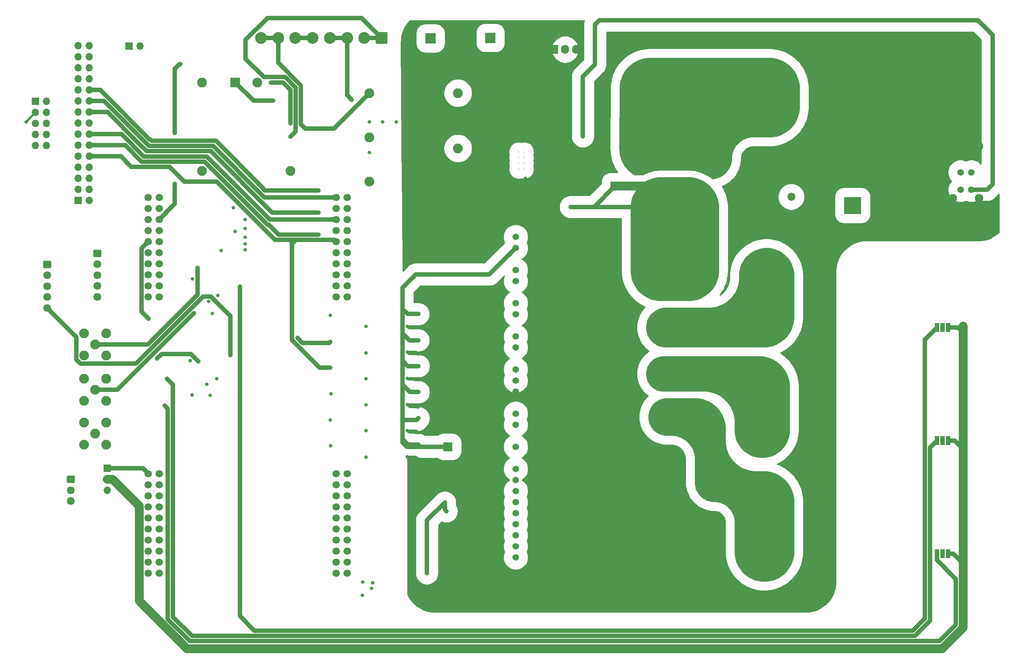
<source format=gbr>
%TF.GenerationSoftware,KiCad,Pcbnew,(5.1.8)-1*%
%TF.CreationDate,2021-03-22T22:31:26+09:00*%
%TF.ProjectId,inverter_IPM,696e7665-7274-4657-925f-49504d2e6b69,rev?*%
%TF.SameCoordinates,Original*%
%TF.FileFunction,Copper,L4,Bot*%
%TF.FilePolarity,Positive*%
%FSLAX46Y46*%
G04 Gerber Fmt 4.6, Leading zero omitted, Abs format (unit mm)*
G04 Created by KiCad (PCBNEW (5.1.8)-1) date 2021-03-22 22:31:26*
%MOMM*%
%LPD*%
G01*
G04 APERTURE LIST*
%TA.AperFunction,ComponentPad*%
%ADD10O,1.905000X2.000000*%
%TD*%
%TA.AperFunction,ComponentPad*%
%ADD11R,1.905000X2.000000*%
%TD*%
%TA.AperFunction,ComponentPad*%
%ADD12C,1.700000*%
%TD*%
%TA.AperFunction,ComponentPad*%
%ADD13R,1.000000X2.000000*%
%TD*%
%TA.AperFunction,ComponentPad*%
%ADD14R,2.250000X2.250000*%
%TD*%
%TA.AperFunction,ComponentPad*%
%ADD15C,2.250000*%
%TD*%
%TA.AperFunction,ComponentPad*%
%ADD16C,1.500000*%
%TD*%
%TA.AperFunction,ComponentPad*%
%ADD17R,3.770000X3.770000*%
%TD*%
%TA.AperFunction,ComponentPad*%
%ADD18C,3.770000*%
%TD*%
%TA.AperFunction,ComponentPad*%
%ADD19C,0.300000*%
%TD*%
%TA.AperFunction,ComponentPad*%
%ADD20C,1.950000*%
%TD*%
%TA.AperFunction,ComponentPad*%
%ADD21C,1.508000*%
%TD*%
%TA.AperFunction,ComponentPad*%
%ADD22C,4.250000*%
%TD*%
%TA.AperFunction,ComponentPad*%
%ADD23C,1.850000*%
%TD*%
%TA.AperFunction,ComponentPad*%
%ADD24R,1.850000X1.850000*%
%TD*%
%TA.AperFunction,ComponentPad*%
%ADD25O,1.700000X1.700000*%
%TD*%
%TA.AperFunction,ComponentPad*%
%ADD26R,1.700000X1.700000*%
%TD*%
%TA.AperFunction,ComponentPad*%
%ADD27O,1.850000X1.700000*%
%TD*%
%TA.AperFunction,ComponentPad*%
%ADD28C,2.700000*%
%TD*%
%TA.AperFunction,ComponentPad*%
%ADD29C,5.600000*%
%TD*%
%TA.AperFunction,ComponentPad*%
%ADD30R,2.400000X2.400000*%
%TD*%
%TA.AperFunction,ComponentPad*%
%ADD31C,2.400000*%
%TD*%
%TA.AperFunction,ComponentPad*%
%ADD32C,2.000000*%
%TD*%
%TA.AperFunction,ComponentPad*%
%ADD33R,2.000000X2.000000*%
%TD*%
%TA.AperFunction,ComponentPad*%
%ADD34C,4.000000*%
%TD*%
%TA.AperFunction,ComponentPad*%
%ADD35R,4.000000X4.000000*%
%TD*%
%TA.AperFunction,ViaPad*%
%ADD36C,0.800000*%
%TD*%
%TA.AperFunction,Conductor*%
%ADD37C,1.000000*%
%TD*%
%TA.AperFunction,Conductor*%
%ADD38C,0.500000*%
%TD*%
%TA.AperFunction,Conductor*%
%ADD39C,2.000000*%
%TD*%
%TA.AperFunction,Conductor*%
%ADD40C,0.254000*%
%TD*%
%TA.AperFunction,Conductor*%
%ADD41C,0.100000*%
%TD*%
G04 APERTURE END LIST*
D10*
%TO.P,D1,3*%
%TO.N,GND*%
X139954000Y-22352000D03*
%TO.P,D1,2*%
%TO.N,SW_BUCK*%
X137414000Y-22352000D03*
D11*
%TO.P,D1,1*%
%TO.N,GND*%
X134874000Y-22352000D03*
%TD*%
D12*
%TO.P,U3,80*%
%TO.N,Net-(U3-Pad80)*%
X84810600Y-142697200D03*
%TO.P,U3,79*%
%TO.N,Net-(U3-Pad79)*%
X84810600Y-140157200D03*
%TO.P,U3,78*%
%TO.N,Net-(U3-Pad78)*%
X84810600Y-137617200D03*
%TO.P,U3,77*%
%TO.N,Net-(U3-Pad77)*%
X84810600Y-135077200D03*
%TO.P,U3,76*%
%TO.N,Net-(U3-Pad76)*%
X84810600Y-132537200D03*
%TO.P,U3,75*%
%TO.N,Net-(U3-Pad75)*%
X84810600Y-129997200D03*
%TO.P,U3,74*%
%TO.N,Net-(U3-Pad74)*%
X84810600Y-127457200D03*
%TO.P,U3,73*%
%TO.N,Net-(U3-Pad73)*%
X84810600Y-124917200D03*
%TO.P,U3,72*%
%TO.N,Net-(U3-Pad72)*%
X84810600Y-122377200D03*
%TO.P,U3,70*%
%TO.N,Net-(U3-Pad70)*%
X87350600Y-142697200D03*
%TO.P,U3,69*%
%TO.N,Net-(U3-Pad69)*%
X87350600Y-140157200D03*
%TO.P,U3,68*%
%TO.N,Net-(U3-Pad68)*%
X87350600Y-137617200D03*
%TO.P,U3,67*%
%TO.N,Net-(U3-Pad67)*%
X87350600Y-135077200D03*
%TO.P,U3,66*%
%TO.N,Net-(U3-Pad66)*%
X87350600Y-132537200D03*
%TO.P,U3,65*%
%TO.N,Net-(U3-Pad65)*%
X87350600Y-129997200D03*
%TO.P,U3,64*%
%TO.N,Net-(U3-Pad64)*%
X87350600Y-127457200D03*
%TO.P,U3,63*%
%TO.N,Net-(U3-Pad63)*%
X87350600Y-124917200D03*
%TO.P,U3,62*%
%TO.N,Net-(U3-Pad62)*%
X87350600Y-122377200D03*
%TO.P,U3,60*%
%TO.N,Net-(U3-Pad60)*%
X84810600Y-79197200D03*
%TO.P,U3,59*%
%TO.N,Net-(U3-Pad59)*%
X84810600Y-76657200D03*
%TO.P,U3,58*%
%TO.N,Net-(U3-Pad58)*%
X84810600Y-74117200D03*
%TO.P,U3,57*%
%TO.N,Net-(U3-Pad57)*%
X84810600Y-71577200D03*
%TO.P,U3,56*%
%TO.N,/!CTRL_WL*%
X84810600Y-69037200D03*
%TO.P,U3,55*%
%TO.N,/!CTRL_WH*%
X84810600Y-66497200D03*
%TO.P,U3,54*%
%TO.N,/!CTRL_VL*%
X84810600Y-63957200D03*
%TO.P,U3,53*%
%TO.N,/!CTRL_VH*%
X84810600Y-61417200D03*
%TO.P,U3,52*%
%TO.N,/!CTRL_UL*%
X84810600Y-58877200D03*
%TO.P,U3,50*%
%TO.N,Net-(U3-Pad50)*%
X87350600Y-79197200D03*
%TO.P,U3,49*%
%TO.N,Net-(U3-Pad49)*%
X87350600Y-76657200D03*
%TO.P,U3,48*%
%TO.N,Net-(U3-Pad48)*%
X87350600Y-74117200D03*
%TO.P,U3,47*%
%TO.N,Net-(U3-Pad47)*%
X87350600Y-71577200D03*
%TO.P,U3,46*%
%TO.N,Net-(U3-Pad46)*%
X87350600Y-69037200D03*
%TO.P,U3,45*%
%TO.N,Net-(U3-Pad45)*%
X87350600Y-66497200D03*
%TO.P,U3,44*%
%TO.N,Net-(U3-Pad44)*%
X87350600Y-63957200D03*
%TO.P,U3,43*%
%TO.N,Net-(U3-Pad43)*%
X87350600Y-61417200D03*
%TO.P,U3,42*%
%TO.N,Net-(U3-Pad42)*%
X87350600Y-58877200D03*
%TO.P,U3,71*%
%TO.N,Net-(U3-Pad71)*%
X84810600Y-119837200D03*
%TO.P,U3,61*%
%TO.N,GND1*%
X87350600Y-119837200D03*
%TO.P,U3,51*%
%TO.N,/!CTRL_UH*%
X84810600Y-56337200D03*
%TO.P,U3,41*%
%TO.N,GND1*%
X87350600Y-56337200D03*
%TO.P,U3,40*%
%TO.N,Net-(U3-Pad40)*%
X44170600Y-142697200D03*
%TO.P,U3,39*%
%TO.N,Net-(U3-Pad39)*%
X44170600Y-140157200D03*
%TO.P,U3,38*%
%TO.N,Net-(U3-Pad38)*%
X44170600Y-137617200D03*
%TO.P,U3,37*%
%TO.N,/THROTTLE*%
X44170600Y-135077200D03*
%TO.P,U3,36*%
%TO.N,Net-(U3-Pad36)*%
X44170600Y-132537200D03*
%TO.P,U3,35*%
%TO.N,Net-(U3-Pad35)*%
X44170600Y-129997200D03*
%TO.P,U3,34*%
%TO.N,Net-(U3-Pad34)*%
X44170600Y-127457200D03*
%TO.P,U3,33*%
%TO.N,GND*%
X44170600Y-124917200D03*
%TO.P,U3,32*%
%TO.N,GND1*%
X44170600Y-122377200D03*
%TO.P,U3,31*%
%TO.N,+5V*%
X44170600Y-119837200D03*
%TO.P,U3,30*%
%TO.N,Net-(U3-Pad30)*%
X41630600Y-142697200D03*
%TO.P,U3,29*%
%TO.N,Net-(U3-Pad29)*%
X41630600Y-140157200D03*
%TO.P,U3,28*%
%TO.N,Net-(U3-Pad28)*%
X41630600Y-137617200D03*
%TO.P,U3,27*%
%TO.N,Net-(U3-Pad27)*%
X41630600Y-135077200D03*
%TO.P,U3,26*%
%TO.N,Net-(U3-Pad26)*%
X41630600Y-132537200D03*
%TO.P,U3,25*%
%TO.N,Net-(U3-Pad25)*%
X41630600Y-129997200D03*
%TO.P,U3,24*%
%TO.N,Net-(U3-Pad24)*%
X41630600Y-127457200D03*
%TO.P,U3,23*%
%TO.N,Net-(U3-Pad23)*%
X41630600Y-124917200D03*
%TO.P,U3,22*%
%TO.N,Net-(U3-Pad22)*%
X41630600Y-122377200D03*
%TO.P,U3,21*%
%TO.N,+3V3*%
X41630600Y-119837200D03*
%TO.P,U3,20*%
%TO.N,Net-(U3-Pad20)*%
X44170600Y-79197200D03*
%TO.P,U3,19*%
%TO.N,IW*%
X44170600Y-76657200D03*
%TO.P,U3,18*%
%TO.N,IV*%
X44170600Y-74117200D03*
%TO.P,U3,17*%
%TO.N,IU*%
X44170600Y-71577200D03*
%TO.P,U3,16*%
%TO.N,Net-(U3-Pad16)*%
X44170600Y-69037200D03*
%TO.P,U3,15*%
%TO.N,Net-(U3-Pad15)*%
X44170600Y-66497200D03*
%TO.P,U3,14*%
%TO.N,Net-(U3-Pad14)*%
X44170600Y-63957200D03*
%TO.P,U3,13*%
%TO.N,/BAT_ADC_DIFF1*%
X44170600Y-61417200D03*
%TO.P,U3,12*%
%TO.N,GND1*%
X44170600Y-58877200D03*
%TO.P,U3,11*%
%TO.N,+5V*%
X44170600Y-56337200D03*
%TO.P,U3,10*%
%TO.N,Net-(U3-Pad10)*%
X41630600Y-79197200D03*
%TO.P,U3,9*%
%TO.N,/HW*%
X41630600Y-76657200D03*
%TO.P,U3,8*%
%TO.N,/HV*%
X41630600Y-74117200D03*
%TO.P,U3,7*%
%TO.N,/HU*%
X41630600Y-71577200D03*
%TO.P,U3,6*%
%TO.N,Net-(U3-Pad6)*%
X41630600Y-69037200D03*
%TO.P,U3,5*%
%TO.N,VFO_3V*%
X41630600Y-66497200D03*
%TO.P,U3,4*%
%TO.N,Net-(U3-Pad4)*%
X41630600Y-63957200D03*
%TO.P,U3,3*%
%TO.N,/SCIB_TX*%
X41630600Y-61417200D03*
%TO.P,U3,2*%
%TO.N,/SCIB_RX*%
X41630600Y-58877200D03*
%TO.P,U3,1*%
%TO.N,+3V3*%
X41630600Y-56337200D03*
%TD*%
D13*
%TO.P,U18,3*%
%TO.N,Net-(R28-Pad2)*%
X222817680Y-112229101D03*
%TO.P,U18,2*%
%TO.N,GND1*%
X224087680Y-112229101D03*
%TO.P,U18,1*%
%TO.N,/VCC_SENSOR*%
X225357680Y-112229101D03*
%TD*%
%TO.P,U17,1*%
%TO.N,/VCC_SENSOR*%
X225357680Y-86229101D03*
%TO.P,U17,2*%
%TO.N,GND1*%
X224087680Y-86229101D03*
%TO.P,U17,3*%
%TO.N,Net-(R31-Pad1)*%
X222817680Y-86229101D03*
%TD*%
%TO.P,U15,3*%
%TO.N,Net-(R24-Pad2)*%
X222817680Y-138229101D03*
%TO.P,U15,2*%
%TO.N,GND1*%
X224087680Y-138229101D03*
%TO.P,U15,1*%
%TO.N,/VCC_SENSOR*%
X225357680Y-138229101D03*
%TD*%
D14*
%TO.P,U9,1*%
%TO.N,GND*%
X112776000Y-40005000D03*
D15*
%TO.P,U9,2*%
%TO.N,Net-(C56-Pad1)*%
X112776000Y-45085000D03*
%TO.P,U9,3*%
%TO.N,/VCC_CTRL_BRD_+15V*%
X92456000Y-52705000D03*
%TO.P,U9,4*%
%TO.N,GND1*%
X92456000Y-42545000D03*
%TO.P,U9,5*%
%TO.N,/VCC_CTRL_BRD_-15V*%
X92456000Y-32385000D03*
%TO.P,U9,6*%
%TO.N,Net-(U9-Pad6)*%
X112776000Y-32385000D03*
%TD*%
D16*
%TO.P,U5,30*%
%TO.N,Net-(C47-Pad2)*%
X126055300Y-139057100D03*
%TO.P,U5,29*%
%TO.N,Net-(C44-Pad2)*%
X126055300Y-136517100D03*
%TO.P,U5,28*%
%TO.N,Net-(C41-Pad2)*%
X126055300Y-133977100D03*
%TO.P,U5,27*%
%TO.N,Net-(C38-Pad2)*%
X126055300Y-131437100D03*
%TO.P,U5,26*%
%TO.N,Net-(C39-Pad2)*%
X126055300Y-128897100D03*
%TO.P,U5,25*%
%TO.N,Net-(R21-Pad2)*%
X126055300Y-126357100D03*
%TO.P,U5,24*%
%TO.N,Net-(U5-Pad24)*%
X126055300Y-123817100D03*
%TO.P,U5,23*%
%TO.N,GND*%
X126055300Y-121277100D03*
%TO.P,U5,22*%
%TO.N,+15V*%
X126055300Y-118737100D03*
%TO.P,U5,21*%
%TO.N,Net-(C45-Pad1)*%
X126055300Y-113657100D03*
%TO.P,U5,20*%
%TO.N,Net-(C35-Pad1)*%
X126055300Y-108577100D03*
%TO.P,U5,19*%
%TO.N,Net-(C35-Pad2)*%
X126055300Y-106037100D03*
%TO.P,U5,9*%
%TO.N,+15V*%
X126055300Y-67977100D03*
%TO.P,U5,8*%
%TO.N,Net-(C17-Pad2)*%
X126055300Y-65437100D03*
%TO.P,U5,10*%
%TO.N,Net-(C22-Pad2)*%
X126055300Y-73057100D03*
%TO.P,U5,11*%
%TO.N,Net-(C22-Pad1)*%
X126055300Y-75597100D03*
%TO.P,U5,12*%
%TO.N,Net-(C24-Pad2)*%
X126055300Y-80677100D03*
%TO.P,U5,13*%
%TO.N,+15V*%
X126055300Y-83217100D03*
%TO.P,U5,14*%
%TO.N,Net-(C31-Pad2)*%
X126055300Y-88297100D03*
%TO.P,U5,15*%
%TO.N,Net-(C31-Pad1)*%
X126055300Y-90797100D03*
%TO.P,U5,16*%
%TO.N,Net-(C33-Pad2)*%
X126055300Y-95877100D03*
%TO.P,U5,17*%
%TO.N,+15V*%
X126055300Y-98417100D03*
D17*
%TO.P,U5,1*%
%TO.N,GND*%
X161955300Y-136357100D03*
D18*
%TO.P,U5,2*%
X161955300Y-126357100D03*
%TO.P,U5,3*%
X161955300Y-116357100D03*
%TO.P,U5,4*%
%TO.N,W*%
X161955300Y-106357100D03*
%TO.P,U5,5*%
%TO.N,V*%
X161955300Y-96357100D03*
%TO.P,U5,6*%
%TO.N,U*%
X161955300Y-86357100D03*
%TO.P,U5,7*%
%TO.N,Net-(C25-Pad1)*%
X161955300Y-76357100D03*
D16*
%TO.P,U5,18*%
%TO.N,GND*%
X126055300Y-100957100D03*
%TD*%
D19*
%TO.P,U4,17*%
%TO.N,N/C*%
X128005600Y-49829000D03*
%TO.P,U4,16*%
X126705600Y-49829000D03*
%TO.P,U4,15*%
X128005600Y-48529000D03*
%TO.P,U4,14*%
X126705600Y-48529000D03*
%TO.P,U4,13*%
X128005600Y-47229000D03*
%TO.P,U4,12*%
X126705600Y-47229000D03*
%TO.P,U4,11*%
X128005600Y-45929000D03*
%TO.P,U4,10*%
X126705600Y-45929000D03*
%TD*%
D14*
%TO.P,U1,1*%
%TO.N,GND*%
X61633100Y-29921200D03*
D15*
%TO.P,U1,2*%
%TO.N,Net-(C1-Pad1)*%
X66713100Y-29921200D03*
%TO.P,U1,3*%
%TO.N,+5V*%
X74333100Y-50241200D03*
%TO.P,U1,5*%
%TO.N,GND1*%
X54013100Y-50241200D03*
%TO.P,U1,6*%
%TO.N,Net-(U1-Pad6)*%
X54013100Y-29921200D03*
%TD*%
D20*
%TO.P,S1,S4*%
%TO.N,GND*%
X232476300Y-44584100D03*
%TO.P,S1,S3*%
X232476300Y-56584100D03*
%TO.P,S1,S2*%
X226476300Y-44584100D03*
%TO.P,S1,S1*%
X226476300Y-56584100D03*
D21*
%TO.P,S1,6*%
X230726300Y-46584100D03*
%TO.P,S1,5*%
%TO.N,Net-(K1-Pad2)*%
X230726300Y-50584100D03*
%TO.P,S1,4*%
%TO.N,+15V*%
X230726300Y-54584100D03*
%TO.P,S1,3*%
%TO.N,GND*%
X228226300Y-46584100D03*
%TO.P,S1,1*%
%TO.N,+15V*%
X228226300Y-54584100D03*
%TO.P,S1,2*%
%TO.N,Net-(K1-Pad2)*%
X228226300Y-50584100D03*
%TD*%
D22*
%TO.P,K1,3*%
%TO.N,Net-(C25-Pad1)*%
X161841300Y-54969100D03*
%TO.P,K1,4*%
%TO.N,VDC*%
X155091300Y-47469100D03*
D23*
%TO.P,K1,2*%
%TO.N,Net-(K1-Pad2)*%
X189341300Y-56219100D03*
D24*
%TO.P,K1,1*%
%TO.N,GND*%
X189341300Y-46219100D03*
%TD*%
D25*
%TO.P,J13,10*%
%TO.N,Net-(J13-Pad10)*%
X18288000Y-44425000D03*
%TO.P,J13,9*%
%TO.N,Net-(J13-Pad9)*%
X15748000Y-44425000D03*
%TO.P,J13,8*%
%TO.N,Net-(J13-Pad8)*%
X18288000Y-41885000D03*
%TO.P,J13,7*%
%TO.N,Net-(J13-Pad7)*%
X15748000Y-41885000D03*
%TO.P,J13,6*%
%TO.N,Net-(J13-Pad6)*%
X18288000Y-39345000D03*
%TO.P,J13,5*%
%TO.N,Net-(J13-Pad5)*%
X15748000Y-39345000D03*
%TO.P,J13,4*%
%TO.N,Net-(J13-Pad4)*%
X18288000Y-36805000D03*
%TO.P,J13,3*%
%TO.N,/SCIB_TX*%
X15748000Y-36805000D03*
%TO.P,J13,2*%
%TO.N,Net-(J13-Pad2)*%
X18288000Y-34265000D03*
D26*
%TO.P,J13,1*%
%TO.N,/SCIB_RX*%
X15748000Y-34265000D03*
%TD*%
D25*
%TO.P,J12,2*%
%TO.N,+5V*%
X39751000Y-21590000D03*
D26*
%TO.P,J12,1*%
%TO.N,/CTRL_UVW_PULLUP*%
X37211000Y-21590000D03*
%TD*%
D25*
%TO.P,J11,30*%
%TO.N,Net-(J11-Pad30)*%
X28067000Y-21530000D03*
%TO.P,J11,29*%
%TO.N,Net-(J11-Pad29)*%
X25527000Y-21530000D03*
%TO.P,J11,28*%
%TO.N,Net-(J11-Pad28)*%
X28067000Y-24070000D03*
%TO.P,J11,27*%
%TO.N,Net-(J11-Pad27)*%
X25527000Y-24070000D03*
%TO.P,J11,26*%
%TO.N,Net-(J11-Pad26)*%
X28067000Y-26610000D03*
%TO.P,J11,25*%
%TO.N,Net-(J11-Pad25)*%
X25527000Y-26610000D03*
%TO.P,J11,24*%
%TO.N,Net-(J11-Pad24)*%
X28067000Y-29150000D03*
%TO.P,J11,23*%
%TO.N,Net-(J11-Pad23)*%
X25527000Y-29150000D03*
%TO.P,J11,22*%
%TO.N,/!CTRL_UL*%
X28067000Y-31690000D03*
%TO.P,J11,21*%
%TO.N,/VCC_CTRL_BRD_+15V*%
X25527000Y-31690000D03*
%TO.P,J11,20*%
%TO.N,/!CTRL_UH*%
X28067000Y-34230000D03*
%TO.P,J11,19*%
%TO.N,/VCC_CTRL_BRD_+15V*%
X25527000Y-34230000D03*
%TO.P,J11,18*%
%TO.N,/!CTRL_VL*%
X28067000Y-36770000D03*
%TO.P,J11,17*%
%TO.N,/VCC_CTRL_BRD_+15V*%
X25527000Y-36770000D03*
%TO.P,J11,16*%
%TO.N,Net-(J11-Pad16)*%
X28067000Y-39310000D03*
%TO.P,J11,15*%
%TO.N,/VCC_CTRL_BRD_+15V*%
X25527000Y-39310000D03*
%TO.P,J11,14*%
%TO.N,/!CTRL_VH*%
X28067000Y-41850000D03*
%TO.P,J11,13*%
%TO.N,/VCC_CTRL_BRD_+15V*%
X25527000Y-41850000D03*
%TO.P,J11,12*%
%TO.N,/!CTRL_WL*%
X28067000Y-44390000D03*
%TO.P,J11,11*%
%TO.N,/VCC_CTRL_BRD_+15V*%
X25527000Y-44390000D03*
%TO.P,J11,10*%
%TO.N,/!CTRL_WH*%
X28067000Y-46930000D03*
%TO.P,J11,9*%
%TO.N,/VCC_CTRL_BRD_+15V*%
X25527000Y-46930000D03*
%TO.P,J11,8*%
%TO.N,Net-(J11-Pad8)*%
X28067000Y-49470000D03*
%TO.P,J11,7*%
%TO.N,GND1*%
X25527000Y-49470000D03*
%TO.P,J11,6*%
%TO.N,Net-(J11-Pad6)*%
X28067000Y-52010000D03*
%TO.P,J11,5*%
%TO.N,GND1*%
X25527000Y-52010000D03*
%TO.P,J11,4*%
%TO.N,Net-(J11-Pad4)*%
X28067000Y-54550000D03*
%TO.P,J11,3*%
%TO.N,GND1*%
X25527000Y-54550000D03*
%TO.P,J11,2*%
%TO.N,Net-(J11-Pad2)*%
X28067000Y-57090000D03*
D26*
%TO.P,J11,1*%
%TO.N,GND1*%
X25527000Y-57090000D03*
%TD*%
D27*
%TO.P,J10,5*%
%TO.N,VFO_5V*%
X18415000Y-81755000D03*
%TO.P,J10,4*%
%TO.N,/THROTTLE*%
X18415000Y-79255000D03*
%TO.P,J10,3*%
%TO.N,/HW*%
X18415000Y-76755000D03*
%TO.P,J10,2*%
%TO.N,/HV*%
X18415000Y-74255000D03*
%TO.P,J10,1*%
%TO.N,/HU*%
%TA.AperFunction,ComponentPad*%
G36*
G01*
X17740000Y-70905000D02*
X19090000Y-70905000D01*
G75*
G02*
X19340000Y-71155000I0J-250000D01*
G01*
X19340000Y-72355000D01*
G75*
G02*
X19090000Y-72605000I-250000J0D01*
G01*
X17740000Y-72605000D01*
G75*
G02*
X17490000Y-72355000I0J250000D01*
G01*
X17490000Y-71155000D01*
G75*
G02*
X17740000Y-70905000I250000J0D01*
G01*
G37*
%TD.AperFunction*%
%TD*%
D15*
%TO.P,J9,1*%
%TO.N,IW*%
X29464000Y-110617000D03*
%TO.P,J9,2*%
%TO.N,GND1*%
X32004000Y-108077000D03*
X26924000Y-108077000D03*
X26924000Y-113157000D03*
X32004000Y-113157000D03*
%TD*%
%TO.P,J8,1*%
%TO.N,IV*%
X29464000Y-100584000D03*
%TO.P,J8,2*%
%TO.N,GND1*%
X32004000Y-98044000D03*
X26924000Y-98044000D03*
X26924000Y-103124000D03*
X32004000Y-103124000D03*
%TD*%
D28*
%TO.P,J7,8*%
%TO.N,/VCC_CTRL_BRD_-15V*%
X67530000Y-19685000D03*
%TO.P,J7,7*%
X71490000Y-19685000D03*
%TO.P,J7,6*%
%TO.N,/VCC_CTRL_BRD_+15V*%
X75450000Y-19685000D03*
%TO.P,J7,5*%
X79410000Y-19685000D03*
%TO.P,J7,4*%
%TO.N,GND1*%
X83370000Y-19685000D03*
%TO.P,J7,3*%
X87330000Y-19685000D03*
%TO.P,J7,2*%
%TO.N,+5V*%
X91290000Y-19685000D03*
%TO.P,J7,1*%
%TA.AperFunction,ComponentPad*%
G36*
G01*
X96600000Y-18585001D02*
X96600000Y-20784999D01*
G75*
G02*
X96349999Y-21035000I-250001J0D01*
G01*
X94150001Y-21035000D01*
G75*
G02*
X93900000Y-20784999I0J250001D01*
G01*
X93900000Y-18585001D01*
G75*
G02*
X94150001Y-18335000I250001J0D01*
G01*
X96349999Y-18335000D01*
G75*
G02*
X96600000Y-18585001I0J-250001D01*
G01*
G37*
%TD.AperFunction*%
%TD*%
D15*
%TO.P,J6,1*%
%TO.N,IU*%
X29464000Y-90170000D03*
%TO.P,J6,2*%
%TO.N,GND1*%
X32004000Y-87630000D03*
X26924000Y-87630000D03*
X26924000Y-92710000D03*
X32004000Y-92710000D03*
%TD*%
D27*
%TO.P,J5,5*%
%TO.N,/VCC_SENSOR*%
X29972000Y-79215000D03*
%TO.P,J5,4*%
%TO.N,/HW*%
X29972000Y-76715000D03*
%TO.P,J5,3*%
%TO.N,/HV*%
X29972000Y-74215000D03*
%TO.P,J5,2*%
%TO.N,/HU*%
X29972000Y-71715000D03*
%TO.P,J5,1*%
%TO.N,GND1*%
%TA.AperFunction,ComponentPad*%
G36*
G01*
X29297000Y-68365000D02*
X30647000Y-68365000D01*
G75*
G02*
X30897000Y-68615000I0J-250000D01*
G01*
X30897000Y-69815000D01*
G75*
G02*
X30647000Y-70065000I-250000J0D01*
G01*
X29297000Y-70065000D01*
G75*
G02*
X29047000Y-69815000I0J250000D01*
G01*
X29047000Y-68615000D01*
G75*
G02*
X29297000Y-68365000I250000J0D01*
G01*
G37*
%TD.AperFunction*%
%TD*%
%TO.P,J4,3*%
%TO.N,/THROTTLE*%
X23876000Y-126158000D03*
%TO.P,J4,2*%
%TO.N,GND1*%
X23876000Y-123658000D03*
%TO.P,J4,1*%
%TO.N,/VCC_SENSOR*%
%TA.AperFunction,ComponentPad*%
G36*
G01*
X23201000Y-120308000D02*
X24551000Y-120308000D01*
G75*
G02*
X24801000Y-120558000I0J-250000D01*
G01*
X24801000Y-121758000D01*
G75*
G02*
X24551000Y-122008000I-250000J0D01*
G01*
X23201000Y-122008000D01*
G75*
G02*
X22951000Y-121758000I0J250000D01*
G01*
X22951000Y-120558000D01*
G75*
G02*
X23201000Y-120308000I250000J0D01*
G01*
G37*
%TD.AperFunction*%
%TD*%
D29*
%TO.P,J3,1*%
%TO.N,U*%
X181961300Y-73324100D03*
%TO.P,J3,2*%
X181961300Y-86324100D03*
%TO.P,J3,3*%
%TO.N,V*%
X181961300Y-99324100D03*
%TO.P,J3,4*%
X181961300Y-112324100D03*
%TO.P,J3,5*%
%TO.N,W*%
X181961300Y-125324100D03*
%TO.P,J3,6*%
X181961300Y-138324100D03*
%TD*%
%TO.P,J2,6*%
%TO.N,GND*%
X224506300Y-33329100D03*
%TO.P,J2,5*%
X211506300Y-33329100D03*
%TO.P,J2,4*%
X198506300Y-33329100D03*
%TO.P,J2,3*%
%TO.N,VDC*%
X185506300Y-33329100D03*
%TO.P,J2,2*%
X172506300Y-33329100D03*
%TO.P,J2,1*%
X159506300Y-33329100D03*
%TD*%
D25*
%TO.P,J1,3*%
%TO.N,+5V*%
X32258000Y-123698000D03*
%TO.P,J1,2*%
%TO.N,/VCC_SENSOR*%
X32258000Y-121158000D03*
D26*
%TO.P,J1,1*%
%TO.N,+3V3*%
X32258000Y-118618000D03*
%TD*%
D30*
%TO.P,C58,1*%
%TO.N,VDC*%
X120243600Y-19685000D03*
D31*
%TO.P,C58,2*%
%TO.N,GND*%
X120243600Y-24685000D03*
%TD*%
D32*
%TO.P,C42,2*%
%TO.N,GND*%
X110490000Y-118665000D03*
D33*
%TO.P,C42,1*%
%TO.N,+15V*%
X110490000Y-113665000D03*
%TD*%
D32*
%TO.P,C26,2*%
%TO.N,GND*%
X143831300Y-53759100D03*
D33*
%TO.P,C26,1*%
%TO.N,Net-(C25-Pad1)*%
X148831300Y-53759100D03*
%TD*%
D34*
%TO.P,C6,2*%
%TO.N,GND*%
X213441300Y-58204100D03*
D35*
%TO.P,C6,1*%
%TO.N,VDC*%
X203441300Y-58204100D03*
%TD*%
D31*
%TO.P,C2,2*%
%TO.N,GND*%
X106476800Y-24786600D03*
D30*
%TO.P,C2,1*%
%TO.N,VDC*%
X106476800Y-19786600D03*
%TD*%
D36*
%TO.N,+5V*%
X74333100Y-42367200D03*
X90817400Y-147777600D03*
%TO.N,Net-(C1-Pad1)*%
X74295000Y-39370000D03*
X69866100Y-29921200D03*
%TO.N,GND*%
X138557000Y-55435500D03*
X101155500Y-85979000D03*
X101155500Y-91948000D03*
X101155500Y-97980500D03*
X101155500Y-103949500D03*
X101155500Y-109982000D03*
X101155500Y-115951000D03*
X112585500Y-123253500D03*
X109791500Y-123380500D03*
X102679500Y-144970500D03*
X121666000Y-147891500D03*
X117856000Y-141605000D03*
X115824000Y-132461000D03*
X117856000Y-131445000D03*
X117856000Y-126365000D03*
X118364000Y-120269000D03*
X117856000Y-98425000D03*
X117856000Y-93345000D03*
X117856000Y-83185000D03*
X117856000Y-78105000D03*
X117856000Y-67945000D03*
X117856000Y-62865000D03*
X121920000Y-54737000D03*
X116840000Y-42037000D03*
X116840000Y-45593000D03*
X116840000Y-48641000D03*
X132588000Y-46609000D03*
X134620000Y-46609000D03*
X128524000Y-30861000D03*
X103632000Y-116459000D03*
X103632000Y-110363000D03*
X103632000Y-104521000D03*
X103632000Y-98171000D03*
X103632000Y-86233000D03*
X103632000Y-92329000D03*
X129818800Y-51993800D03*
X128219200Y-51993800D03*
X118008800Y-145681700D03*
X70357600Y-34112200D03*
X98629000Y-38989000D03*
%TO.N,GND1*%
X55880000Y-101854000D03*
X55118000Y-99314000D03*
X57404000Y-98044000D03*
X56388000Y-83058000D03*
X57658000Y-78867000D03*
X55499000Y-80264000D03*
X58420000Y-68580000D03*
X61595000Y-64135000D03*
X90868500Y-144780000D03*
X93154500Y-144907000D03*
X91630500Y-86042500D03*
X91630500Y-92075000D03*
X91694000Y-98044000D03*
X91694000Y-104013000D03*
X91630500Y-109982000D03*
X91630500Y-116078000D03*
X92456000Y-38989000D03*
X92456000Y-46024000D03*
X61233100Y-58768200D03*
X88392000Y-33909000D03*
X95504000Y-38989000D03*
%TO.N,+3V3*%
X63865600Y-68402200D03*
X63865600Y-63515400D03*
X63865600Y-65547400D03*
X63865600Y-61483400D03*
X63865600Y-67071400D03*
%TO.N,+15V*%
X141480750Y-42288250D03*
X103676250Y-83165750D03*
X103661010Y-89183010D03*
X103733600Y-95112440D03*
X103733600Y-101114460D03*
X103733600Y-107116480D03*
X103663550Y-113188550D03*
%TO.N,Net-(C25-Pad1)*%
X138684000Y-58547000D03*
%TO.N,/VFO*%
X105664000Y-142748000D03*
X110153700Y-128471500D03*
X109766100Y-126466600D03*
%TO.N,IW*%
X51689000Y-101727000D03*
%TO.N,IV*%
X52173000Y-82931000D03*
%TO.N,IU*%
X52959000Y-72517000D03*
%TO.N,/VCC_CTRL_BRD_+15V*%
X51308000Y-93853000D03*
X51816000Y-75057000D03*
%TO.N,/VCC_CTRL_BRD_-15V*%
X92456000Y-32385000D03*
%TO.N,VFO_5V*%
X92964000Y-146177000D03*
X60478000Y-92583000D03*
%TO.N,/!CTRL_UL*%
X83629500Y-101473000D03*
X80772000Y-54737000D03*
%TO.N,/!CTRL_UH*%
X83439000Y-83439000D03*
X80060800Y-56337200D03*
%TO.N,/!CTRL_VL*%
X83439000Y-107505500D03*
X80772000Y-59817000D03*
X77152500Y-59817000D03*
%TO.N,/!CTRL_VH*%
X83439000Y-89535000D03*
X75869800Y-61417200D03*
X75882500Y-88646000D03*
%TO.N,/!CTRL_WL*%
X80772000Y-64897000D03*
X83520580Y-113411000D03*
%TO.N,/!CTRL_WH*%
X83439000Y-95504000D03*
%TO.N,/SCIB_TX*%
X13597999Y-38989000D03*
%TO.N,Net-(R24-Pad2)*%
X45402500Y-104203500D03*
%TO.N,Net-(R28-Pad2)*%
X45974000Y-98044000D03*
%TO.N,Net-(R31-Pad1)*%
X62738000Y-76835000D03*
%TO.N,/BAT_ADC_DIFF1*%
X49022000Y-25755000D03*
X47752000Y-41529000D03*
X47752000Y-53213000D03*
%TO.N,VFO_3V*%
X53178000Y-94072000D03*
X43688000Y-93408500D03*
X41687750Y-84232750D03*
%TD*%
D37*
%TO.N,+5V*%
X75495009Y-31125939D02*
X73090260Y-28721190D01*
X75495010Y-41205290D02*
X75495009Y-31125939D01*
X74333100Y-42367200D02*
X75495010Y-41205290D01*
X68214092Y-28721190D02*
X64008000Y-24515098D01*
X73090260Y-28721190D02*
X68214092Y-28721190D01*
X64008000Y-20172998D02*
X69067998Y-15113000D01*
X64008000Y-24515098D02*
X64008000Y-20172998D01*
X90678000Y-15113000D02*
X95250000Y-19685000D01*
X69067998Y-15113000D02*
X90678000Y-15113000D01*
X95250000Y-19685000D02*
X91290000Y-19685000D01*
%TO.N,Net-(C1-Pad1)*%
X74295000Y-39370000D02*
X74295000Y-34163000D01*
X69866100Y-29921200D02*
X72593200Y-29921200D01*
X74295000Y-31623000D02*
X74295000Y-34163000D01*
X72593200Y-29921200D02*
X74295000Y-31623000D01*
D38*
%TO.N,GND*%
X103378000Y-85979000D02*
X103632000Y-86233000D01*
X101155500Y-85979000D02*
X103378000Y-85979000D01*
X101155500Y-85979000D02*
X101600000Y-86423500D01*
X103441500Y-86423500D02*
X103632000Y-86233000D01*
X101600000Y-86423500D02*
X103441500Y-86423500D01*
X101536500Y-92329000D02*
X101155500Y-91948000D01*
X103632000Y-92329000D02*
X101536500Y-92329000D01*
X103632000Y-92329000D02*
X103187500Y-91884500D01*
X101219000Y-91884500D02*
X101155500Y-91948000D01*
X103187500Y-91884500D02*
X101219000Y-91884500D01*
X101346000Y-98171000D02*
X101155500Y-97980500D01*
X103632000Y-98171000D02*
X101346000Y-98171000D01*
X103632000Y-98171000D02*
X103378000Y-98171000D01*
X103187500Y-97980500D02*
X101155500Y-97980500D01*
X103378000Y-98171000D02*
X103187500Y-97980500D01*
X101727000Y-104521000D02*
X101155500Y-103949500D01*
X103632000Y-104521000D02*
X101727000Y-104521000D01*
X103632000Y-104521000D02*
X103632000Y-104394000D01*
X102235000Y-104521000D02*
X101663500Y-103949500D01*
X103632000Y-104521000D02*
X102235000Y-104521000D01*
X101663500Y-103949500D02*
X101155500Y-103949500D01*
X102235000Y-104203500D02*
X102489000Y-103949500D01*
X102235000Y-104521000D02*
X102235000Y-104203500D01*
X102489000Y-103949500D02*
X101663500Y-103949500D01*
X103187500Y-103949500D02*
X102489000Y-103949500D01*
X103473250Y-104235250D02*
X103187500Y-103949500D01*
X103632000Y-104394000D02*
X103473250Y-104235250D01*
X103632000Y-104521000D02*
X102933500Y-104521000D01*
X102362000Y-103949500D02*
X102933500Y-104521000D01*
X101155500Y-103949500D02*
X102362000Y-103949500D01*
X103251000Y-109982000D02*
X103632000Y-110363000D01*
X101155500Y-109982000D02*
X103251000Y-109982000D01*
X101155500Y-109982000D02*
X101536500Y-110363000D01*
X101536500Y-110363000D02*
X103632000Y-110363000D01*
X103124000Y-115951000D02*
X103632000Y-116459000D01*
X101155500Y-115951000D02*
X103124000Y-115951000D01*
X101155500Y-115951000D02*
X102489000Y-115951000D01*
X102997000Y-116459000D02*
X103632000Y-116459000D01*
X102489000Y-115951000D02*
X102997000Y-116459000D01*
D37*
X65824100Y-34112200D02*
X70357600Y-34112200D01*
X61633100Y-29921200D02*
X65824100Y-34112200D01*
%TO.N,GND1*%
X83370000Y-19685000D02*
X87330000Y-19685000D01*
X87330000Y-32847000D02*
X88392000Y-33909000D01*
X87330000Y-19685000D02*
X87330000Y-32847000D01*
%TO.N,+3V3*%
X40411400Y-118618000D02*
X41630600Y-119837200D01*
X32258000Y-118618000D02*
X40411400Y-118618000D01*
%TO.N,+15V*%
X110045500Y-114109500D02*
X110490000Y-113665000D01*
X103301581Y-107548499D02*
X103733600Y-107116480D01*
X100055499Y-107548499D02*
X103301581Y-107548499D01*
X101749460Y-101114460D02*
X100055499Y-99420499D01*
X103733600Y-101114460D02*
X101749460Y-101114460D01*
X100055499Y-99420499D02*
X100055499Y-107548499D01*
X100055499Y-95229499D02*
X100055499Y-99420499D01*
X101629010Y-89183010D02*
X100055499Y-87609499D01*
X103661010Y-89183010D02*
X101629010Y-89183010D01*
X100055499Y-87609499D02*
X100055499Y-92879999D01*
X101222248Y-83165750D02*
X100055499Y-81999001D01*
X103676250Y-83165750D02*
X101222248Y-83165750D01*
X100055499Y-81999001D02*
X100055499Y-87609499D01*
X101271940Y-95112440D02*
X100055499Y-93895999D01*
X100055499Y-93895999D02*
X100055499Y-95229499D01*
X103733600Y-95112440D02*
X101271940Y-95112440D01*
X100055499Y-92879999D02*
X100055499Y-93895999D01*
X101028500Y-113665000D02*
X110490000Y-113665000D01*
X100055499Y-112691999D02*
X101028500Y-113665000D01*
X103663550Y-113188550D02*
X101314050Y-113188550D01*
X100055499Y-111929999D02*
X100055499Y-111907501D01*
X101314050Y-113188550D02*
X100055499Y-111929999D01*
X100055499Y-111907501D02*
X100055499Y-112691999D01*
X100055499Y-107548499D02*
X100055499Y-111907501D01*
X103124000Y-74041000D02*
X100055499Y-77109501D01*
X100055499Y-77109501D02*
X100055499Y-81999001D01*
X141480750Y-42288250D02*
X141480750Y-28572250D01*
X141480750Y-28572250D02*
X144272000Y-25781000D01*
X144272000Y-25781000D02*
X144272000Y-16637000D01*
X119991400Y-74041000D02*
X125368950Y-68663450D01*
X103124000Y-74041000D02*
X119991400Y-74041000D01*
X125368950Y-68663450D02*
X126055300Y-67977100D01*
X124396500Y-69635900D02*
X125368950Y-68663450D01*
X230726300Y-54584100D02*
X234340900Y-54584100D01*
X234340900Y-54584100D02*
X235585000Y-53340000D01*
X235585000Y-53340000D02*
X235585000Y-19050000D01*
X232219500Y-15684500D02*
X145224500Y-15684500D01*
X235585000Y-19050000D02*
X232219500Y-15684500D01*
X144272000Y-16637000D02*
X145224500Y-15684500D01*
%TO.N,Net-(C25-Pad1)*%
X144043400Y-58547000D02*
X148831300Y-53759100D01*
X138684000Y-58547000D02*
X144043400Y-58547000D01*
D39*
X160631300Y-53759100D02*
X161841300Y-54969100D01*
X148831300Y-53759100D02*
X160631300Y-53759100D01*
D37*
X158263400Y-58547000D02*
X161841300Y-54969100D01*
X138684000Y-58547000D02*
X158263400Y-58547000D01*
%TO.N,/VFO*%
X109766100Y-128083900D02*
X110153700Y-128471500D01*
X109766100Y-126466600D02*
X109766100Y-128083900D01*
X105664000Y-130568700D02*
X109766100Y-126466600D01*
X105664000Y-142748000D02*
X105664000Y-130568700D01*
D39*
%TO.N,/VCC_SENSOR*%
X39580599Y-127278518D02*
X39580599Y-149118099D01*
X33460081Y-121158000D02*
X39580599Y-127278518D01*
X32258000Y-121158000D02*
X33460081Y-121158000D01*
X39580599Y-149118099D02*
X50546000Y-160083500D01*
X50546000Y-160083500D02*
X224028000Y-160083500D01*
X224028000Y-160083500D02*
X228854000Y-155257500D01*
D37*
X225357680Y-86229101D02*
X227643601Y-86229101D01*
X227643601Y-86229101D02*
X228854000Y-87439500D01*
D39*
X228854000Y-87439500D02*
X228854000Y-85915500D01*
X228854000Y-94199419D02*
X228854000Y-87439500D01*
D37*
X226846601Y-112229101D02*
X228854000Y-114236500D01*
X225357680Y-112229101D02*
X226846601Y-112229101D01*
D39*
X228854000Y-114236500D02*
X228854000Y-94199419D01*
D37*
X226557601Y-138229101D02*
X228854000Y-140525500D01*
X225357680Y-138229101D02*
X226557601Y-138229101D01*
D39*
X228854000Y-140525500D02*
X228854000Y-114236500D01*
X228854000Y-155257500D02*
X228854000Y-140525500D01*
D37*
%TO.N,IV*%
X34520000Y-100584000D02*
X52173000Y-82931000D01*
X29464000Y-100584000D02*
X34520000Y-100584000D01*
%TO.N,IU*%
X52959000Y-77643070D02*
X52959000Y-72517000D01*
X29464000Y-90170000D02*
X41529000Y-90170000D01*
X48006000Y-83693000D02*
X48016860Y-83693000D01*
X41529000Y-90170000D02*
X48006000Y-83693000D01*
X52959000Y-78750860D02*
X52959000Y-77643070D01*
X48016860Y-83693000D02*
X52959000Y-78750860D01*
%TO.N,/VCC_CTRL_BRD_+15V*%
X75450000Y-19685000D02*
X79410000Y-19685000D01*
%TO.N,/VCC_CTRL_BRD_-15V*%
X67530000Y-19685000D02*
X71490000Y-19685000D01*
X71490000Y-19685000D02*
X71490000Y-25423860D01*
X71490000Y-25423860D02*
X76708000Y-30641860D01*
X76708000Y-30641860D02*
X76708000Y-39497000D01*
X76708000Y-39497000D02*
X77724000Y-40513000D01*
X84328000Y-40513000D02*
X92456000Y-32385000D01*
X77724000Y-40513000D02*
X84328000Y-40513000D01*
%TO.N,VFO_5V*%
X60478000Y-83614998D02*
X60478000Y-92583000D01*
X56027001Y-79163999D02*
X60478000Y-83614998D01*
X38871929Y-94535001D02*
X54242931Y-79163999D01*
X54242931Y-79163999D02*
X56027001Y-79163999D01*
X26047999Y-94535001D02*
X38871929Y-94535001D01*
X25098999Y-88438999D02*
X18415000Y-81755000D01*
X25098999Y-93586001D02*
X25098999Y-88438999D01*
X26047999Y-94535001D02*
X25098999Y-93586001D01*
%TO.N,/!CTRL_UL*%
X28067000Y-31690000D02*
X30639140Y-31690000D01*
X30639140Y-31690000D02*
X42002140Y-43053000D01*
X42164000Y-43053000D02*
X42443962Y-43332962D01*
X42443962Y-43332962D02*
X57175962Y-43332962D01*
X42002140Y-43053000D02*
X42164000Y-43053000D01*
X68072000Y-54229000D02*
X68072000Y-54390860D01*
X57175962Y-43332962D02*
X68072000Y-54229000D01*
X68418140Y-54737000D02*
X79248000Y-54737000D01*
X68072000Y-54390860D02*
X68418140Y-54737000D01*
X79248000Y-54737000D02*
X80772000Y-54737000D01*
%TO.N,/!CTRL_UH*%
X28067000Y-34230000D02*
X31482070Y-34230000D01*
X41785041Y-44532971D02*
X56517042Y-44532972D01*
X31482070Y-34230000D02*
X41785041Y-44532971D01*
X56517042Y-44532972D02*
X68321270Y-56337200D01*
X68321270Y-56337200D02*
X77647800Y-56337200D01*
X77647800Y-56337200D02*
X79171800Y-56337200D01*
X80695800Y-56337200D02*
X84810600Y-56337200D01*
X79171800Y-56337200D02*
X80060800Y-56337200D01*
X80060800Y-56337200D02*
X80695800Y-56337200D01*
%TO.N,/!CTRL_VL*%
X28067000Y-36770000D02*
X32325000Y-36770000D01*
X32325000Y-36770000D02*
X39624000Y-44069000D01*
X41287981Y-45732981D02*
X56019981Y-45732981D01*
X39624000Y-44069000D02*
X41287981Y-45732981D01*
X56019981Y-45732981D02*
X70104000Y-59817000D01*
X70104000Y-59817000D02*
X77152500Y-59817000D01*
X77152500Y-59817000D02*
X80772000Y-59817000D01*
%TO.N,/!CTRL_VH*%
X35546070Y-41850000D02*
X28067000Y-41850000D01*
X40629060Y-46932990D02*
X35546070Y-41850000D01*
X55102963Y-46932991D02*
X40629060Y-46932990D01*
X69587172Y-61417200D02*
X55102963Y-46932991D01*
X84810600Y-61417200D02*
X79171800Y-61417200D01*
X79171800Y-61417200D02*
X75869800Y-61417200D01*
X75882500Y-88646000D02*
X77025500Y-89789000D01*
X83185000Y-89789000D02*
X83439000Y-89535000D01*
X77025500Y-89789000D02*
X83185000Y-89789000D01*
X75869800Y-61417200D02*
X69587172Y-61417200D01*
%TO.N,/!CTRL_WL*%
X28067000Y-44390000D02*
X36389000Y-44390000D01*
X36389000Y-44390000D02*
X40132000Y-48133000D01*
X40132000Y-48133000D02*
X41148000Y-48133000D01*
X41148000Y-48133000D02*
X42210070Y-48133000D01*
X54605902Y-48133000D02*
X69090112Y-62617210D01*
X41148000Y-48133000D02*
X54605902Y-48133000D01*
X71628000Y-64897000D02*
X80772000Y-64897000D01*
X69348210Y-62617210D02*
X71628000Y-64897000D01*
X69090112Y-62617210D02*
X69348210Y-62617210D01*
%TO.N,/!CTRL_WH*%
X84410409Y-66097009D02*
X84810600Y-66497200D01*
X57404000Y-52705000D02*
X70796009Y-66097009D01*
X28067000Y-46930000D02*
X35373000Y-46930000D01*
X37776010Y-49333010D02*
X35373000Y-46930000D01*
X46585080Y-49333010D02*
X37776010Y-49333010D01*
X49957070Y-52705000D02*
X46585080Y-49333010D01*
X57404000Y-52705000D02*
X49957070Y-52705000D01*
X79063991Y-66097009D02*
X84410409Y-66097009D01*
X81043430Y-95504000D02*
X74682491Y-89143061D01*
X83439000Y-95504000D02*
X81043430Y-95504000D01*
X74682491Y-66401527D02*
X74987009Y-66097009D01*
X70796009Y-66097009D02*
X74987009Y-66097009D01*
X74682491Y-67036527D02*
X75622009Y-66097009D01*
X74682491Y-67633991D02*
X74682491Y-67036527D01*
X75622009Y-66097009D02*
X79063991Y-66097009D01*
X74987009Y-66097009D02*
X75622009Y-66097009D01*
X74682491Y-89143061D02*
X74682491Y-67633991D01*
X74682491Y-67633991D02*
X74682491Y-66401527D01*
D38*
%TO.N,/SCIB_TX*%
X15748000Y-36838999D02*
X13597999Y-38989000D01*
X15748000Y-36805000D02*
X15748000Y-36838999D01*
D37*
%TO.N,Net-(R24-Pad2)*%
X46143999Y-104944999D02*
X45402500Y-104203500D01*
X46143999Y-153277323D02*
X46143999Y-104944999D01*
X51172176Y-158305500D02*
X46143999Y-153277323D01*
X223401824Y-158305500D02*
X51172176Y-158305500D01*
X227153990Y-154553334D02*
X223401824Y-158305500D01*
X227153990Y-144055413D02*
X227153990Y-154553334D01*
X222817680Y-139719103D02*
X227153990Y-144055413D01*
X222817680Y-138229101D02*
X222817680Y-139719103D01*
%TO.N,Net-(R28-Pad2)*%
X221187679Y-113859102D02*
X221187679Y-151337679D01*
X222817680Y-112229101D02*
X221187679Y-113859102D01*
X221187679Y-151337679D02*
X221187679Y-153652821D01*
X221187679Y-153652821D02*
X217735010Y-157105490D01*
X217735010Y-157105490D02*
X54419500Y-157105490D01*
X54419500Y-157105490D02*
X51669236Y-157105490D01*
X51669236Y-157105490D02*
X47344009Y-152780263D01*
X47344009Y-152780263D02*
X47344009Y-99414009D01*
X46545500Y-98615500D02*
X47344009Y-99414009D01*
X45974000Y-98044000D02*
X46545500Y-98615500D01*
%TO.N,Net-(R31-Pad1)*%
X222817680Y-86229101D02*
X219987669Y-89059112D01*
X219987669Y-89059112D02*
X219987669Y-153155761D01*
X219987669Y-153155761D02*
X217237950Y-155905480D01*
X62738000Y-152590500D02*
X66052980Y-155905480D01*
X62738000Y-76835000D02*
X62738000Y-152590500D01*
X217237950Y-155905480D02*
X66052980Y-155905480D01*
%TO.N,/BAT_ADC_DIFF1*%
X46736000Y-58851800D02*
X44170600Y-61417200D01*
X49022000Y-25755000D02*
X48794000Y-25755000D01*
X47752000Y-26797000D02*
X47752000Y-41529000D01*
X48794000Y-25755000D02*
X47752000Y-26797000D01*
X47752000Y-57835800D02*
X44170600Y-61417200D01*
X47752000Y-53213000D02*
X47752000Y-57835800D01*
%TO.N,VFO_3V*%
X40080599Y-68047201D02*
X40080599Y-79941201D01*
X41630600Y-66497200D02*
X40080599Y-68047201D01*
X40080599Y-79941201D02*
X40080599Y-82625599D01*
X51435000Y-92329000D02*
X53178000Y-94072000D01*
X46228000Y-92329000D02*
X51435000Y-92329000D01*
X44767500Y-92329000D02*
X43688000Y-93408500D01*
X46228000Y-92329000D02*
X44767500Y-92329000D01*
X40080599Y-82625599D02*
X41687750Y-84232750D01*
%TD*%
D40*
%TO.N,Net-(C25-Pad1)*%
X166233617Y-51835306D02*
X166744348Y-51892852D01*
X167249363Y-51988407D01*
X167745831Y-52121434D01*
X168230962Y-52291190D01*
X168702035Y-52496717D01*
X169156459Y-52736886D01*
X169591648Y-53010335D01*
X170005190Y-53315542D01*
X170394760Y-53650794D01*
X170758206Y-54014240D01*
X171093458Y-54403810D01*
X171398665Y-54817352D01*
X171672114Y-55252541D01*
X171912283Y-55706965D01*
X172117810Y-56178038D01*
X172287566Y-56663169D01*
X172420593Y-57159637D01*
X172516148Y-57664652D01*
X172573694Y-58175383D01*
X172593000Y-58691370D01*
X172593000Y-73134630D01*
X172573694Y-73650617D01*
X172516148Y-74161348D01*
X172420593Y-74666363D01*
X172287566Y-75162831D01*
X172117810Y-75647962D01*
X171912283Y-76119035D01*
X171672114Y-76573459D01*
X171398665Y-77008648D01*
X171093458Y-77422190D01*
X170758206Y-77811760D01*
X170394760Y-78175206D01*
X170005190Y-78510458D01*
X169591648Y-78815665D01*
X169156459Y-79089114D01*
X168702035Y-79329283D01*
X168230962Y-79534810D01*
X167745831Y-79704566D01*
X167249363Y-79837593D01*
X166744348Y-79933148D01*
X166233617Y-79990694D01*
X165717630Y-80010000D01*
X159402370Y-80010000D01*
X158886383Y-79990694D01*
X158375652Y-79933148D01*
X157870637Y-79837593D01*
X157374169Y-79704566D01*
X156889038Y-79534810D01*
X156417965Y-79329283D01*
X155963541Y-79089114D01*
X155528352Y-78815665D01*
X155114810Y-78510458D01*
X154725240Y-78175206D01*
X154361794Y-77811760D01*
X154026542Y-77422190D01*
X153721335Y-77008648D01*
X153447886Y-76573459D01*
X153207717Y-76119035D01*
X153002190Y-75647962D01*
X152832434Y-75162831D01*
X152699407Y-74666363D01*
X152603852Y-74161348D01*
X152546306Y-73650617D01*
X152527000Y-73134630D01*
X152527000Y-58691370D01*
X152546306Y-58175383D01*
X152603852Y-57664652D01*
X152699407Y-57159637D01*
X152832434Y-56663169D01*
X153002190Y-56178038D01*
X153207717Y-55706965D01*
X153447886Y-55252541D01*
X153721335Y-54817352D01*
X154026542Y-54403810D01*
X154361794Y-54014240D01*
X154725240Y-53650794D01*
X155114810Y-53315542D01*
X155528352Y-53010335D01*
X155963541Y-52736886D01*
X156417965Y-52496717D01*
X156889038Y-52291190D01*
X157374169Y-52121434D01*
X157870637Y-51988407D01*
X158375652Y-51892852D01*
X158886383Y-51835306D01*
X159402370Y-51816000D01*
X165717630Y-51816000D01*
X166233617Y-51835306D01*
%TA.AperFunction,Conductor*%
D41*
G36*
X166233617Y-51835306D02*
G01*
X166744348Y-51892852D01*
X167249363Y-51988407D01*
X167745831Y-52121434D01*
X168230962Y-52291190D01*
X168702035Y-52496717D01*
X169156459Y-52736886D01*
X169591648Y-53010335D01*
X170005190Y-53315542D01*
X170394760Y-53650794D01*
X170758206Y-54014240D01*
X171093458Y-54403810D01*
X171398665Y-54817352D01*
X171672114Y-55252541D01*
X171912283Y-55706965D01*
X172117810Y-56178038D01*
X172287566Y-56663169D01*
X172420593Y-57159637D01*
X172516148Y-57664652D01*
X172573694Y-58175383D01*
X172593000Y-58691370D01*
X172593000Y-73134630D01*
X172573694Y-73650617D01*
X172516148Y-74161348D01*
X172420593Y-74666363D01*
X172287566Y-75162831D01*
X172117810Y-75647962D01*
X171912283Y-76119035D01*
X171672114Y-76573459D01*
X171398665Y-77008648D01*
X171093458Y-77422190D01*
X170758206Y-77811760D01*
X170394760Y-78175206D01*
X170005190Y-78510458D01*
X169591648Y-78815665D01*
X169156459Y-79089114D01*
X168702035Y-79329283D01*
X168230962Y-79534810D01*
X167745831Y-79704566D01*
X167249363Y-79837593D01*
X166744348Y-79933148D01*
X166233617Y-79990694D01*
X165717630Y-80010000D01*
X159402370Y-80010000D01*
X158886383Y-79990694D01*
X158375652Y-79933148D01*
X157870637Y-79837593D01*
X157374169Y-79704566D01*
X156889038Y-79534810D01*
X156417965Y-79329283D01*
X155963541Y-79089114D01*
X155528352Y-78815665D01*
X155114810Y-78510458D01*
X154725240Y-78175206D01*
X154361794Y-77811760D01*
X154026542Y-77422190D01*
X153721335Y-77008648D01*
X153447886Y-76573459D01*
X153207717Y-76119035D01*
X153002190Y-75647962D01*
X152832434Y-75162831D01*
X152699407Y-74666363D01*
X152603852Y-74161348D01*
X152546306Y-73650617D01*
X152527000Y-73134630D01*
X152527000Y-58691370D01*
X152546306Y-58175383D01*
X152603852Y-57664652D01*
X152699407Y-57159637D01*
X152832434Y-56663169D01*
X153002190Y-56178038D01*
X153207717Y-55706965D01*
X153447886Y-55252541D01*
X153721335Y-54817352D01*
X154026542Y-54403810D01*
X154361794Y-54014240D01*
X154725240Y-53650794D01*
X155114810Y-53315542D01*
X155528352Y-53010335D01*
X155963541Y-52736886D01*
X156417965Y-52496717D01*
X156889038Y-52291190D01*
X157374169Y-52121434D01*
X157870637Y-51988407D01*
X158375652Y-51892852D01*
X158886383Y-51835306D01*
X159402370Y-51816000D01*
X165717630Y-51816000D01*
X166233617Y-51835306D01*
G37*
%TD.AperFunction*%
%TD*%
D40*
%TO.N,VDC*%
X184775617Y-24403306D02*
X185286348Y-24460852D01*
X185791363Y-24556407D01*
X186287831Y-24689434D01*
X186772962Y-24859190D01*
X187244035Y-25064717D01*
X187698459Y-25304886D01*
X188133648Y-25578335D01*
X188547190Y-25883542D01*
X188936760Y-26218794D01*
X189300206Y-26582240D01*
X189635458Y-26971810D01*
X189940665Y-27385352D01*
X190214114Y-27820541D01*
X190454283Y-28274965D01*
X190659810Y-28746038D01*
X190829566Y-29231169D01*
X190962593Y-29727637D01*
X191058148Y-30232652D01*
X191115694Y-30743383D01*
X191135000Y-31259370D01*
X191135000Y-35542630D01*
X191115694Y-36058617D01*
X191058148Y-36569348D01*
X190962593Y-37074363D01*
X190829566Y-37570831D01*
X190659810Y-38055962D01*
X190454283Y-38527035D01*
X190214114Y-38981459D01*
X189940665Y-39416648D01*
X189635458Y-39830190D01*
X189300206Y-40219760D01*
X188936760Y-40583206D01*
X188547190Y-40918458D01*
X188133648Y-41223665D01*
X187698459Y-41497114D01*
X187244035Y-41737283D01*
X186772962Y-41942810D01*
X186287831Y-42112566D01*
X185791363Y-42245593D01*
X185286348Y-42341148D01*
X184775617Y-42398694D01*
X184259630Y-42418000D01*
X180594418Y-42418000D01*
X180588602Y-42418133D01*
X180141147Y-42438647D01*
X180129563Y-42439712D01*
X179685862Y-42501080D01*
X179674424Y-42503199D01*
X179238199Y-42604908D01*
X179227004Y-42608066D01*
X178801915Y-42749262D01*
X178791055Y-42753430D01*
X178380669Y-42932928D01*
X178370236Y-42938073D01*
X177977994Y-43154367D01*
X177968075Y-43160445D01*
X177597270Y-43411722D01*
X177587950Y-43418681D01*
X177241691Y-43702831D01*
X177233046Y-43710615D01*
X176914238Y-44025255D01*
X176906342Y-44033796D01*
X176617661Y-44376287D01*
X176610579Y-44385516D01*
X176354446Y-44752983D01*
X176348238Y-44762820D01*
X176126801Y-45152182D01*
X176121520Y-45162546D01*
X175936638Y-45570535D01*
X175932327Y-45581340D01*
X175785551Y-46004535D01*
X175782246Y-46015688D01*
X175674807Y-46450537D01*
X175672537Y-46461946D01*
X175605336Y-46904801D01*
X175604120Y-46916369D01*
X175551666Y-47804843D01*
X175486211Y-48236191D01*
X175381563Y-48659742D01*
X175238606Y-49071925D01*
X175058530Y-49469308D01*
X174842845Y-49848557D01*
X174593376Y-50206464D01*
X174312197Y-50540054D01*
X174001681Y-50846510D01*
X173664419Y-51123277D01*
X173303255Y-51368021D01*
X172921213Y-51578690D01*
X172521488Y-51753525D01*
X172107463Y-51891046D01*
X171682562Y-51990115D01*
X171258898Y-52048711D01*
X171161356Y-51964769D01*
X171064825Y-51887788D01*
X170643636Y-51576937D01*
X170541627Y-51507389D01*
X170098387Y-51228882D01*
X169991460Y-51167147D01*
X169528646Y-50922543D01*
X169417407Y-50868974D01*
X168937608Y-50659640D01*
X168822679Y-50614533D01*
X168328578Y-50441639D01*
X168210595Y-50405246D01*
X167704956Y-50269761D01*
X167584589Y-50242288D01*
X167070238Y-50144967D01*
X166948150Y-50126565D01*
X166427965Y-50067954D01*
X166304842Y-50058727D01*
X165781731Y-50039154D01*
X165720000Y-50038000D01*
X159400000Y-50038000D01*
X159338269Y-50039154D01*
X158815158Y-50058727D01*
X158692035Y-50067954D01*
X158171850Y-50126565D01*
X158049762Y-50144967D01*
X157535411Y-50242288D01*
X157415044Y-50269761D01*
X156909405Y-50405246D01*
X156791422Y-50441639D01*
X156297321Y-50614533D01*
X156182392Y-50659640D01*
X155702593Y-50868974D01*
X155591354Y-50922543D01*
X155240263Y-51108100D01*
X153326147Y-51108100D01*
X152946913Y-50868952D01*
X152532741Y-50562100D01*
X152142733Y-50225073D01*
X151779073Y-49859755D01*
X151443821Y-49468219D01*
X151138851Y-49052651D01*
X150865888Y-48615400D01*
X150626464Y-48158927D01*
X150421921Y-47685785D01*
X150253414Y-47198646D01*
X150121893Y-46700259D01*
X150028088Y-46193385D01*
X149972539Y-45680943D01*
X149955473Y-45163385D01*
X150018814Y-31228123D01*
X150040348Y-30713716D01*
X150099877Y-30204703D01*
X150197168Y-29701545D01*
X150331684Y-29207026D01*
X150502680Y-28723892D01*
X150709185Y-28254873D01*
X150950079Y-27802522D01*
X151224003Y-27369390D01*
X151529444Y-26957867D01*
X151864704Y-26570244D01*
X152227898Y-26208697D01*
X152617037Y-25875206D01*
X153029956Y-25571630D01*
X153464313Y-25299688D01*
X153917749Y-25060856D01*
X154387725Y-24856473D01*
X154871622Y-24687678D01*
X155366729Y-24555417D01*
X155870346Y-24460410D01*
X156379620Y-24403196D01*
X156894130Y-24384000D01*
X184259630Y-24384000D01*
X184775617Y-24403306D01*
%TA.AperFunction,Conductor*%
D41*
G36*
X184775617Y-24403306D02*
G01*
X185286348Y-24460852D01*
X185791363Y-24556407D01*
X186287831Y-24689434D01*
X186772962Y-24859190D01*
X187244035Y-25064717D01*
X187698459Y-25304886D01*
X188133648Y-25578335D01*
X188547190Y-25883542D01*
X188936760Y-26218794D01*
X189300206Y-26582240D01*
X189635458Y-26971810D01*
X189940665Y-27385352D01*
X190214114Y-27820541D01*
X190454283Y-28274965D01*
X190659810Y-28746038D01*
X190829566Y-29231169D01*
X190962593Y-29727637D01*
X191058148Y-30232652D01*
X191115694Y-30743383D01*
X191135000Y-31259370D01*
X191135000Y-35542630D01*
X191115694Y-36058617D01*
X191058148Y-36569348D01*
X190962593Y-37074363D01*
X190829566Y-37570831D01*
X190659810Y-38055962D01*
X190454283Y-38527035D01*
X190214114Y-38981459D01*
X189940665Y-39416648D01*
X189635458Y-39830190D01*
X189300206Y-40219760D01*
X188936760Y-40583206D01*
X188547190Y-40918458D01*
X188133648Y-41223665D01*
X187698459Y-41497114D01*
X187244035Y-41737283D01*
X186772962Y-41942810D01*
X186287831Y-42112566D01*
X185791363Y-42245593D01*
X185286348Y-42341148D01*
X184775617Y-42398694D01*
X184259630Y-42418000D01*
X180594418Y-42418000D01*
X180588602Y-42418133D01*
X180141147Y-42438647D01*
X180129563Y-42439712D01*
X179685862Y-42501080D01*
X179674424Y-42503199D01*
X179238199Y-42604908D01*
X179227004Y-42608066D01*
X178801915Y-42749262D01*
X178791055Y-42753430D01*
X178380669Y-42932928D01*
X178370236Y-42938073D01*
X177977994Y-43154367D01*
X177968075Y-43160445D01*
X177597270Y-43411722D01*
X177587950Y-43418681D01*
X177241691Y-43702831D01*
X177233046Y-43710615D01*
X176914238Y-44025255D01*
X176906342Y-44033796D01*
X176617661Y-44376287D01*
X176610579Y-44385516D01*
X176354446Y-44752983D01*
X176348238Y-44762820D01*
X176126801Y-45152182D01*
X176121520Y-45162546D01*
X175936638Y-45570535D01*
X175932327Y-45581340D01*
X175785551Y-46004535D01*
X175782246Y-46015688D01*
X175674807Y-46450537D01*
X175672537Y-46461946D01*
X175605336Y-46904801D01*
X175604120Y-46916369D01*
X175551666Y-47804843D01*
X175486211Y-48236191D01*
X175381563Y-48659742D01*
X175238606Y-49071925D01*
X175058530Y-49469308D01*
X174842845Y-49848557D01*
X174593376Y-50206464D01*
X174312197Y-50540054D01*
X174001681Y-50846510D01*
X173664419Y-51123277D01*
X173303255Y-51368021D01*
X172921213Y-51578690D01*
X172521488Y-51753525D01*
X172107463Y-51891046D01*
X171682562Y-51990115D01*
X171258898Y-52048711D01*
X171161356Y-51964769D01*
X171064825Y-51887788D01*
X170643636Y-51576937D01*
X170541627Y-51507389D01*
X170098387Y-51228882D01*
X169991460Y-51167147D01*
X169528646Y-50922543D01*
X169417407Y-50868974D01*
X168937608Y-50659640D01*
X168822679Y-50614533D01*
X168328578Y-50441639D01*
X168210595Y-50405246D01*
X167704956Y-50269761D01*
X167584589Y-50242288D01*
X167070238Y-50144967D01*
X166948150Y-50126565D01*
X166427965Y-50067954D01*
X166304842Y-50058727D01*
X165781731Y-50039154D01*
X165720000Y-50038000D01*
X159400000Y-50038000D01*
X159338269Y-50039154D01*
X158815158Y-50058727D01*
X158692035Y-50067954D01*
X158171850Y-50126565D01*
X158049762Y-50144967D01*
X157535411Y-50242288D01*
X157415044Y-50269761D01*
X156909405Y-50405246D01*
X156791422Y-50441639D01*
X156297321Y-50614533D01*
X156182392Y-50659640D01*
X155702593Y-50868974D01*
X155591354Y-50922543D01*
X155240263Y-51108100D01*
X153326147Y-51108100D01*
X152946913Y-50868952D01*
X152532741Y-50562100D01*
X152142733Y-50225073D01*
X151779073Y-49859755D01*
X151443821Y-49468219D01*
X151138851Y-49052651D01*
X150865888Y-48615400D01*
X150626464Y-48158927D01*
X150421921Y-47685785D01*
X150253414Y-47198646D01*
X150121893Y-46700259D01*
X150028088Y-46193385D01*
X149972539Y-45680943D01*
X149955473Y-45163385D01*
X150018814Y-31228123D01*
X150040348Y-30713716D01*
X150099877Y-30204703D01*
X150197168Y-29701545D01*
X150331684Y-29207026D01*
X150502680Y-28723892D01*
X150709185Y-28254873D01*
X150950079Y-27802522D01*
X151224003Y-27369390D01*
X151529444Y-26957867D01*
X151864704Y-26570244D01*
X152227898Y-26208697D01*
X152617037Y-25875206D01*
X153029956Y-25571630D01*
X153464313Y-25299688D01*
X153917749Y-25060856D01*
X154387725Y-24856473D01*
X154871622Y-24687678D01*
X155366729Y-24555417D01*
X155870346Y-24460410D01*
X156379620Y-24403196D01*
X156894130Y-24384000D01*
X184259630Y-24384000D01*
X184775617Y-24403306D01*
G37*
%TD.AperFunction*%
%TD*%
D40*
%TO.N,U*%
X184130238Y-68091281D02*
X184615478Y-68148713D01*
X185094707Y-68244037D01*
X185564988Y-68376670D01*
X186023400Y-68545787D01*
X186467137Y-68750353D01*
X186893457Y-68989104D01*
X187299732Y-69260568D01*
X187683448Y-69563065D01*
X188042256Y-69894744D01*
X188373935Y-70253552D01*
X188676432Y-70637268D01*
X188947896Y-71043543D01*
X189186647Y-71469863D01*
X189391213Y-71913600D01*
X189560330Y-72372012D01*
X189692963Y-72842293D01*
X189788287Y-73321522D01*
X189845719Y-73806762D01*
X189865000Y-74297492D01*
X189865000Y-83802630D01*
X189845694Y-84318617D01*
X189788148Y-84829348D01*
X189692593Y-85334363D01*
X189559566Y-85830831D01*
X189389810Y-86315962D01*
X189184283Y-86787035D01*
X188944114Y-87241459D01*
X188670665Y-87676648D01*
X188365458Y-88090190D01*
X188030206Y-88479760D01*
X187666760Y-88843206D01*
X187277190Y-89178458D01*
X186863648Y-89483665D01*
X186428459Y-89757114D01*
X185974035Y-89997283D01*
X185502962Y-90202810D01*
X185017831Y-90372566D01*
X184521363Y-90505593D01*
X184016348Y-90601148D01*
X183505617Y-90658694D01*
X182989630Y-90678000D01*
X160530923Y-90678000D01*
X160117884Y-90658904D01*
X159711264Y-90602183D01*
X159311599Y-90508183D01*
X158922334Y-90377714D01*
X158546752Y-90211879D01*
X158188080Y-90012100D01*
X157849369Y-89780078D01*
X157533520Y-89517799D01*
X157243201Y-89227480D01*
X156980922Y-88911631D01*
X156748900Y-88572920D01*
X156549121Y-88214248D01*
X156383286Y-87838666D01*
X156252817Y-87449401D01*
X156158817Y-87049736D01*
X156102096Y-86643116D01*
X156083135Y-86233000D01*
X156102096Y-85822884D01*
X156158817Y-85416264D01*
X156252817Y-85016599D01*
X156383286Y-84627334D01*
X156549121Y-84251752D01*
X156748900Y-83893080D01*
X156980922Y-83554369D01*
X157243201Y-83238520D01*
X157533520Y-82948201D01*
X157849369Y-82685922D01*
X158188080Y-82453900D01*
X158546752Y-82254121D01*
X158922334Y-82088286D01*
X159311599Y-81957817D01*
X159711264Y-81863817D01*
X160117884Y-81807096D01*
X160530923Y-81788000D01*
X170434000Y-81788000D01*
X170438749Y-81787911D01*
X170951248Y-81768735D01*
X170960719Y-81768025D01*
X171470352Y-81710603D01*
X171479743Y-81709188D01*
X171983660Y-81613842D01*
X171992919Y-81611729D01*
X172488301Y-81478991D01*
X172497376Y-81476191D01*
X172981454Y-81306805D01*
X172990295Y-81303335D01*
X173460361Y-81098247D01*
X173468918Y-81094127D01*
X173922343Y-80854485D01*
X173930568Y-80849736D01*
X174364817Y-80576880D01*
X174372664Y-80571530D01*
X174785308Y-80266984D01*
X174792733Y-80261063D01*
X175181465Y-79926533D01*
X175188428Y-79920073D01*
X175551073Y-79557428D01*
X175557533Y-79550465D01*
X175892063Y-79161733D01*
X175897984Y-79154308D01*
X176202530Y-78741664D01*
X176207880Y-78733817D01*
X176480736Y-78299568D01*
X176485485Y-78291343D01*
X176725127Y-77837918D01*
X176729247Y-77829361D01*
X176934335Y-77359295D01*
X176937805Y-77350454D01*
X177107191Y-76866376D01*
X177109991Y-76857301D01*
X177242729Y-76361919D01*
X177244842Y-76352660D01*
X177340188Y-75848743D01*
X177341603Y-75839352D01*
X177399025Y-75329719D01*
X177399735Y-75320248D01*
X177418911Y-74807749D01*
X177419000Y-74803000D01*
X177419000Y-74297492D01*
X177438281Y-73806762D01*
X177495713Y-73321522D01*
X177591037Y-72842293D01*
X177723670Y-72372012D01*
X177892787Y-71913600D01*
X178097353Y-71469863D01*
X178336104Y-71043543D01*
X178607568Y-70637268D01*
X178910065Y-70253552D01*
X179241744Y-69894744D01*
X179600552Y-69563065D01*
X179984268Y-69260568D01*
X180390543Y-68989104D01*
X180816863Y-68750353D01*
X181260600Y-68545787D01*
X181719012Y-68376670D01*
X182189293Y-68244037D01*
X182668522Y-68148713D01*
X183153762Y-68091281D01*
X183642000Y-68072098D01*
X184130238Y-68091281D01*
%TA.AperFunction,Conductor*%
D41*
G36*
X184130238Y-68091281D02*
G01*
X184615478Y-68148713D01*
X185094707Y-68244037D01*
X185564988Y-68376670D01*
X186023400Y-68545787D01*
X186467137Y-68750353D01*
X186893457Y-68989104D01*
X187299732Y-69260568D01*
X187683448Y-69563065D01*
X188042256Y-69894744D01*
X188373935Y-70253552D01*
X188676432Y-70637268D01*
X188947896Y-71043543D01*
X189186647Y-71469863D01*
X189391213Y-71913600D01*
X189560330Y-72372012D01*
X189692963Y-72842293D01*
X189788287Y-73321522D01*
X189845719Y-73806762D01*
X189865000Y-74297492D01*
X189865000Y-83802630D01*
X189845694Y-84318617D01*
X189788148Y-84829348D01*
X189692593Y-85334363D01*
X189559566Y-85830831D01*
X189389810Y-86315962D01*
X189184283Y-86787035D01*
X188944114Y-87241459D01*
X188670665Y-87676648D01*
X188365458Y-88090190D01*
X188030206Y-88479760D01*
X187666760Y-88843206D01*
X187277190Y-89178458D01*
X186863648Y-89483665D01*
X186428459Y-89757114D01*
X185974035Y-89997283D01*
X185502962Y-90202810D01*
X185017831Y-90372566D01*
X184521363Y-90505593D01*
X184016348Y-90601148D01*
X183505617Y-90658694D01*
X182989630Y-90678000D01*
X160530923Y-90678000D01*
X160117884Y-90658904D01*
X159711264Y-90602183D01*
X159311599Y-90508183D01*
X158922334Y-90377714D01*
X158546752Y-90211879D01*
X158188080Y-90012100D01*
X157849369Y-89780078D01*
X157533520Y-89517799D01*
X157243201Y-89227480D01*
X156980922Y-88911631D01*
X156748900Y-88572920D01*
X156549121Y-88214248D01*
X156383286Y-87838666D01*
X156252817Y-87449401D01*
X156158817Y-87049736D01*
X156102096Y-86643116D01*
X156083135Y-86233000D01*
X156102096Y-85822884D01*
X156158817Y-85416264D01*
X156252817Y-85016599D01*
X156383286Y-84627334D01*
X156549121Y-84251752D01*
X156748900Y-83893080D01*
X156980922Y-83554369D01*
X157243201Y-83238520D01*
X157533520Y-82948201D01*
X157849369Y-82685922D01*
X158188080Y-82453900D01*
X158546752Y-82254121D01*
X158922334Y-82088286D01*
X159311599Y-81957817D01*
X159711264Y-81863817D01*
X160117884Y-81807096D01*
X160530923Y-81788000D01*
X170434000Y-81788000D01*
X170438749Y-81787911D01*
X170951248Y-81768735D01*
X170960719Y-81768025D01*
X171470352Y-81710603D01*
X171479743Y-81709188D01*
X171983660Y-81613842D01*
X171992919Y-81611729D01*
X172488301Y-81478991D01*
X172497376Y-81476191D01*
X172981454Y-81306805D01*
X172990295Y-81303335D01*
X173460361Y-81098247D01*
X173468918Y-81094127D01*
X173922343Y-80854485D01*
X173930568Y-80849736D01*
X174364817Y-80576880D01*
X174372664Y-80571530D01*
X174785308Y-80266984D01*
X174792733Y-80261063D01*
X175181465Y-79926533D01*
X175188428Y-79920073D01*
X175551073Y-79557428D01*
X175557533Y-79550465D01*
X175892063Y-79161733D01*
X175897984Y-79154308D01*
X176202530Y-78741664D01*
X176207880Y-78733817D01*
X176480736Y-78299568D01*
X176485485Y-78291343D01*
X176725127Y-77837918D01*
X176729247Y-77829361D01*
X176934335Y-77359295D01*
X176937805Y-77350454D01*
X177107191Y-76866376D01*
X177109991Y-76857301D01*
X177242729Y-76361919D01*
X177244842Y-76352660D01*
X177340188Y-75848743D01*
X177341603Y-75839352D01*
X177399025Y-75329719D01*
X177399735Y-75320248D01*
X177418911Y-74807749D01*
X177419000Y-74803000D01*
X177419000Y-74297492D01*
X177438281Y-73806762D01*
X177495713Y-73321522D01*
X177591037Y-72842293D01*
X177723670Y-72372012D01*
X177892787Y-71913600D01*
X178097353Y-71469863D01*
X178336104Y-71043543D01*
X178607568Y-70637268D01*
X178910065Y-70253552D01*
X179241744Y-69894744D01*
X179600552Y-69563065D01*
X179984268Y-69260568D01*
X180390543Y-68989104D01*
X180816863Y-68750353D01*
X181260600Y-68545787D01*
X181719012Y-68376670D01*
X182189293Y-68244037D01*
X182668522Y-68148713D01*
X183153762Y-68091281D01*
X183642000Y-68072098D01*
X184130238Y-68091281D01*
G37*
%TD.AperFunction*%
%TD*%
D40*
%TO.N,V*%
X182489617Y-92983306D02*
X183000348Y-93040852D01*
X183505363Y-93136407D01*
X184001831Y-93269434D01*
X184486962Y-93439190D01*
X184958035Y-93644717D01*
X185412459Y-93884886D01*
X185847648Y-94158335D01*
X186261190Y-94463542D01*
X186650760Y-94798794D01*
X187014206Y-95162240D01*
X187349458Y-95551810D01*
X187654665Y-95965352D01*
X187928114Y-96400541D01*
X188168283Y-96854965D01*
X188373810Y-97326038D01*
X188543566Y-97811169D01*
X188676593Y-98307637D01*
X188772148Y-98812652D01*
X188829694Y-99323383D01*
X188849000Y-99839370D01*
X188849000Y-109852508D01*
X188829719Y-110343238D01*
X188772287Y-110828478D01*
X188676963Y-111307707D01*
X188544330Y-111777988D01*
X188375213Y-112236400D01*
X188170647Y-112680137D01*
X187931896Y-113106457D01*
X187660432Y-113512732D01*
X187357935Y-113896448D01*
X187026256Y-114255256D01*
X186667448Y-114586935D01*
X186283732Y-114889432D01*
X185877457Y-115160896D01*
X185451137Y-115399647D01*
X185007400Y-115604213D01*
X184548988Y-115773330D01*
X184078707Y-115905963D01*
X183599478Y-116001287D01*
X183114238Y-116058719D01*
X182626000Y-116077902D01*
X182137762Y-116058719D01*
X181652522Y-116001287D01*
X181173293Y-115905963D01*
X180703012Y-115773330D01*
X180244600Y-115604213D01*
X179800863Y-115399647D01*
X179374543Y-115160896D01*
X178968268Y-114889432D01*
X178584552Y-114586935D01*
X178225744Y-114255256D01*
X177894065Y-113896448D01*
X177591568Y-113512732D01*
X177320104Y-113106457D01*
X177081353Y-112680137D01*
X176876787Y-112236400D01*
X176707670Y-111777988D01*
X176575037Y-111307707D01*
X176479713Y-110828478D01*
X176422281Y-110343238D01*
X176403000Y-109852508D01*
X176403000Y-107965000D01*
X176402911Y-107960251D01*
X176383338Y-107437140D01*
X176382628Y-107427669D01*
X176324017Y-106907484D01*
X176322602Y-106898093D01*
X176225281Y-106383742D01*
X176223168Y-106374483D01*
X176087683Y-105868844D01*
X176084883Y-105859768D01*
X175911989Y-105365667D01*
X175908519Y-105356827D01*
X175699185Y-104877028D01*
X175695065Y-104868471D01*
X175450461Y-104405657D01*
X175445712Y-104397432D01*
X175167205Y-103954192D01*
X175161855Y-103946345D01*
X174851004Y-103525156D01*
X174845082Y-103517730D01*
X174503625Y-103120950D01*
X174497166Y-103113988D01*
X174127012Y-102743834D01*
X174120050Y-102737375D01*
X173723270Y-102395918D01*
X173715844Y-102389996D01*
X173294655Y-102079145D01*
X173286808Y-102073795D01*
X172843568Y-101795288D01*
X172835343Y-101790539D01*
X172372529Y-101545935D01*
X172363972Y-101541815D01*
X171884173Y-101332481D01*
X171875333Y-101329011D01*
X171381232Y-101156117D01*
X171372156Y-101153317D01*
X170866517Y-101017832D01*
X170857258Y-101015719D01*
X170342907Y-100918398D01*
X170333516Y-100916983D01*
X169813331Y-100858372D01*
X169803860Y-100857662D01*
X169280749Y-100838089D01*
X169276000Y-100838000D01*
X160023118Y-100838000D01*
X159634117Y-100818890D01*
X159251962Y-100762202D01*
X158877194Y-100668328D01*
X158513436Y-100538173D01*
X158164186Y-100372990D01*
X157832801Y-100174366D01*
X157522494Y-99944225D01*
X157236229Y-99684771D01*
X156976775Y-99398506D01*
X156746634Y-99088199D01*
X156548010Y-98756814D01*
X156382827Y-98407564D01*
X156252672Y-98043806D01*
X156158798Y-97669038D01*
X156102110Y-97286883D01*
X156083153Y-96901000D01*
X156102110Y-96515117D01*
X156158798Y-96132962D01*
X156252672Y-95758194D01*
X156382827Y-95394436D01*
X156548010Y-95045186D01*
X156746634Y-94713801D01*
X156976775Y-94403494D01*
X157236229Y-94117229D01*
X157522494Y-93857775D01*
X157832801Y-93627634D01*
X158164186Y-93429010D01*
X158513436Y-93263827D01*
X158877194Y-93133672D01*
X159251962Y-93039798D01*
X159634117Y-92983110D01*
X160023118Y-92964000D01*
X181973630Y-92964000D01*
X182489617Y-92983306D01*
%TA.AperFunction,Conductor*%
D41*
G36*
X182489617Y-92983306D02*
G01*
X183000348Y-93040852D01*
X183505363Y-93136407D01*
X184001831Y-93269434D01*
X184486962Y-93439190D01*
X184958035Y-93644717D01*
X185412459Y-93884886D01*
X185847648Y-94158335D01*
X186261190Y-94463542D01*
X186650760Y-94798794D01*
X187014206Y-95162240D01*
X187349458Y-95551810D01*
X187654665Y-95965352D01*
X187928114Y-96400541D01*
X188168283Y-96854965D01*
X188373810Y-97326038D01*
X188543566Y-97811169D01*
X188676593Y-98307637D01*
X188772148Y-98812652D01*
X188829694Y-99323383D01*
X188849000Y-99839370D01*
X188849000Y-109852508D01*
X188829719Y-110343238D01*
X188772287Y-110828478D01*
X188676963Y-111307707D01*
X188544330Y-111777988D01*
X188375213Y-112236400D01*
X188170647Y-112680137D01*
X187931896Y-113106457D01*
X187660432Y-113512732D01*
X187357935Y-113896448D01*
X187026256Y-114255256D01*
X186667448Y-114586935D01*
X186283732Y-114889432D01*
X185877457Y-115160896D01*
X185451137Y-115399647D01*
X185007400Y-115604213D01*
X184548988Y-115773330D01*
X184078707Y-115905963D01*
X183599478Y-116001287D01*
X183114238Y-116058719D01*
X182626000Y-116077902D01*
X182137762Y-116058719D01*
X181652522Y-116001287D01*
X181173293Y-115905963D01*
X180703012Y-115773330D01*
X180244600Y-115604213D01*
X179800863Y-115399647D01*
X179374543Y-115160896D01*
X178968268Y-114889432D01*
X178584552Y-114586935D01*
X178225744Y-114255256D01*
X177894065Y-113896448D01*
X177591568Y-113512732D01*
X177320104Y-113106457D01*
X177081353Y-112680137D01*
X176876787Y-112236400D01*
X176707670Y-111777988D01*
X176575037Y-111307707D01*
X176479713Y-110828478D01*
X176422281Y-110343238D01*
X176403000Y-109852508D01*
X176403000Y-107965000D01*
X176402911Y-107960251D01*
X176383338Y-107437140D01*
X176382628Y-107427669D01*
X176324017Y-106907484D01*
X176322602Y-106898093D01*
X176225281Y-106383742D01*
X176223168Y-106374483D01*
X176087683Y-105868844D01*
X176084883Y-105859768D01*
X175911989Y-105365667D01*
X175908519Y-105356827D01*
X175699185Y-104877028D01*
X175695065Y-104868471D01*
X175450461Y-104405657D01*
X175445712Y-104397432D01*
X175167205Y-103954192D01*
X175161855Y-103946345D01*
X174851004Y-103525156D01*
X174845082Y-103517730D01*
X174503625Y-103120950D01*
X174497166Y-103113988D01*
X174127012Y-102743834D01*
X174120050Y-102737375D01*
X173723270Y-102395918D01*
X173715844Y-102389996D01*
X173294655Y-102079145D01*
X173286808Y-102073795D01*
X172843568Y-101795288D01*
X172835343Y-101790539D01*
X172372529Y-101545935D01*
X172363972Y-101541815D01*
X171884173Y-101332481D01*
X171875333Y-101329011D01*
X171381232Y-101156117D01*
X171372156Y-101153317D01*
X170866517Y-101017832D01*
X170857258Y-101015719D01*
X170342907Y-100918398D01*
X170333516Y-100916983D01*
X169813331Y-100858372D01*
X169803860Y-100857662D01*
X169280749Y-100838089D01*
X169276000Y-100838000D01*
X160023118Y-100838000D01*
X159634117Y-100818890D01*
X159251962Y-100762202D01*
X158877194Y-100668328D01*
X158513436Y-100538173D01*
X158164186Y-100372990D01*
X157832801Y-100174366D01*
X157522494Y-99944225D01*
X157236229Y-99684771D01*
X156976775Y-99398506D01*
X156746634Y-99088199D01*
X156548010Y-98756814D01*
X156382827Y-98407564D01*
X156252672Y-98043806D01*
X156158798Y-97669038D01*
X156102110Y-97286883D01*
X156083153Y-96901000D01*
X156102110Y-96515117D01*
X156158798Y-96132962D01*
X156252672Y-95758194D01*
X156382827Y-95394436D01*
X156548010Y-95045186D01*
X156746634Y-94713801D01*
X156976775Y-94403494D01*
X157236229Y-94117229D01*
X157522494Y-93857775D01*
X157832801Y-93627634D01*
X158164186Y-93429010D01*
X158513436Y-93263827D01*
X158877194Y-93133672D01*
X159251962Y-93039798D01*
X159634117Y-92983110D01*
X160023118Y-92964000D01*
X181973630Y-92964000D01*
X182489617Y-92983306D01*
G37*
%TD.AperFunction*%
%TD*%
D40*
%TO.N,W*%
X167757617Y-102635306D02*
X168268348Y-102692852D01*
X168773363Y-102788407D01*
X169269831Y-102921434D01*
X169754962Y-103091190D01*
X170226035Y-103296717D01*
X170680459Y-103536886D01*
X171115648Y-103810335D01*
X171529190Y-104115542D01*
X171918760Y-104450794D01*
X172282206Y-104814240D01*
X172617458Y-105203810D01*
X172922665Y-105617352D01*
X173196114Y-106052541D01*
X173436283Y-106506965D01*
X173641810Y-106978038D01*
X173811566Y-107463169D01*
X173944593Y-107959637D01*
X174040148Y-108464652D01*
X174097694Y-108975383D01*
X174117000Y-109491370D01*
X174117000Y-112253000D01*
X174117089Y-112257749D01*
X174136662Y-112780860D01*
X174137372Y-112790331D01*
X174195983Y-113310516D01*
X174197398Y-113319907D01*
X174294719Y-113834258D01*
X174296832Y-113843517D01*
X174432317Y-114349156D01*
X174435117Y-114358232D01*
X174608011Y-114852333D01*
X174611481Y-114861173D01*
X174820815Y-115340972D01*
X174824935Y-115349529D01*
X175069539Y-115812343D01*
X175074288Y-115820568D01*
X175352795Y-116263808D01*
X175358145Y-116271655D01*
X175668996Y-116692844D01*
X175674918Y-116700270D01*
X176016375Y-117097050D01*
X176022834Y-117104012D01*
X176392988Y-117474166D01*
X176399950Y-117480625D01*
X176796730Y-117822082D01*
X176804156Y-117828004D01*
X177225345Y-118138855D01*
X177233192Y-118144205D01*
X177676432Y-118422712D01*
X177684657Y-118427461D01*
X178147471Y-118672065D01*
X178156028Y-118676185D01*
X178635827Y-118885519D01*
X178644667Y-118888989D01*
X179138768Y-119061883D01*
X179147844Y-119064683D01*
X179653483Y-119200168D01*
X179662742Y-119202281D01*
X180177093Y-119299602D01*
X180186484Y-119301017D01*
X180706669Y-119359628D01*
X180716140Y-119360338D01*
X181239251Y-119379911D01*
X181244000Y-119380000D01*
X182989630Y-119380000D01*
X183505617Y-119399306D01*
X184016348Y-119456852D01*
X184521363Y-119552407D01*
X185017831Y-119685434D01*
X185502962Y-119855190D01*
X185974035Y-120060717D01*
X186428459Y-120300886D01*
X186863648Y-120574335D01*
X187277190Y-120879542D01*
X187666760Y-121214794D01*
X188030206Y-121578240D01*
X188365458Y-121967810D01*
X188670665Y-122381352D01*
X188944114Y-122816541D01*
X189184283Y-123270965D01*
X189389810Y-123742038D01*
X189559566Y-124227169D01*
X189692593Y-124723637D01*
X189788148Y-125228652D01*
X189845694Y-125739383D01*
X189865000Y-126255370D01*
X189865000Y-137792630D01*
X189846091Y-138298005D01*
X189789734Y-138798184D01*
X189696154Y-139292765D01*
X189565872Y-139778980D01*
X189399628Y-140254080D01*
X189198345Y-140715424D01*
X188963138Y-141160459D01*
X188695340Y-141586657D01*
X188396439Y-141991653D01*
X188068111Y-142373178D01*
X187712178Y-142729111D01*
X187330653Y-143057439D01*
X186925657Y-143356340D01*
X186499459Y-143624138D01*
X186054424Y-143859345D01*
X185593080Y-144060628D01*
X185117980Y-144226872D01*
X184631765Y-144357154D01*
X184137184Y-144450734D01*
X183637005Y-144507091D01*
X183134000Y-144525911D01*
X182630995Y-144507091D01*
X182130816Y-144450734D01*
X181636235Y-144357154D01*
X181150020Y-144226872D01*
X180674920Y-144060628D01*
X180213576Y-143859345D01*
X179768541Y-143624138D01*
X179342343Y-143356340D01*
X178937347Y-143057439D01*
X178555822Y-142729111D01*
X178199889Y-142373178D01*
X177871561Y-141991653D01*
X177572660Y-141586657D01*
X177304862Y-141160459D01*
X177069655Y-140715424D01*
X176868372Y-140254080D01*
X176702128Y-139778980D01*
X176571846Y-139292765D01*
X176478266Y-138798184D01*
X176421909Y-138298005D01*
X176403000Y-137792630D01*
X176403000Y-130937000D01*
X176402864Y-130931135D01*
X176383361Y-130509284D01*
X176382279Y-130497603D01*
X176323935Y-130079351D01*
X176321780Y-130067820D01*
X176225094Y-129656736D01*
X176221883Y-129645453D01*
X176087679Y-129245043D01*
X176083442Y-129234105D01*
X175912866Y-128847786D01*
X175907637Y-128837285D01*
X175702143Y-128468353D01*
X175695968Y-128458380D01*
X175457310Y-128109982D01*
X175450240Y-128100620D01*
X175180454Y-127775730D01*
X175172552Y-127767061D01*
X174873939Y-127468448D01*
X174865270Y-127460546D01*
X174540380Y-127190760D01*
X174531018Y-127183690D01*
X174182620Y-126945032D01*
X174172647Y-126938857D01*
X173803715Y-126733363D01*
X173793214Y-126728134D01*
X173406895Y-126557558D01*
X173395957Y-126553321D01*
X172995547Y-126419117D01*
X172984264Y-126415906D01*
X172573180Y-126319220D01*
X172561649Y-126317065D01*
X172143397Y-126258721D01*
X172131716Y-126257639D01*
X171293884Y-126218904D01*
X170887264Y-126162183D01*
X170487599Y-126068183D01*
X170098334Y-125937714D01*
X169722752Y-125771879D01*
X169364080Y-125572100D01*
X169025369Y-125340078D01*
X168709520Y-125077799D01*
X168419201Y-124787480D01*
X168156922Y-124471631D01*
X167924900Y-124132920D01*
X167725121Y-123774248D01*
X167559286Y-123398666D01*
X167428817Y-123009401D01*
X167334817Y-122609736D01*
X167278096Y-122203116D01*
X167259000Y-121790077D01*
X167259000Y-116459000D01*
X167258879Y-116453460D01*
X167238582Y-115988571D01*
X167237616Y-115977534D01*
X167176878Y-115516184D01*
X167174955Y-115505273D01*
X167074238Y-115050971D01*
X167071370Y-115040269D01*
X166931442Y-114596475D01*
X166927653Y-114586064D01*
X166749579Y-114156153D01*
X166744896Y-114146112D01*
X166530030Y-113733358D01*
X166524491Y-113723763D01*
X166274468Y-113331306D01*
X166268113Y-113322230D01*
X165984837Y-112953058D01*
X165977715Y-112944571D01*
X165663342Y-112601492D01*
X165655508Y-112593658D01*
X165312429Y-112279285D01*
X165303942Y-112272163D01*
X164934770Y-111988887D01*
X164925694Y-111982532D01*
X164533237Y-111732509D01*
X164523642Y-111726970D01*
X164110888Y-111512104D01*
X164100847Y-111507421D01*
X163670936Y-111329347D01*
X163660525Y-111325558D01*
X163216731Y-111185630D01*
X163206029Y-111182762D01*
X162751727Y-111082045D01*
X162740816Y-111080122D01*
X162279466Y-111019384D01*
X162268429Y-111018418D01*
X161803540Y-110998121D01*
X161798000Y-110998000D01*
X160785117Y-110998000D01*
X160371222Y-110977667D01*
X159964412Y-110917322D01*
X159565459Y-110817389D01*
X159178238Y-110678840D01*
X158806447Y-110502996D01*
X158453686Y-110291559D01*
X158123358Y-110046570D01*
X157818624Y-109770376D01*
X157542430Y-109465642D01*
X157297441Y-109135314D01*
X157086004Y-108782553D01*
X156910160Y-108410762D01*
X156771611Y-108023541D01*
X156671678Y-107624588D01*
X156611333Y-107217778D01*
X156591153Y-106807000D01*
X156611333Y-106396222D01*
X156671678Y-105989412D01*
X156771611Y-105590459D01*
X156910160Y-105203238D01*
X157086004Y-104831447D01*
X157297441Y-104478686D01*
X157542430Y-104148358D01*
X157818624Y-103843624D01*
X158123358Y-103567430D01*
X158453686Y-103322441D01*
X158806447Y-103111004D01*
X159178238Y-102935160D01*
X159565459Y-102796611D01*
X159964412Y-102696678D01*
X160371222Y-102636333D01*
X160785117Y-102616000D01*
X167241630Y-102616000D01*
X167757617Y-102635306D01*
%TA.AperFunction,Conductor*%
D41*
G36*
X167757617Y-102635306D02*
G01*
X168268348Y-102692852D01*
X168773363Y-102788407D01*
X169269831Y-102921434D01*
X169754962Y-103091190D01*
X170226035Y-103296717D01*
X170680459Y-103536886D01*
X171115648Y-103810335D01*
X171529190Y-104115542D01*
X171918760Y-104450794D01*
X172282206Y-104814240D01*
X172617458Y-105203810D01*
X172922665Y-105617352D01*
X173196114Y-106052541D01*
X173436283Y-106506965D01*
X173641810Y-106978038D01*
X173811566Y-107463169D01*
X173944593Y-107959637D01*
X174040148Y-108464652D01*
X174097694Y-108975383D01*
X174117000Y-109491370D01*
X174117000Y-112253000D01*
X174117089Y-112257749D01*
X174136662Y-112780860D01*
X174137372Y-112790331D01*
X174195983Y-113310516D01*
X174197398Y-113319907D01*
X174294719Y-113834258D01*
X174296832Y-113843517D01*
X174432317Y-114349156D01*
X174435117Y-114358232D01*
X174608011Y-114852333D01*
X174611481Y-114861173D01*
X174820815Y-115340972D01*
X174824935Y-115349529D01*
X175069539Y-115812343D01*
X175074288Y-115820568D01*
X175352795Y-116263808D01*
X175358145Y-116271655D01*
X175668996Y-116692844D01*
X175674918Y-116700270D01*
X176016375Y-117097050D01*
X176022834Y-117104012D01*
X176392988Y-117474166D01*
X176399950Y-117480625D01*
X176796730Y-117822082D01*
X176804156Y-117828004D01*
X177225345Y-118138855D01*
X177233192Y-118144205D01*
X177676432Y-118422712D01*
X177684657Y-118427461D01*
X178147471Y-118672065D01*
X178156028Y-118676185D01*
X178635827Y-118885519D01*
X178644667Y-118888989D01*
X179138768Y-119061883D01*
X179147844Y-119064683D01*
X179653483Y-119200168D01*
X179662742Y-119202281D01*
X180177093Y-119299602D01*
X180186484Y-119301017D01*
X180706669Y-119359628D01*
X180716140Y-119360338D01*
X181239251Y-119379911D01*
X181244000Y-119380000D01*
X182989630Y-119380000D01*
X183505617Y-119399306D01*
X184016348Y-119456852D01*
X184521363Y-119552407D01*
X185017831Y-119685434D01*
X185502962Y-119855190D01*
X185974035Y-120060717D01*
X186428459Y-120300886D01*
X186863648Y-120574335D01*
X187277190Y-120879542D01*
X187666760Y-121214794D01*
X188030206Y-121578240D01*
X188365458Y-121967810D01*
X188670665Y-122381352D01*
X188944114Y-122816541D01*
X189184283Y-123270965D01*
X189389810Y-123742038D01*
X189559566Y-124227169D01*
X189692593Y-124723637D01*
X189788148Y-125228652D01*
X189845694Y-125739383D01*
X189865000Y-126255370D01*
X189865000Y-137792630D01*
X189846091Y-138298005D01*
X189789734Y-138798184D01*
X189696154Y-139292765D01*
X189565872Y-139778980D01*
X189399628Y-140254080D01*
X189198345Y-140715424D01*
X188963138Y-141160459D01*
X188695340Y-141586657D01*
X188396439Y-141991653D01*
X188068111Y-142373178D01*
X187712178Y-142729111D01*
X187330653Y-143057439D01*
X186925657Y-143356340D01*
X186499459Y-143624138D01*
X186054424Y-143859345D01*
X185593080Y-144060628D01*
X185117980Y-144226872D01*
X184631765Y-144357154D01*
X184137184Y-144450734D01*
X183637005Y-144507091D01*
X183134000Y-144525911D01*
X182630995Y-144507091D01*
X182130816Y-144450734D01*
X181636235Y-144357154D01*
X181150020Y-144226872D01*
X180674920Y-144060628D01*
X180213576Y-143859345D01*
X179768541Y-143624138D01*
X179342343Y-143356340D01*
X178937347Y-143057439D01*
X178555822Y-142729111D01*
X178199889Y-142373178D01*
X177871561Y-141991653D01*
X177572660Y-141586657D01*
X177304862Y-141160459D01*
X177069655Y-140715424D01*
X176868372Y-140254080D01*
X176702128Y-139778980D01*
X176571846Y-139292765D01*
X176478266Y-138798184D01*
X176421909Y-138298005D01*
X176403000Y-137792630D01*
X176403000Y-130937000D01*
X176402864Y-130931135D01*
X176383361Y-130509284D01*
X176382279Y-130497603D01*
X176323935Y-130079351D01*
X176321780Y-130067820D01*
X176225094Y-129656736D01*
X176221883Y-129645453D01*
X176087679Y-129245043D01*
X176083442Y-129234105D01*
X175912866Y-128847786D01*
X175907637Y-128837285D01*
X175702143Y-128468353D01*
X175695968Y-128458380D01*
X175457310Y-128109982D01*
X175450240Y-128100620D01*
X175180454Y-127775730D01*
X175172552Y-127767061D01*
X174873939Y-127468448D01*
X174865270Y-127460546D01*
X174540380Y-127190760D01*
X174531018Y-127183690D01*
X174182620Y-126945032D01*
X174172647Y-126938857D01*
X173803715Y-126733363D01*
X173793214Y-126728134D01*
X173406895Y-126557558D01*
X173395957Y-126553321D01*
X172995547Y-126419117D01*
X172984264Y-126415906D01*
X172573180Y-126319220D01*
X172561649Y-126317065D01*
X172143397Y-126258721D01*
X172131716Y-126257639D01*
X171293884Y-126218904D01*
X170887264Y-126162183D01*
X170487599Y-126068183D01*
X170098334Y-125937714D01*
X169722752Y-125771879D01*
X169364080Y-125572100D01*
X169025369Y-125340078D01*
X168709520Y-125077799D01*
X168419201Y-124787480D01*
X168156922Y-124471631D01*
X167924900Y-124132920D01*
X167725121Y-123774248D01*
X167559286Y-123398666D01*
X167428817Y-123009401D01*
X167334817Y-122609736D01*
X167278096Y-122203116D01*
X167259000Y-121790077D01*
X167259000Y-116459000D01*
X167258879Y-116453460D01*
X167238582Y-115988571D01*
X167237616Y-115977534D01*
X167176878Y-115516184D01*
X167174955Y-115505273D01*
X167074238Y-115050971D01*
X167071370Y-115040269D01*
X166931442Y-114596475D01*
X166927653Y-114586064D01*
X166749579Y-114156153D01*
X166744896Y-114146112D01*
X166530030Y-113733358D01*
X166524491Y-113723763D01*
X166274468Y-113331306D01*
X166268113Y-113322230D01*
X165984837Y-112953058D01*
X165977715Y-112944571D01*
X165663342Y-112601492D01*
X165655508Y-112593658D01*
X165312429Y-112279285D01*
X165303942Y-112272163D01*
X164934770Y-111988887D01*
X164925694Y-111982532D01*
X164533237Y-111732509D01*
X164523642Y-111726970D01*
X164110888Y-111512104D01*
X164100847Y-111507421D01*
X163670936Y-111329347D01*
X163660525Y-111325558D01*
X163216731Y-111185630D01*
X163206029Y-111182762D01*
X162751727Y-111082045D01*
X162740816Y-111080122D01*
X162279466Y-111019384D01*
X162268429Y-111018418D01*
X161803540Y-110998121D01*
X161798000Y-110998000D01*
X160785117Y-110998000D01*
X160371222Y-110977667D01*
X159964412Y-110917322D01*
X159565459Y-110817389D01*
X159178238Y-110678840D01*
X158806447Y-110502996D01*
X158453686Y-110291559D01*
X158123358Y-110046570D01*
X157818624Y-109770376D01*
X157542430Y-109465642D01*
X157297441Y-109135314D01*
X157086004Y-108782553D01*
X156910160Y-108410762D01*
X156771611Y-108023541D01*
X156671678Y-107624588D01*
X156611333Y-107217778D01*
X156591153Y-106807000D01*
X156611333Y-106396222D01*
X156671678Y-105989412D01*
X156771611Y-105590459D01*
X156910160Y-105203238D01*
X157086004Y-104831447D01*
X157297441Y-104478686D01*
X157542430Y-104148358D01*
X157818624Y-103843624D01*
X158123358Y-103567430D01*
X158453686Y-103322441D01*
X158806447Y-103111004D01*
X159178238Y-102935160D01*
X159565459Y-102796611D01*
X159964412Y-102696678D01*
X160371222Y-102636333D01*
X160785117Y-102616000D01*
X167241630Y-102616000D01*
X167757617Y-102635306D01*
G37*
%TD.AperFunction*%
%TD*%
D40*
%TO.N,GND*%
X141651474Y-16115745D02*
X141600135Y-16637000D01*
X141613001Y-16767631D01*
X141613000Y-24679606D01*
X139692923Y-26599685D01*
X139591457Y-26682956D01*
X139259176Y-27087841D01*
X139012270Y-27549772D01*
X138860224Y-28050995D01*
X138808885Y-28572250D01*
X138821751Y-28702881D01*
X138821750Y-42418870D01*
X138860224Y-42809504D01*
X139012269Y-43310727D01*
X139259175Y-43772658D01*
X139591456Y-44177544D01*
X139996341Y-44509825D01*
X140458272Y-44756731D01*
X140959495Y-44908776D01*
X141480750Y-44960115D01*
X142002004Y-44908776D01*
X142503227Y-44756731D01*
X142965158Y-44509825D01*
X143370044Y-44177544D01*
X143702325Y-43772659D01*
X143949231Y-43310728D01*
X144101276Y-42809505D01*
X144139750Y-42418871D01*
X144139750Y-29673643D01*
X146059833Y-27753560D01*
X146161294Y-27670294D01*
X146493575Y-27265409D01*
X146654477Y-26964381D01*
X146740481Y-26803479D01*
X146892526Y-26302255D01*
X146943865Y-25781000D01*
X146931000Y-25650379D01*
X146931000Y-18343500D01*
X231118108Y-18343500D01*
X232926001Y-20151394D01*
X232926000Y-48664196D01*
X232583229Y-48321425D01*
X232106123Y-48002633D01*
X231575991Y-47783045D01*
X231013205Y-47671100D01*
X230439395Y-47671100D01*
X229876609Y-47783045D01*
X229476300Y-47948859D01*
X229075991Y-47783045D01*
X228513205Y-47671100D01*
X227939395Y-47671100D01*
X227376609Y-47783045D01*
X226846477Y-48002633D01*
X226369371Y-48321425D01*
X225963625Y-48727171D01*
X225644833Y-49204277D01*
X225425245Y-49734409D01*
X225313300Y-50297195D01*
X225313300Y-50871005D01*
X225425245Y-51433791D01*
X225644833Y-51963923D01*
X225963625Y-52441029D01*
X226106696Y-52584100D01*
X225963625Y-52727171D01*
X225644833Y-53204277D01*
X225425245Y-53734409D01*
X225313300Y-54297195D01*
X225313300Y-54871005D01*
X225425245Y-55433791D01*
X225644833Y-55963923D01*
X225963625Y-56441029D01*
X226369371Y-56846775D01*
X226846477Y-57165567D01*
X227376609Y-57385155D01*
X227939395Y-57497100D01*
X228513205Y-57497100D01*
X229075991Y-57385155D01*
X229476300Y-57219341D01*
X229876609Y-57385155D01*
X230439395Y-57497100D01*
X231013205Y-57497100D01*
X231575991Y-57385155D01*
X231918942Y-57243100D01*
X234210279Y-57243100D01*
X234340900Y-57255965D01*
X234862155Y-57204626D01*
X235363378Y-57052581D01*
X235825309Y-56805675D01*
X236230194Y-56473394D01*
X236313470Y-56371923D01*
X237084001Y-55601392D01*
X237084001Y-64317965D01*
X236942760Y-64459206D01*
X236553190Y-64794458D01*
X236139648Y-65099665D01*
X235704459Y-65373114D01*
X235250035Y-65613283D01*
X234778962Y-65818810D01*
X234293831Y-65988566D01*
X233797363Y-66121593D01*
X233292348Y-66217148D01*
X232781617Y-66274694D01*
X232265630Y-66294000D01*
X206644000Y-66294000D01*
X206639251Y-66294089D01*
X206116140Y-66313662D01*
X206106669Y-66314372D01*
X205586484Y-66372983D01*
X205577093Y-66374398D01*
X205062742Y-66471719D01*
X205053483Y-66473832D01*
X204547844Y-66609317D01*
X204538768Y-66612117D01*
X204044667Y-66785011D01*
X204035827Y-66788481D01*
X203556028Y-66997815D01*
X203547471Y-67001935D01*
X203084657Y-67246539D01*
X203076432Y-67251288D01*
X202633192Y-67529795D01*
X202625345Y-67535145D01*
X202204156Y-67845996D01*
X202196730Y-67851918D01*
X201799950Y-68193375D01*
X201792988Y-68199834D01*
X201422834Y-68569988D01*
X201416375Y-68576950D01*
X201074918Y-68973730D01*
X201068996Y-68981156D01*
X200758145Y-69402345D01*
X200752795Y-69410192D01*
X200474288Y-69853432D01*
X200469539Y-69861657D01*
X200224935Y-70324471D01*
X200220815Y-70333028D01*
X200011481Y-70812827D01*
X200008011Y-70821667D01*
X199835117Y-71315768D01*
X199832317Y-71324844D01*
X199696832Y-71830483D01*
X199694719Y-71839742D01*
X199597398Y-72354093D01*
X199595983Y-72363484D01*
X199537372Y-72883669D01*
X199536662Y-72893140D01*
X199517089Y-73416251D01*
X199517000Y-73421000D01*
X199517000Y-144762630D01*
X199497694Y-145278617D01*
X199440148Y-145789348D01*
X199344593Y-146294363D01*
X199211566Y-146790831D01*
X199041810Y-147275962D01*
X198836283Y-147747035D01*
X198596114Y-148201459D01*
X198322665Y-148636648D01*
X198017458Y-149050190D01*
X197682206Y-149439760D01*
X197318760Y-149803206D01*
X196929190Y-150138458D01*
X196515648Y-150443665D01*
X196080459Y-150717114D01*
X195626035Y-150957283D01*
X195154962Y-151162810D01*
X194669831Y-151332566D01*
X194173363Y-151465593D01*
X193668348Y-151561148D01*
X193157617Y-151618694D01*
X192641630Y-151638000D01*
X107510960Y-151638000D01*
X106997326Y-151618869D01*
X106488877Y-151561844D01*
X105986096Y-151467157D01*
X105491732Y-151335326D01*
X105008577Y-151167095D01*
X104539235Y-150963372D01*
X104086374Y-150725311D01*
X103652464Y-150454215D01*
X103239945Y-150151607D01*
X102851052Y-149819127D01*
X102487990Y-149458659D01*
X102152734Y-149072163D01*
X101847164Y-148661807D01*
X101572976Y-148229871D01*
X101331664Y-147778707D01*
X101244000Y-147580644D01*
X101244000Y-130568700D01*
X102992135Y-130568700D01*
X103005001Y-130699331D01*
X103005000Y-142878620D01*
X103043474Y-143269254D01*
X103195519Y-143770477D01*
X103442425Y-144232408D01*
X103774706Y-144637294D01*
X104179591Y-144969575D01*
X104641522Y-145216481D01*
X105142745Y-145368526D01*
X105664000Y-145419865D01*
X106185254Y-145368526D01*
X106686477Y-145216481D01*
X107148408Y-144969575D01*
X107553294Y-144637294D01*
X107885575Y-144232409D01*
X108132481Y-143770478D01*
X108284526Y-143269255D01*
X108323000Y-142878621D01*
X108323000Y-131670092D01*
X109080320Y-130912773D01*
X109131222Y-130939980D01*
X109632445Y-131092026D01*
X110153699Y-131143365D01*
X110674954Y-131092026D01*
X111176178Y-130939980D01*
X111638108Y-130693074D01*
X112042993Y-130360793D01*
X112375274Y-129955908D01*
X112622180Y-129493978D01*
X112774226Y-128992754D01*
X112825565Y-128471499D01*
X112774226Y-127950245D01*
X112622180Y-127449022D01*
X112425100Y-127080310D01*
X112425100Y-126597214D01*
X112437964Y-126466601D01*
X112425100Y-126335988D01*
X112425100Y-126335979D01*
X112386626Y-125945345D01*
X112234581Y-125444122D01*
X111987675Y-124982191D01*
X111655394Y-124577306D01*
X111250508Y-124245025D01*
X110788577Y-123998119D01*
X110287354Y-123846074D01*
X109766100Y-123794735D01*
X109296183Y-123841018D01*
X109244844Y-123846074D01*
X109140875Y-123877613D01*
X108743622Y-123998119D01*
X108281691Y-124245025D01*
X107876806Y-124577306D01*
X107793540Y-124678766D01*
X103876173Y-128596135D01*
X103774707Y-128679406D01*
X103442426Y-129084291D01*
X103275481Y-129396625D01*
X103195520Y-129546222D01*
X103043474Y-130047445D01*
X102992135Y-130568700D01*
X101244000Y-130568700D01*
X101244000Y-116324000D01*
X108108246Y-116324000D01*
X108284720Y-116468828D01*
X108659789Y-116669307D01*
X109066762Y-116792761D01*
X109490000Y-116834446D01*
X111490000Y-116834446D01*
X111913238Y-116792761D01*
X112320211Y-116669307D01*
X112695280Y-116468828D01*
X113024030Y-116199030D01*
X113293828Y-115870280D01*
X113494307Y-115495211D01*
X113617761Y-115088238D01*
X113659446Y-114665000D01*
X113659446Y-112665000D01*
X113617761Y-112241762D01*
X113494307Y-111834789D01*
X113293828Y-111459720D01*
X113024030Y-111130970D01*
X112695280Y-110861172D01*
X112320211Y-110660693D01*
X111913238Y-110537239D01*
X111490000Y-110495554D01*
X109490000Y-110495554D01*
X109066762Y-110537239D01*
X108659789Y-110660693D01*
X108284720Y-110861172D01*
X108108246Y-111006000D01*
X105195511Y-111006000D01*
X105147959Y-110966975D01*
X104686028Y-110720069D01*
X104184805Y-110568024D01*
X103794171Y-110529550D01*
X102714499Y-110529550D01*
X102714499Y-110207499D01*
X103170960Y-110207499D01*
X103301581Y-110220364D01*
X103822836Y-110169025D01*
X104324059Y-110016980D01*
X104785990Y-109770074D01*
X105190875Y-109437793D01*
X105274150Y-109336322D01*
X105706159Y-108904314D01*
X105955174Y-108600888D01*
X106202080Y-108138958D01*
X106354126Y-107637735D01*
X106405465Y-107116481D01*
X106354126Y-106595226D01*
X106202080Y-106094002D01*
X106018523Y-105750589D01*
X123146300Y-105750589D01*
X123146300Y-106323611D01*
X123258092Y-106885624D01*
X123432673Y-107307100D01*
X123258092Y-107728576D01*
X123146300Y-108290589D01*
X123146300Y-108863611D01*
X123258092Y-109425624D01*
X123477378Y-109955028D01*
X123795732Y-110431479D01*
X124200921Y-110836668D01*
X124620618Y-111117100D01*
X124200921Y-111397532D01*
X123795732Y-111802721D01*
X123477378Y-112279172D01*
X123258092Y-112808576D01*
X123146300Y-113370589D01*
X123146300Y-113943611D01*
X123258092Y-114505624D01*
X123477378Y-115035028D01*
X123795732Y-115511479D01*
X124200921Y-115916668D01*
X124620618Y-116197100D01*
X124200921Y-116477532D01*
X123795732Y-116882721D01*
X123477378Y-117359172D01*
X123258092Y-117888576D01*
X123146300Y-118450589D01*
X123146300Y-119023611D01*
X123258092Y-119585624D01*
X123477378Y-120115028D01*
X123795732Y-120591479D01*
X124200921Y-120996668D01*
X124620618Y-121277100D01*
X124200921Y-121557532D01*
X123795732Y-121962721D01*
X123477378Y-122439172D01*
X123258092Y-122968576D01*
X123146300Y-123530589D01*
X123146300Y-124103611D01*
X123258092Y-124665624D01*
X123432673Y-125087100D01*
X123258092Y-125508576D01*
X123146300Y-126070589D01*
X123146300Y-126643611D01*
X123258092Y-127205624D01*
X123432673Y-127627100D01*
X123258092Y-128048576D01*
X123146300Y-128610589D01*
X123146300Y-129183611D01*
X123258092Y-129745624D01*
X123432673Y-130167100D01*
X123258092Y-130588576D01*
X123146300Y-131150589D01*
X123146300Y-131723611D01*
X123258092Y-132285624D01*
X123432673Y-132707100D01*
X123258092Y-133128576D01*
X123146300Y-133690589D01*
X123146300Y-134263611D01*
X123258092Y-134825624D01*
X123432673Y-135247100D01*
X123258092Y-135668576D01*
X123146300Y-136230589D01*
X123146300Y-136803611D01*
X123258092Y-137365624D01*
X123432673Y-137787100D01*
X123258092Y-138208576D01*
X123146300Y-138770589D01*
X123146300Y-139343611D01*
X123258092Y-139905624D01*
X123477378Y-140435028D01*
X123795732Y-140911479D01*
X124200921Y-141316668D01*
X124677372Y-141635022D01*
X125206776Y-141854308D01*
X125768789Y-141966100D01*
X126341811Y-141966100D01*
X126903824Y-141854308D01*
X127433228Y-141635022D01*
X127909679Y-141316668D01*
X128314868Y-140911479D01*
X128633222Y-140435028D01*
X128852508Y-139905624D01*
X128964300Y-139343611D01*
X128964300Y-138770589D01*
X128852508Y-138208576D01*
X128677927Y-137787100D01*
X128852508Y-137365624D01*
X128964300Y-136803611D01*
X128964300Y-136230589D01*
X128852508Y-135668576D01*
X128677927Y-135247100D01*
X128852508Y-134825624D01*
X128964300Y-134263611D01*
X128964300Y-133690589D01*
X128852508Y-133128576D01*
X128677927Y-132707100D01*
X128852508Y-132285624D01*
X128964300Y-131723611D01*
X128964300Y-131150589D01*
X128852508Y-130588576D01*
X128677927Y-130167100D01*
X128852508Y-129745624D01*
X128964300Y-129183611D01*
X128964300Y-128610589D01*
X128852508Y-128048576D01*
X128677927Y-127627100D01*
X128852508Y-127205624D01*
X128964300Y-126643611D01*
X128964300Y-126070589D01*
X128852508Y-125508576D01*
X128677927Y-125087100D01*
X128852508Y-124665624D01*
X128964300Y-124103611D01*
X128964300Y-123530589D01*
X128852508Y-122968576D01*
X128633222Y-122439172D01*
X128314868Y-121962721D01*
X127909679Y-121557532D01*
X127489982Y-121277100D01*
X127909679Y-120996668D01*
X128314868Y-120591479D01*
X128633222Y-120115028D01*
X128852508Y-119585624D01*
X128964300Y-119023611D01*
X128964300Y-118450589D01*
X128852508Y-117888576D01*
X128633222Y-117359172D01*
X128314868Y-116882721D01*
X127909679Y-116477532D01*
X127489982Y-116197100D01*
X127909679Y-115916668D01*
X128314868Y-115511479D01*
X128633222Y-115035028D01*
X128852508Y-114505624D01*
X128964300Y-113943611D01*
X128964300Y-113370589D01*
X128852508Y-112808576D01*
X128633222Y-112279172D01*
X128314868Y-111802721D01*
X127909679Y-111397532D01*
X127489982Y-111117100D01*
X127909679Y-110836668D01*
X128314868Y-110431479D01*
X128633222Y-109955028D01*
X128852508Y-109425624D01*
X128964300Y-108863611D01*
X128964300Y-108290589D01*
X128852508Y-107728576D01*
X128677927Y-107307100D01*
X128852508Y-106885624D01*
X128964300Y-106323611D01*
X128964300Y-105750589D01*
X128852508Y-105188576D01*
X128633222Y-104659172D01*
X128314868Y-104182721D01*
X127909679Y-103777532D01*
X127433228Y-103459178D01*
X126903824Y-103239892D01*
X126341811Y-103128100D01*
X125768789Y-103128100D01*
X125206776Y-103239892D01*
X124677372Y-103459178D01*
X124200921Y-103777532D01*
X123795732Y-104182721D01*
X123477378Y-104659172D01*
X123258092Y-105188576D01*
X123146300Y-105750589D01*
X106018523Y-105750589D01*
X105955174Y-105632072D01*
X105622893Y-105227187D01*
X105218008Y-104894906D01*
X104756078Y-104648000D01*
X104254854Y-104495954D01*
X103733599Y-104444615D01*
X103212345Y-104495954D01*
X102714499Y-104646976D01*
X102714499Y-103773460D01*
X103864221Y-103773460D01*
X104254855Y-103734986D01*
X104756078Y-103582941D01*
X105218009Y-103336035D01*
X105622894Y-103003754D01*
X105955175Y-102598869D01*
X106202081Y-102136938D01*
X106354126Y-101635715D01*
X106405465Y-101114460D01*
X106354126Y-100593205D01*
X106202081Y-100091982D01*
X105955175Y-99630051D01*
X105622894Y-99225166D01*
X105218009Y-98892885D01*
X104756078Y-98645979D01*
X104254855Y-98493934D01*
X103864221Y-98455460D01*
X102850853Y-98455460D01*
X102714499Y-98319107D01*
X102714499Y-97771440D01*
X103864221Y-97771440D01*
X104254855Y-97732966D01*
X104756078Y-97580921D01*
X105218009Y-97334015D01*
X105622894Y-97001734D01*
X105955175Y-96596849D01*
X106202081Y-96134918D01*
X106354126Y-95633695D01*
X106405465Y-95112440D01*
X106354126Y-94591185D01*
X106202081Y-94089962D01*
X105955175Y-93628031D01*
X105622894Y-93223146D01*
X105218009Y-92890865D01*
X104756078Y-92643959D01*
X104254855Y-92491914D01*
X103864221Y-92453440D01*
X102714499Y-92453440D01*
X102714499Y-91842010D01*
X103791631Y-91842010D01*
X104182265Y-91803536D01*
X104683488Y-91651491D01*
X105145419Y-91404585D01*
X105550304Y-91072304D01*
X105882585Y-90667419D01*
X106129491Y-90205488D01*
X106281536Y-89704265D01*
X106332875Y-89183010D01*
X106281536Y-88661755D01*
X106129491Y-88160532D01*
X105882585Y-87698601D01*
X105550304Y-87293716D01*
X105145419Y-86961435D01*
X104683488Y-86714529D01*
X104182265Y-86562484D01*
X103791631Y-86524010D01*
X102730403Y-86524010D01*
X102714499Y-86508107D01*
X102714499Y-85824750D01*
X103806871Y-85824750D01*
X104197505Y-85786276D01*
X104698728Y-85634231D01*
X105160659Y-85387325D01*
X105565544Y-85055044D01*
X105897825Y-84650159D01*
X106144731Y-84188228D01*
X106296776Y-83687005D01*
X106348115Y-83165750D01*
X106296776Y-82644495D01*
X106144731Y-82143272D01*
X105897825Y-81681341D01*
X105565544Y-81276456D01*
X105160659Y-80944175D01*
X104698728Y-80697269D01*
X104197505Y-80545224D01*
X103806871Y-80506750D01*
X102714499Y-80506750D01*
X102714499Y-78210894D01*
X104225393Y-76700000D01*
X119860779Y-76700000D01*
X119991400Y-76712865D01*
X120512655Y-76661526D01*
X121013878Y-76509481D01*
X121475809Y-76262575D01*
X121880694Y-75930294D01*
X121963970Y-75828822D01*
X123409324Y-74383468D01*
X123258092Y-74748576D01*
X123146300Y-75310589D01*
X123146300Y-75883611D01*
X123258092Y-76445624D01*
X123477378Y-76975028D01*
X123795732Y-77451479D01*
X124200921Y-77856668D01*
X124620618Y-78137100D01*
X124200921Y-78417532D01*
X123795732Y-78822721D01*
X123477378Y-79299172D01*
X123258092Y-79828576D01*
X123146300Y-80390589D01*
X123146300Y-80963611D01*
X123258092Y-81525624D01*
X123432673Y-81947100D01*
X123258092Y-82368576D01*
X123146300Y-82930589D01*
X123146300Y-83503611D01*
X123258092Y-84065624D01*
X123477378Y-84595028D01*
X123795732Y-85071479D01*
X124200921Y-85476668D01*
X124620618Y-85757100D01*
X124200921Y-86037532D01*
X123795732Y-86442721D01*
X123477378Y-86919172D01*
X123258092Y-87448576D01*
X123146300Y-88010589D01*
X123146300Y-88583611D01*
X123258092Y-89145624D01*
X123424389Y-89547100D01*
X123258092Y-89948576D01*
X123146300Y-90510589D01*
X123146300Y-91083611D01*
X123258092Y-91645624D01*
X123477378Y-92175028D01*
X123795732Y-92651479D01*
X124200921Y-93056668D01*
X124620618Y-93337100D01*
X124200921Y-93617532D01*
X123795732Y-94022721D01*
X123477378Y-94499172D01*
X123258092Y-95028576D01*
X123146300Y-95590589D01*
X123146300Y-96163611D01*
X123258092Y-96725624D01*
X123432673Y-97147100D01*
X123258092Y-97568576D01*
X123146300Y-98130589D01*
X123146300Y-98703611D01*
X123258092Y-99265624D01*
X123477378Y-99795028D01*
X123795732Y-100271479D01*
X124200921Y-100676668D01*
X124677372Y-100995022D01*
X125206776Y-101214308D01*
X125768789Y-101326100D01*
X126341811Y-101326100D01*
X126903824Y-101214308D01*
X127433228Y-100995022D01*
X127909679Y-100676668D01*
X128314868Y-100271479D01*
X128633222Y-99795028D01*
X128852508Y-99265624D01*
X128964300Y-98703611D01*
X128964300Y-98130589D01*
X128852508Y-97568576D01*
X128677927Y-97147100D01*
X128852508Y-96725624D01*
X128964300Y-96163611D01*
X128964300Y-95590589D01*
X128852508Y-95028576D01*
X128633222Y-94499172D01*
X128314868Y-94022721D01*
X127909679Y-93617532D01*
X127489982Y-93337100D01*
X127909679Y-93056668D01*
X128314868Y-92651479D01*
X128633222Y-92175028D01*
X128852508Y-91645624D01*
X128964300Y-91083611D01*
X128964300Y-90510589D01*
X128852508Y-89948576D01*
X128686211Y-89547100D01*
X128852508Y-89145624D01*
X128964300Y-88583611D01*
X128964300Y-88010589D01*
X128852508Y-87448576D01*
X128633222Y-86919172D01*
X128314868Y-86442721D01*
X127909679Y-86037532D01*
X127489982Y-85757100D01*
X127909679Y-85476668D01*
X128314868Y-85071479D01*
X128633222Y-84595028D01*
X128852508Y-84065624D01*
X128964300Y-83503611D01*
X128964300Y-82930589D01*
X128852508Y-82368576D01*
X128677927Y-81947100D01*
X128852508Y-81525624D01*
X128964300Y-80963611D01*
X128964300Y-80390589D01*
X128852508Y-79828576D01*
X128633222Y-79299172D01*
X128314868Y-78822721D01*
X127909679Y-78417532D01*
X127489982Y-78137100D01*
X127909679Y-77856668D01*
X128314868Y-77451479D01*
X128633222Y-76975028D01*
X128852508Y-76445624D01*
X128964300Y-75883611D01*
X128964300Y-75310589D01*
X128852508Y-74748576D01*
X128677927Y-74327100D01*
X128852508Y-73905624D01*
X128964300Y-73343611D01*
X128964300Y-72770589D01*
X128852508Y-72208576D01*
X128633222Y-71679172D01*
X128314868Y-71202721D01*
X127909679Y-70797532D01*
X127489982Y-70517100D01*
X127909679Y-70236668D01*
X128314868Y-69831479D01*
X128633222Y-69355028D01*
X128852508Y-68825624D01*
X128964300Y-68263611D01*
X128964300Y-67690589D01*
X128852508Y-67128576D01*
X128677927Y-66707100D01*
X128852508Y-66285624D01*
X128964300Y-65723611D01*
X128964300Y-65150589D01*
X128852508Y-64588576D01*
X128633222Y-64059172D01*
X128314868Y-63582721D01*
X127909679Y-63177532D01*
X127433228Y-62859178D01*
X126903824Y-62639892D01*
X126341811Y-62528100D01*
X125768789Y-62528100D01*
X125206776Y-62639892D01*
X124677372Y-62859178D01*
X124200921Y-63177532D01*
X123795732Y-63582721D01*
X123477378Y-64059172D01*
X123258092Y-64588576D01*
X123146300Y-65150589D01*
X123146300Y-65723611D01*
X123258092Y-66285624D01*
X123432673Y-66707100D01*
X123339170Y-66932836D01*
X118890008Y-71382000D01*
X103254621Y-71382000D01*
X103124000Y-71369135D01*
X102993379Y-71382000D01*
X102602745Y-71420474D01*
X102101522Y-71572519D01*
X101639591Y-71819425D01*
X101234706Y-72151706D01*
X101151439Y-72253167D01*
X100122947Y-73281659D01*
X100017314Y-58547000D01*
X136012135Y-58547000D01*
X136063474Y-59068255D01*
X136215519Y-59569478D01*
X136462425Y-60031409D01*
X136794706Y-60436294D01*
X137199591Y-60768575D01*
X137661522Y-61015481D01*
X138162745Y-61167526D01*
X138553379Y-61206000D01*
X143912779Y-61206000D01*
X144043400Y-61218865D01*
X144174021Y-61206000D01*
X150241000Y-61206000D01*
X150241000Y-73137000D01*
X150242510Y-73217726D01*
X150262083Y-73740837D01*
X150274148Y-73901843D01*
X150332759Y-74422028D01*
X150356823Y-74581681D01*
X150454144Y-75096032D01*
X150490071Y-75253435D01*
X150625556Y-75759074D01*
X150673147Y-75913361D01*
X150846041Y-76407462D01*
X150905026Y-76557753D01*
X151114360Y-77037552D01*
X151184412Y-77183018D01*
X151429016Y-77645832D01*
X151509746Y-77785660D01*
X151788253Y-78228900D01*
X151879201Y-78362296D01*
X152190052Y-78783485D01*
X152290719Y-78909718D01*
X152632176Y-79306498D01*
X152741993Y-79424853D01*
X153112147Y-79795007D01*
X153230502Y-79904824D01*
X153627282Y-80246281D01*
X153753515Y-80346948D01*
X154174704Y-80657799D01*
X154308100Y-80748747D01*
X154751340Y-81027254D01*
X154891168Y-81107984D01*
X155353982Y-81352588D01*
X155499448Y-81422640D01*
X155726935Y-81521892D01*
X155622607Y-81626220D01*
X155488261Y-81773591D01*
X155218475Y-82098481D01*
X155098295Y-82257625D01*
X154859637Y-82606023D01*
X154754657Y-82775572D01*
X154549163Y-83144504D01*
X154460272Y-83323021D01*
X154289696Y-83709340D01*
X154217658Y-83895291D01*
X154083454Y-84295701D01*
X154028880Y-84487509D01*
X153932194Y-84898593D01*
X153895551Y-85094616D01*
X153837207Y-85512868D01*
X153818807Y-85711441D01*
X153799304Y-86133292D01*
X153799304Y-86332708D01*
X153818807Y-86754559D01*
X153837207Y-86953132D01*
X153895551Y-87371384D01*
X153932194Y-87567407D01*
X154028880Y-87978491D01*
X154083454Y-88170299D01*
X154217658Y-88570709D01*
X154289696Y-88756660D01*
X154460272Y-89142979D01*
X154549163Y-89321496D01*
X154754657Y-89690428D01*
X154859637Y-89859977D01*
X155098295Y-90208375D01*
X155218475Y-90367519D01*
X155488261Y-90692409D01*
X155622607Y-90839780D01*
X155921220Y-91138393D01*
X156068591Y-91272739D01*
X156393481Y-91542525D01*
X156552625Y-91662705D01*
X156607244Y-91700120D01*
X156476045Y-91787784D01*
X156155708Y-92025363D01*
X155991933Y-92159770D01*
X155696425Y-92427602D01*
X155546602Y-92577425D01*
X155278770Y-92872933D01*
X155144363Y-93036708D01*
X154906784Y-93357045D01*
X154789070Y-93533217D01*
X154584035Y-93875298D01*
X154484158Y-94062155D01*
X154313640Y-94422686D01*
X154232562Y-94618425D01*
X154098202Y-94993933D01*
X154036695Y-95196693D01*
X153939790Y-95583563D01*
X153898457Y-95791358D01*
X153839937Y-96185863D01*
X153819170Y-96396722D01*
X153799601Y-96795064D01*
X153799601Y-97006936D01*
X153819170Y-97405278D01*
X153839937Y-97616137D01*
X153898457Y-98010642D01*
X153939790Y-98218437D01*
X154036695Y-98605307D01*
X154098202Y-98808067D01*
X154232562Y-99183575D01*
X154313640Y-99379314D01*
X154484158Y-99739845D01*
X154584035Y-99926702D01*
X154789070Y-100268783D01*
X154906784Y-100444955D01*
X155144363Y-100765292D01*
X155278770Y-100929067D01*
X155546602Y-101224575D01*
X155696425Y-101374398D01*
X155991933Y-101642230D01*
X156155708Y-101776637D01*
X156452396Y-101996677D01*
X156278818Y-102153999D01*
X156128999Y-102303818D01*
X155844427Y-102617795D01*
X155710017Y-102781574D01*
X155457590Y-103121932D01*
X155339878Y-103298101D01*
X155122028Y-103661562D01*
X155022152Y-103848417D01*
X154840976Y-104231481D01*
X154759893Y-104427231D01*
X154617137Y-104826209D01*
X154555635Y-105028954D01*
X154452672Y-105440003D01*
X154411337Y-105647808D01*
X154349160Y-106066970D01*
X154328393Y-106277827D01*
X154307601Y-106701065D01*
X154307601Y-106912935D01*
X154328393Y-107336173D01*
X154349160Y-107547030D01*
X154411337Y-107966192D01*
X154452672Y-108173997D01*
X154555635Y-108585046D01*
X154617137Y-108787791D01*
X154759893Y-109186769D01*
X154840976Y-109382519D01*
X155022152Y-109765583D01*
X155122028Y-109952438D01*
X155339878Y-110315899D01*
X155457590Y-110492068D01*
X155710017Y-110832426D01*
X155844427Y-110996205D01*
X156128999Y-111310182D01*
X156278818Y-111460001D01*
X156592795Y-111744573D01*
X156756574Y-111878983D01*
X157096932Y-112131410D01*
X157273101Y-112249122D01*
X157636562Y-112466972D01*
X157823417Y-112566848D01*
X158206481Y-112748024D01*
X158402231Y-112829107D01*
X158801209Y-112971863D01*
X159003954Y-113033365D01*
X159415003Y-113136328D01*
X159622808Y-113177663D01*
X160041970Y-113239840D01*
X160252827Y-113260607D01*
X160676065Y-113281399D01*
X160782000Y-113284000D01*
X161750896Y-113284000D01*
X162074543Y-113298130D01*
X162348975Y-113334260D01*
X162619206Y-113394169D01*
X162883220Y-113477413D01*
X163138938Y-113583334D01*
X163384479Y-113711154D01*
X163617922Y-113859874D01*
X163837528Y-114028384D01*
X164041610Y-114215390D01*
X164228616Y-114419472D01*
X164397126Y-114639078D01*
X164545846Y-114872521D01*
X164673666Y-115118062D01*
X164779587Y-115373780D01*
X164862831Y-115637794D01*
X164922740Y-115908025D01*
X164958870Y-116182457D01*
X164973000Y-116506104D01*
X164973000Y-121793000D01*
X164975304Y-121892708D01*
X164994807Y-122314559D01*
X165013207Y-122513132D01*
X165071551Y-122931384D01*
X165108194Y-123127407D01*
X165204880Y-123538491D01*
X165259454Y-123730299D01*
X165393658Y-124130709D01*
X165465696Y-124316660D01*
X165636272Y-124702979D01*
X165725163Y-124881496D01*
X165930657Y-125250428D01*
X166035637Y-125419977D01*
X166274295Y-125768375D01*
X166394475Y-125927519D01*
X166664261Y-126252409D01*
X166798607Y-126399780D01*
X167097220Y-126698393D01*
X167244591Y-126832739D01*
X167569481Y-127102525D01*
X167728625Y-127222705D01*
X168077023Y-127461363D01*
X168246572Y-127566343D01*
X168615504Y-127771837D01*
X168794021Y-127860728D01*
X169180340Y-128031304D01*
X169366291Y-128103342D01*
X169766701Y-128237546D01*
X169958509Y-128292120D01*
X170369593Y-128388806D01*
X170565616Y-128425449D01*
X170983868Y-128483793D01*
X171182441Y-128502193D01*
X171926426Y-128536589D01*
X172146962Y-128567353D01*
X172363717Y-128618333D01*
X172574847Y-128689097D01*
X172778541Y-128779036D01*
X172973064Y-128887385D01*
X173156766Y-129013223D01*
X173328068Y-129155471D01*
X173485529Y-129312932D01*
X173627777Y-129484234D01*
X173753615Y-129667936D01*
X173861964Y-129862459D01*
X173951903Y-130066153D01*
X174022667Y-130277283D01*
X174073647Y-130494038D01*
X174104411Y-130714574D01*
X174117000Y-130986872D01*
X174117000Y-137795000D01*
X174118510Y-137875726D01*
X174137686Y-138388225D01*
X174149751Y-138549231D01*
X174207173Y-139058864D01*
X174231237Y-139218514D01*
X174326583Y-139722431D01*
X174362511Y-139879842D01*
X174495249Y-140375224D01*
X174542838Y-140529503D01*
X174712224Y-141013581D01*
X174771211Y-141163877D01*
X174976299Y-141633943D01*
X175046351Y-141779408D01*
X175285993Y-142232833D01*
X175366719Y-142372655D01*
X175639575Y-142806904D01*
X175730529Y-142940309D01*
X176035075Y-143352953D01*
X176135737Y-143479179D01*
X176470267Y-143867911D01*
X176580086Y-143986269D01*
X176942731Y-144348914D01*
X177061089Y-144458733D01*
X177449821Y-144793263D01*
X177576047Y-144893925D01*
X177988691Y-145198471D01*
X178122096Y-145289425D01*
X178556345Y-145562281D01*
X178696167Y-145643007D01*
X179149592Y-145882649D01*
X179295057Y-145952701D01*
X179765123Y-146157789D01*
X179915419Y-146216776D01*
X180399497Y-146386162D01*
X180553776Y-146433751D01*
X181049158Y-146566489D01*
X181206569Y-146602417D01*
X181710486Y-146697763D01*
X181870136Y-146721827D01*
X182379769Y-146779249D01*
X182540775Y-146791314D01*
X183053274Y-146810490D01*
X183214726Y-146810490D01*
X183727225Y-146791314D01*
X183888231Y-146779249D01*
X184397864Y-146721827D01*
X184557514Y-146697763D01*
X185061431Y-146602417D01*
X185218842Y-146566489D01*
X185714224Y-146433751D01*
X185868503Y-146386162D01*
X186352581Y-146216776D01*
X186502877Y-146157789D01*
X186972943Y-145952701D01*
X187118408Y-145882649D01*
X187571833Y-145643007D01*
X187711655Y-145562281D01*
X188145904Y-145289425D01*
X188279309Y-145198471D01*
X188691953Y-144893925D01*
X188818179Y-144793263D01*
X189206911Y-144458733D01*
X189325269Y-144348914D01*
X189687914Y-143986269D01*
X189797733Y-143867911D01*
X190132263Y-143479179D01*
X190232925Y-143352953D01*
X190537471Y-142940309D01*
X190628425Y-142806904D01*
X190901281Y-142372655D01*
X190982007Y-142232833D01*
X191221649Y-141779408D01*
X191291701Y-141633943D01*
X191496789Y-141163877D01*
X191555776Y-141013581D01*
X191725162Y-140529503D01*
X191772751Y-140375224D01*
X191905489Y-139879842D01*
X191941417Y-139722431D01*
X192036763Y-139218514D01*
X192060827Y-139058864D01*
X192118249Y-138549231D01*
X192130314Y-138388225D01*
X192149490Y-137875726D01*
X192151000Y-137795000D01*
X192151000Y-126253000D01*
X192149490Y-126172274D01*
X192129917Y-125649163D01*
X192117852Y-125488157D01*
X192059241Y-124967972D01*
X192035177Y-124808319D01*
X191937856Y-124293968D01*
X191901929Y-124136565D01*
X191766444Y-123630926D01*
X191718853Y-123476639D01*
X191545959Y-122982538D01*
X191486974Y-122832247D01*
X191277640Y-122352448D01*
X191207588Y-122206982D01*
X190962984Y-121744168D01*
X190882254Y-121604340D01*
X190603747Y-121161100D01*
X190512799Y-121027704D01*
X190201948Y-120606515D01*
X190101281Y-120480282D01*
X189759824Y-120083502D01*
X189650007Y-119965147D01*
X189279853Y-119594993D01*
X189161498Y-119485176D01*
X188764718Y-119143719D01*
X188638485Y-119043052D01*
X188217296Y-118732201D01*
X188083900Y-118641253D01*
X187640660Y-118362746D01*
X187500832Y-118282016D01*
X187038018Y-118037412D01*
X186892552Y-117967360D01*
X186412753Y-117758026D01*
X186262462Y-117699041D01*
X186069848Y-117631642D01*
X186412728Y-117473572D01*
X186563772Y-117396610D01*
X186998798Y-117152984D01*
X187143343Y-117064408D01*
X187557913Y-116787401D01*
X187695059Y-116687758D01*
X188086618Y-116379078D01*
X188215526Y-116268980D01*
X188581659Y-115930530D01*
X188701530Y-115810659D01*
X189039980Y-115444526D01*
X189150078Y-115315618D01*
X189458758Y-114924059D01*
X189558401Y-114786913D01*
X189835408Y-114372343D01*
X189923984Y-114227798D01*
X190167610Y-113792772D01*
X190244572Y-113641728D01*
X190453316Y-113188928D01*
X190518190Y-113032307D01*
X190690764Y-112564525D01*
X190743150Y-112403297D01*
X190878490Y-111923417D01*
X190918064Y-111758578D01*
X191015336Y-111269559D01*
X191041856Y-111102122D01*
X191100460Y-110606978D01*
X191113760Y-110437977D01*
X191133335Y-109939762D01*
X191135000Y-109855000D01*
X191135000Y-99837000D01*
X191133490Y-99756274D01*
X191113917Y-99233163D01*
X191101852Y-99072157D01*
X191043241Y-98551972D01*
X191019177Y-98392319D01*
X190921856Y-97877968D01*
X190885929Y-97720565D01*
X190750444Y-97214926D01*
X190702853Y-97060639D01*
X190529959Y-96566538D01*
X190470974Y-96416247D01*
X190261640Y-95936448D01*
X190191588Y-95790982D01*
X189946984Y-95328168D01*
X189866254Y-95188340D01*
X189587747Y-94745100D01*
X189496799Y-94611704D01*
X189185948Y-94190515D01*
X189085281Y-94064282D01*
X188743824Y-93667502D01*
X188634007Y-93549147D01*
X188263853Y-93178993D01*
X188145498Y-93069176D01*
X187748718Y-92727719D01*
X187622485Y-92627052D01*
X187201296Y-92316201D01*
X187067900Y-92225253D01*
X186869601Y-92100653D01*
X186892552Y-92090640D01*
X187038018Y-92020588D01*
X187500832Y-91775984D01*
X187640660Y-91695254D01*
X188083900Y-91416747D01*
X188217296Y-91325799D01*
X188638485Y-91014948D01*
X188764718Y-90914281D01*
X189161498Y-90572824D01*
X189279853Y-90463007D01*
X189650007Y-90092853D01*
X189759824Y-89974498D01*
X190101281Y-89577718D01*
X190201948Y-89451485D01*
X190512799Y-89030296D01*
X190603747Y-88896900D01*
X190882254Y-88453660D01*
X190962984Y-88313832D01*
X191207588Y-87851018D01*
X191277640Y-87705552D01*
X191486974Y-87225753D01*
X191545959Y-87075462D01*
X191718853Y-86581361D01*
X191766444Y-86427074D01*
X191901929Y-85921435D01*
X191937856Y-85764032D01*
X192035177Y-85249681D01*
X192059241Y-85090028D01*
X192117852Y-84569843D01*
X192129917Y-84408837D01*
X192149490Y-83885726D01*
X192151000Y-83805000D01*
X192151000Y-74295000D01*
X192149335Y-74210238D01*
X192129760Y-73712023D01*
X192116460Y-73543022D01*
X192057856Y-73047878D01*
X192031336Y-72880441D01*
X191934064Y-72391422D01*
X191894490Y-72226583D01*
X191759150Y-71746703D01*
X191706764Y-71585475D01*
X191534190Y-71117693D01*
X191469316Y-70961072D01*
X191260572Y-70508272D01*
X191183610Y-70357228D01*
X190939984Y-69922202D01*
X190851408Y-69777657D01*
X190574401Y-69363087D01*
X190474758Y-69225941D01*
X190166078Y-68834382D01*
X190055980Y-68705474D01*
X189717530Y-68339341D01*
X189597659Y-68219470D01*
X189231526Y-67881020D01*
X189102618Y-67770922D01*
X188711059Y-67462242D01*
X188573913Y-67362599D01*
X188159343Y-67085592D01*
X188014798Y-66997016D01*
X187579772Y-66753390D01*
X187428728Y-66676428D01*
X186975928Y-66467684D01*
X186819307Y-66402810D01*
X186351525Y-66230236D01*
X186190297Y-66177850D01*
X185710417Y-66042510D01*
X185545578Y-66002936D01*
X185056559Y-65905664D01*
X184889122Y-65879144D01*
X184393978Y-65820540D01*
X184224977Y-65807240D01*
X183726762Y-65787665D01*
X183557238Y-65787665D01*
X183059023Y-65807240D01*
X182890022Y-65820540D01*
X182394878Y-65879144D01*
X182227441Y-65905664D01*
X181738422Y-66002936D01*
X181573583Y-66042510D01*
X181093703Y-66177850D01*
X180932475Y-66230236D01*
X180464693Y-66402810D01*
X180308072Y-66467684D01*
X179855272Y-66676428D01*
X179704228Y-66753390D01*
X179269202Y-66997016D01*
X179124657Y-67085592D01*
X178710087Y-67362599D01*
X178572941Y-67462242D01*
X178181382Y-67770922D01*
X178052474Y-67881020D01*
X177686341Y-68219470D01*
X177566470Y-68339341D01*
X177228020Y-68705474D01*
X177117922Y-68834382D01*
X176809242Y-69225941D01*
X176709599Y-69363087D01*
X176432592Y-69777657D01*
X176344016Y-69922202D01*
X176100390Y-70357228D01*
X176023428Y-70508272D01*
X175814684Y-70961072D01*
X175749810Y-71117693D01*
X175577236Y-71585475D01*
X175524850Y-71746703D01*
X175389510Y-72226583D01*
X175349936Y-72391422D01*
X175252664Y-72880441D01*
X175226144Y-73047878D01*
X175167540Y-73543022D01*
X175154240Y-73712023D01*
X175134665Y-74210238D01*
X175133000Y-74295000D01*
X175133000Y-74762630D01*
X175118355Y-75154035D01*
X175079021Y-75503133D01*
X175013714Y-75848288D01*
X174922793Y-76187610D01*
X174806769Y-76519187D01*
X174666293Y-76841161D01*
X174502145Y-77151744D01*
X174315248Y-77449190D01*
X174106644Y-77731838D01*
X173877509Y-77998098D01*
X173629098Y-78246509D01*
X173362838Y-78475644D01*
X173080190Y-78684248D01*
X172936601Y-78774471D01*
X173240799Y-78362296D01*
X173331747Y-78228900D01*
X173610254Y-77785660D01*
X173690984Y-77645832D01*
X173935588Y-77183018D01*
X174005640Y-77037552D01*
X174214974Y-76557753D01*
X174273959Y-76407462D01*
X174446853Y-75913361D01*
X174494444Y-75759074D01*
X174629929Y-75253435D01*
X174665856Y-75096032D01*
X174763177Y-74581681D01*
X174787241Y-74422028D01*
X174845852Y-73901843D01*
X174857917Y-73740837D01*
X174877490Y-73217726D01*
X174879000Y-73137000D01*
X174879000Y-58689000D01*
X174877490Y-58608274D01*
X174857917Y-58085163D01*
X174845852Y-57924157D01*
X174787241Y-57403972D01*
X174763177Y-57244319D01*
X174665856Y-56729968D01*
X174629929Y-56572565D01*
X174494444Y-56066926D01*
X174447691Y-55915353D01*
X186257300Y-55915353D01*
X186257300Y-56522847D01*
X186375817Y-57118670D01*
X186608295Y-57679922D01*
X186945801Y-58185035D01*
X187375365Y-58614599D01*
X187880478Y-58952105D01*
X188441730Y-59184583D01*
X189037553Y-59303100D01*
X189645047Y-59303100D01*
X190240870Y-59184583D01*
X190802122Y-58952105D01*
X191307235Y-58614599D01*
X191736799Y-58185035D01*
X192074305Y-57679922D01*
X192306783Y-57118670D01*
X192425300Y-56522847D01*
X192425300Y-56204100D01*
X199271854Y-56204100D01*
X199271854Y-60204100D01*
X199313539Y-60627338D01*
X199436993Y-61034311D01*
X199637472Y-61409380D01*
X199907270Y-61738130D01*
X200236020Y-62007928D01*
X200611089Y-62208407D01*
X201018062Y-62331861D01*
X201441300Y-62373546D01*
X205441300Y-62373546D01*
X205864538Y-62331861D01*
X206271511Y-62208407D01*
X206646580Y-62007928D01*
X206975330Y-61738130D01*
X207245128Y-61409380D01*
X207445607Y-61034311D01*
X207569061Y-60627338D01*
X207610746Y-60204100D01*
X207610746Y-56204100D01*
X207569061Y-55780862D01*
X207445607Y-55373889D01*
X207245128Y-54998820D01*
X206975330Y-54670070D01*
X206646580Y-54400272D01*
X206271511Y-54199793D01*
X205864538Y-54076339D01*
X205441300Y-54034654D01*
X201441300Y-54034654D01*
X201018062Y-54076339D01*
X200611089Y-54199793D01*
X200236020Y-54400272D01*
X199907270Y-54670070D01*
X199637472Y-54998820D01*
X199436993Y-55373889D01*
X199313539Y-55780862D01*
X199271854Y-56204100D01*
X192425300Y-56204100D01*
X192425300Y-55915353D01*
X192306783Y-55319530D01*
X192074305Y-54758278D01*
X191736799Y-54253165D01*
X191307235Y-53823601D01*
X190802122Y-53486095D01*
X190240870Y-53253617D01*
X189645047Y-53135100D01*
X189037553Y-53135100D01*
X188441730Y-53253617D01*
X187880478Y-53486095D01*
X187375365Y-53823601D01*
X186945801Y-54253165D01*
X186608295Y-54758278D01*
X186375817Y-55319530D01*
X186257300Y-55915353D01*
X174447691Y-55915353D01*
X174446853Y-55912639D01*
X174273959Y-55418538D01*
X174214974Y-55268247D01*
X174005640Y-54788448D01*
X173935588Y-54642982D01*
X173690984Y-54180168D01*
X173610254Y-54040340D01*
X173478198Y-53830174D01*
X173842620Y-53670780D01*
X174019976Y-53583322D01*
X174412218Y-53367028D01*
X174580837Y-53263704D01*
X174951642Y-53012427D01*
X175110090Y-52894115D01*
X175456349Y-52609965D01*
X175603310Y-52477649D01*
X175922118Y-52163009D01*
X176056360Y-52017797D01*
X176345041Y-51675306D01*
X176465428Y-51518427D01*
X176721561Y-51150960D01*
X176827091Y-50983722D01*
X177048528Y-50594360D01*
X177138313Y-50418167D01*
X177323195Y-50010178D01*
X177396484Y-49826505D01*
X177543260Y-49403310D01*
X177599435Y-49213706D01*
X177706874Y-48778857D01*
X177745464Y-48584910D01*
X177812665Y-48142055D01*
X177833348Y-47945389D01*
X177880313Y-47149905D01*
X177917814Y-46902770D01*
X177977773Y-46660090D01*
X178059680Y-46423931D01*
X178162851Y-46196258D01*
X178286429Y-45978965D01*
X178429363Y-45773902D01*
X178590463Y-45582773D01*
X178768372Y-45407190D01*
X178961609Y-45248614D01*
X179168539Y-45108387D01*
X179387425Y-44987687D01*
X179616442Y-44887518D01*
X179853673Y-44808720D01*
X180097108Y-44751961D01*
X180344705Y-44717716D01*
X180643891Y-44704000D01*
X184262000Y-44704000D01*
X184342726Y-44702490D01*
X184865837Y-44682917D01*
X185026843Y-44670852D01*
X185547028Y-44612241D01*
X185706681Y-44588177D01*
X186221032Y-44490856D01*
X186378435Y-44454929D01*
X186884074Y-44319444D01*
X187038361Y-44271853D01*
X187532462Y-44098959D01*
X187682753Y-44039974D01*
X188162552Y-43830640D01*
X188308018Y-43760588D01*
X188770832Y-43515984D01*
X188910660Y-43435254D01*
X189353900Y-43156747D01*
X189487296Y-43065799D01*
X189908485Y-42754948D01*
X190034718Y-42654281D01*
X190431498Y-42312824D01*
X190549853Y-42203007D01*
X190920007Y-41832853D01*
X191029824Y-41714498D01*
X191371281Y-41317718D01*
X191471948Y-41191485D01*
X191782799Y-40770296D01*
X191873747Y-40636900D01*
X192152254Y-40193660D01*
X192232984Y-40053832D01*
X192477588Y-39591018D01*
X192547640Y-39445552D01*
X192756974Y-38965753D01*
X192815959Y-38815462D01*
X192988853Y-38321361D01*
X193036444Y-38167074D01*
X193171929Y-37661435D01*
X193207856Y-37504032D01*
X193305177Y-36989681D01*
X193329241Y-36830028D01*
X193387852Y-36309843D01*
X193399917Y-36148837D01*
X193419490Y-35625726D01*
X193421000Y-35545000D01*
X193421000Y-31257000D01*
X193419490Y-31176274D01*
X193399917Y-30653163D01*
X193387852Y-30492157D01*
X193329241Y-29971972D01*
X193305177Y-29812319D01*
X193207856Y-29297968D01*
X193171929Y-29140565D01*
X193036444Y-28634926D01*
X192988853Y-28480639D01*
X192815959Y-27986538D01*
X192756974Y-27836247D01*
X192547640Y-27356448D01*
X192477588Y-27210982D01*
X192232984Y-26748168D01*
X192152254Y-26608340D01*
X191873747Y-26165100D01*
X191782799Y-26031704D01*
X191471948Y-25610515D01*
X191371281Y-25484282D01*
X191029824Y-25087502D01*
X190920007Y-24969147D01*
X190549853Y-24598993D01*
X190431498Y-24489176D01*
X190034718Y-24147719D01*
X189908485Y-24047052D01*
X189487296Y-23736201D01*
X189353900Y-23645253D01*
X188910660Y-23366746D01*
X188770832Y-23286016D01*
X188308018Y-23041412D01*
X188162552Y-22971360D01*
X187682753Y-22762026D01*
X187532462Y-22703041D01*
X187038361Y-22530147D01*
X186884074Y-22482556D01*
X186378435Y-22347071D01*
X186221032Y-22311144D01*
X185706681Y-22213823D01*
X185547028Y-22189759D01*
X185026843Y-22131148D01*
X184865837Y-22119083D01*
X184342726Y-22099510D01*
X184262000Y-22098000D01*
X156891754Y-22098000D01*
X156811261Y-22099501D01*
X156289661Y-22118961D01*
X156129118Y-22130957D01*
X155610419Y-22189230D01*
X155451218Y-22213155D01*
X154938302Y-22309917D01*
X154781332Y-22345638D01*
X154277053Y-22480349D01*
X154123171Y-22527669D01*
X153630331Y-22699583D01*
X153480409Y-22758236D01*
X153001750Y-22966395D01*
X152856616Y-23036056D01*
X152394798Y-23279303D01*
X152255254Y-23359587D01*
X151812846Y-23636570D01*
X151679676Y-23727026D01*
X151259136Y-24036205D01*
X151133075Y-24136334D01*
X150736743Y-24475989D01*
X150618492Y-24585235D01*
X150248571Y-24953479D01*
X150138793Y-25071228D01*
X149797339Y-25466012D01*
X149696636Y-25591618D01*
X149385549Y-26010748D01*
X149294488Y-26143507D01*
X149015497Y-26584652D01*
X148934581Y-26723826D01*
X148689237Y-27184533D01*
X148618914Y-27329355D01*
X148408582Y-27807064D01*
X148349250Y-27956715D01*
X148175098Y-28448768D01*
X148127080Y-28602428D01*
X147990077Y-29106090D01*
X147953642Y-29262901D01*
X147854550Y-29775371D01*
X147829902Y-29934462D01*
X147769272Y-30452891D01*
X147756546Y-30613376D01*
X147734715Y-31134882D01*
X147732848Y-31215369D01*
X147669485Y-45155369D01*
X147670636Y-45236336D01*
X147687938Y-45761042D01*
X147699339Y-45922562D01*
X147755917Y-46444495D01*
X147779391Y-46604704D01*
X147874926Y-47120929D01*
X147910343Y-47278934D01*
X148044299Y-47786547D01*
X148091457Y-47941451D01*
X148263080Y-48437597D01*
X148321713Y-48588527D01*
X148530037Y-49070416D01*
X148599819Y-49216532D01*
X148843673Y-49681452D01*
X148924207Y-49821922D01*
X149202218Y-50267259D01*
X149293057Y-50401304D01*
X149431280Y-50589654D01*
X147831300Y-50589654D01*
X147408062Y-50631339D01*
X147001089Y-50754793D01*
X146626020Y-50955272D01*
X146297270Y-51225070D01*
X146027472Y-51553820D01*
X145826993Y-51928889D01*
X145703539Y-52335862D01*
X145661854Y-52759100D01*
X145661854Y-53168153D01*
X142942008Y-55888000D01*
X138553379Y-55888000D01*
X138162745Y-55926474D01*
X137661522Y-56078519D01*
X137199591Y-56325425D01*
X136794706Y-56657706D01*
X136462425Y-57062591D01*
X136215519Y-57524522D01*
X136063474Y-58025745D01*
X136012135Y-58547000D01*
X100017314Y-58547000D01*
X99918484Y-44761554D01*
X109492000Y-44761554D01*
X109492000Y-45408446D01*
X109618202Y-46042908D01*
X109865757Y-46640557D01*
X110225151Y-47178428D01*
X110682572Y-47635849D01*
X111220443Y-47995243D01*
X111818092Y-48242798D01*
X112452554Y-48369000D01*
X113099446Y-48369000D01*
X113733908Y-48242798D01*
X114331557Y-47995243D01*
X114869428Y-47635849D01*
X115326849Y-47178428D01*
X115686243Y-46640557D01*
X115933798Y-46042908D01*
X116001691Y-45701583D01*
X124396600Y-45701583D01*
X124396600Y-46156417D01*
X124480658Y-46579000D01*
X124396600Y-47001583D01*
X124396600Y-47456417D01*
X124480658Y-47879000D01*
X124396600Y-48301583D01*
X124396600Y-48756417D01*
X124480658Y-49179000D01*
X124396600Y-49601583D01*
X124396600Y-50056417D01*
X124485334Y-50502510D01*
X124659391Y-50922722D01*
X124912083Y-51300902D01*
X125233698Y-51622517D01*
X125611878Y-51875209D01*
X126032090Y-52049266D01*
X126478183Y-52138000D01*
X126933017Y-52138000D01*
X127355600Y-52053942D01*
X127778183Y-52138000D01*
X128233017Y-52138000D01*
X128679110Y-52049266D01*
X129099322Y-51875209D01*
X129477502Y-51622517D01*
X129799117Y-51300902D01*
X130051809Y-50922722D01*
X130225866Y-50502510D01*
X130314600Y-50056417D01*
X130314600Y-49601583D01*
X130230542Y-49179000D01*
X130314600Y-48756417D01*
X130314600Y-48301583D01*
X130230542Y-47879000D01*
X130314600Y-47456417D01*
X130314600Y-47001583D01*
X130230542Y-46579000D01*
X130314600Y-46156417D01*
X130314600Y-45701583D01*
X130225866Y-45255490D01*
X130051809Y-44835278D01*
X129799117Y-44457098D01*
X129477502Y-44135483D01*
X129099322Y-43882791D01*
X128679110Y-43708734D01*
X128233017Y-43620000D01*
X127778183Y-43620000D01*
X127355600Y-43704058D01*
X126933017Y-43620000D01*
X126478183Y-43620000D01*
X126032090Y-43708734D01*
X125611878Y-43882791D01*
X125233698Y-44135483D01*
X124912083Y-44457098D01*
X124659391Y-44835278D01*
X124485334Y-45255490D01*
X124396600Y-45701583D01*
X116001691Y-45701583D01*
X116060000Y-45408446D01*
X116060000Y-44761554D01*
X115933798Y-44127092D01*
X115686243Y-43529443D01*
X115326849Y-42991572D01*
X114869428Y-42534151D01*
X114331557Y-42174757D01*
X113733908Y-41927202D01*
X113099446Y-41801000D01*
X112452554Y-41801000D01*
X111818092Y-41927202D01*
X111220443Y-42174757D01*
X110682572Y-42534151D01*
X110225151Y-42991572D01*
X109865757Y-43529443D01*
X109618202Y-44127092D01*
X109492000Y-44761554D01*
X99918484Y-44761554D01*
X99827437Y-32061554D01*
X109492000Y-32061554D01*
X109492000Y-32708446D01*
X109618202Y-33342908D01*
X109865757Y-33940557D01*
X110225151Y-34478428D01*
X110682572Y-34935849D01*
X111220443Y-35295243D01*
X111818092Y-35542798D01*
X112452554Y-35669000D01*
X113099446Y-35669000D01*
X113733908Y-35542798D01*
X114331557Y-35295243D01*
X114869428Y-34935849D01*
X115326849Y-34478428D01*
X115686243Y-33940557D01*
X115933798Y-33342908D01*
X116060000Y-32708446D01*
X116060000Y-32061554D01*
X115933798Y-31427092D01*
X115686243Y-30829443D01*
X115326849Y-30291572D01*
X114869428Y-29834151D01*
X114331557Y-29474757D01*
X113733908Y-29227202D01*
X113099446Y-29101000D01*
X112452554Y-29101000D01*
X111818092Y-29227202D01*
X111220443Y-29474757D01*
X110682572Y-29834151D01*
X110225151Y-30291572D01*
X109865757Y-30829443D01*
X109618202Y-31427092D01*
X109492000Y-32061554D01*
X99827437Y-32061554D01*
X99745558Y-20640643D01*
X99761324Y-20122193D01*
X99815716Y-19608758D01*
X99908501Y-19100836D01*
X100039152Y-18601322D01*
X100044210Y-18586600D01*
X103107354Y-18586600D01*
X103107354Y-20986600D01*
X103149039Y-21409838D01*
X103272493Y-21816811D01*
X103472972Y-22191880D01*
X103742770Y-22520630D01*
X104071520Y-22790428D01*
X104446589Y-22990907D01*
X104853562Y-23114361D01*
X105276800Y-23156046D01*
X107676800Y-23156046D01*
X108100038Y-23114361D01*
X108507011Y-22990907D01*
X108882080Y-22790428D01*
X109210830Y-22520630D01*
X109480628Y-22191880D01*
X109681107Y-21816811D01*
X109804561Y-21409838D01*
X109846246Y-20986600D01*
X109846246Y-18586600D01*
X109836240Y-18485000D01*
X116874154Y-18485000D01*
X116874154Y-20885000D01*
X116915839Y-21308238D01*
X117039293Y-21715211D01*
X117239772Y-22090280D01*
X117509570Y-22419030D01*
X117838320Y-22688828D01*
X118213389Y-22889307D01*
X118620362Y-23012761D01*
X119043600Y-23054446D01*
X121443600Y-23054446D01*
X121866838Y-23012761D01*
X122273811Y-22889307D01*
X122648880Y-22688828D01*
X122977630Y-22419030D01*
X123197067Y-22151645D01*
X134302500Y-22151645D01*
X134302500Y-22552356D01*
X134347521Y-23009461D01*
X134525440Y-23595981D01*
X134814365Y-24136521D01*
X135203192Y-24610308D01*
X135676980Y-24999135D01*
X136217520Y-25288060D01*
X136804040Y-25465979D01*
X137414000Y-25526055D01*
X138023961Y-25465979D01*
X138610481Y-25288060D01*
X139151021Y-24999135D01*
X139624808Y-24610308D01*
X140013635Y-24136520D01*
X140302560Y-23595980D01*
X140480479Y-23009460D01*
X140525500Y-22552355D01*
X140525500Y-22151644D01*
X140480479Y-21694539D01*
X140302560Y-21108019D01*
X140013635Y-20567479D01*
X139624808Y-20093692D01*
X139151020Y-19704865D01*
X138610480Y-19415940D01*
X138023960Y-19238021D01*
X137414000Y-19177945D01*
X136804039Y-19238021D01*
X136217519Y-19415940D01*
X135676979Y-19704865D01*
X135203192Y-20093692D01*
X134814365Y-20567480D01*
X134525440Y-21108020D01*
X134347521Y-21694540D01*
X134302500Y-22151645D01*
X123197067Y-22151645D01*
X123247428Y-22090280D01*
X123447907Y-21715211D01*
X123571361Y-21308238D01*
X123613046Y-20885000D01*
X123613046Y-18485000D01*
X123571361Y-18061762D01*
X123447907Y-17654789D01*
X123247428Y-17279720D01*
X122977630Y-16950970D01*
X122648880Y-16681172D01*
X122273811Y-16480693D01*
X121866838Y-16357239D01*
X121443600Y-16315554D01*
X119043600Y-16315554D01*
X118620362Y-16357239D01*
X118213389Y-16480693D01*
X117838320Y-16681172D01*
X117509570Y-16950970D01*
X117239772Y-17279720D01*
X117039293Y-17654789D01*
X116915839Y-18061762D01*
X116874154Y-18485000D01*
X109836240Y-18485000D01*
X109804561Y-18163362D01*
X109681107Y-17756389D01*
X109480628Y-17381320D01*
X109210830Y-17052570D01*
X108882080Y-16782772D01*
X108507011Y-16582293D01*
X108100038Y-16458839D01*
X107676800Y-16417154D01*
X105276800Y-16417154D01*
X104853562Y-16458839D01*
X104446589Y-16582293D01*
X104071520Y-16782772D01*
X103742770Y-17052570D01*
X103472972Y-17381320D01*
X103272493Y-17756389D01*
X103149039Y-18163362D01*
X103107354Y-18586600D01*
X100044210Y-18586600D01*
X100206935Y-18113019D01*
X100410894Y-17638710D01*
X100649895Y-17181028D01*
X100922568Y-16742598D01*
X101227400Y-16325856D01*
X101562646Y-15933186D01*
X101721687Y-15773000D01*
X141755446Y-15773000D01*
X141651474Y-16115745D01*
%TA.AperFunction,Conductor*%
D41*
G36*
X141651474Y-16115745D02*
G01*
X141600135Y-16637000D01*
X141613001Y-16767631D01*
X141613000Y-24679606D01*
X139692923Y-26599685D01*
X139591457Y-26682956D01*
X139259176Y-27087841D01*
X139012270Y-27549772D01*
X138860224Y-28050995D01*
X138808885Y-28572250D01*
X138821751Y-28702881D01*
X138821750Y-42418870D01*
X138860224Y-42809504D01*
X139012269Y-43310727D01*
X139259175Y-43772658D01*
X139591456Y-44177544D01*
X139996341Y-44509825D01*
X140458272Y-44756731D01*
X140959495Y-44908776D01*
X141480750Y-44960115D01*
X142002004Y-44908776D01*
X142503227Y-44756731D01*
X142965158Y-44509825D01*
X143370044Y-44177544D01*
X143702325Y-43772659D01*
X143949231Y-43310728D01*
X144101276Y-42809505D01*
X144139750Y-42418871D01*
X144139750Y-29673643D01*
X146059833Y-27753560D01*
X146161294Y-27670294D01*
X146493575Y-27265409D01*
X146654477Y-26964381D01*
X146740481Y-26803479D01*
X146892526Y-26302255D01*
X146943865Y-25781000D01*
X146931000Y-25650379D01*
X146931000Y-18343500D01*
X231118108Y-18343500D01*
X232926001Y-20151394D01*
X232926000Y-48664196D01*
X232583229Y-48321425D01*
X232106123Y-48002633D01*
X231575991Y-47783045D01*
X231013205Y-47671100D01*
X230439395Y-47671100D01*
X229876609Y-47783045D01*
X229476300Y-47948859D01*
X229075991Y-47783045D01*
X228513205Y-47671100D01*
X227939395Y-47671100D01*
X227376609Y-47783045D01*
X226846477Y-48002633D01*
X226369371Y-48321425D01*
X225963625Y-48727171D01*
X225644833Y-49204277D01*
X225425245Y-49734409D01*
X225313300Y-50297195D01*
X225313300Y-50871005D01*
X225425245Y-51433791D01*
X225644833Y-51963923D01*
X225963625Y-52441029D01*
X226106696Y-52584100D01*
X225963625Y-52727171D01*
X225644833Y-53204277D01*
X225425245Y-53734409D01*
X225313300Y-54297195D01*
X225313300Y-54871005D01*
X225425245Y-55433791D01*
X225644833Y-55963923D01*
X225963625Y-56441029D01*
X226369371Y-56846775D01*
X226846477Y-57165567D01*
X227376609Y-57385155D01*
X227939395Y-57497100D01*
X228513205Y-57497100D01*
X229075991Y-57385155D01*
X229476300Y-57219341D01*
X229876609Y-57385155D01*
X230439395Y-57497100D01*
X231013205Y-57497100D01*
X231575991Y-57385155D01*
X231918942Y-57243100D01*
X234210279Y-57243100D01*
X234340900Y-57255965D01*
X234862155Y-57204626D01*
X235363378Y-57052581D01*
X235825309Y-56805675D01*
X236230194Y-56473394D01*
X236313470Y-56371923D01*
X237084001Y-55601392D01*
X237084001Y-64317965D01*
X236942760Y-64459206D01*
X236553190Y-64794458D01*
X236139648Y-65099665D01*
X235704459Y-65373114D01*
X235250035Y-65613283D01*
X234778962Y-65818810D01*
X234293831Y-65988566D01*
X233797363Y-66121593D01*
X233292348Y-66217148D01*
X232781617Y-66274694D01*
X232265630Y-66294000D01*
X206644000Y-66294000D01*
X206639251Y-66294089D01*
X206116140Y-66313662D01*
X206106669Y-66314372D01*
X205586484Y-66372983D01*
X205577093Y-66374398D01*
X205062742Y-66471719D01*
X205053483Y-66473832D01*
X204547844Y-66609317D01*
X204538768Y-66612117D01*
X204044667Y-66785011D01*
X204035827Y-66788481D01*
X203556028Y-66997815D01*
X203547471Y-67001935D01*
X203084657Y-67246539D01*
X203076432Y-67251288D01*
X202633192Y-67529795D01*
X202625345Y-67535145D01*
X202204156Y-67845996D01*
X202196730Y-67851918D01*
X201799950Y-68193375D01*
X201792988Y-68199834D01*
X201422834Y-68569988D01*
X201416375Y-68576950D01*
X201074918Y-68973730D01*
X201068996Y-68981156D01*
X200758145Y-69402345D01*
X200752795Y-69410192D01*
X200474288Y-69853432D01*
X200469539Y-69861657D01*
X200224935Y-70324471D01*
X200220815Y-70333028D01*
X200011481Y-70812827D01*
X200008011Y-70821667D01*
X199835117Y-71315768D01*
X199832317Y-71324844D01*
X199696832Y-71830483D01*
X199694719Y-71839742D01*
X199597398Y-72354093D01*
X199595983Y-72363484D01*
X199537372Y-72883669D01*
X199536662Y-72893140D01*
X199517089Y-73416251D01*
X199517000Y-73421000D01*
X199517000Y-144762630D01*
X199497694Y-145278617D01*
X199440148Y-145789348D01*
X199344593Y-146294363D01*
X199211566Y-146790831D01*
X199041810Y-147275962D01*
X198836283Y-147747035D01*
X198596114Y-148201459D01*
X198322665Y-148636648D01*
X198017458Y-149050190D01*
X197682206Y-149439760D01*
X197318760Y-149803206D01*
X196929190Y-150138458D01*
X196515648Y-150443665D01*
X196080459Y-150717114D01*
X195626035Y-150957283D01*
X195154962Y-151162810D01*
X194669831Y-151332566D01*
X194173363Y-151465593D01*
X193668348Y-151561148D01*
X193157617Y-151618694D01*
X192641630Y-151638000D01*
X107510960Y-151638000D01*
X106997326Y-151618869D01*
X106488877Y-151561844D01*
X105986096Y-151467157D01*
X105491732Y-151335326D01*
X105008577Y-151167095D01*
X104539235Y-150963372D01*
X104086374Y-150725311D01*
X103652464Y-150454215D01*
X103239945Y-150151607D01*
X102851052Y-149819127D01*
X102487990Y-149458659D01*
X102152734Y-149072163D01*
X101847164Y-148661807D01*
X101572976Y-148229871D01*
X101331664Y-147778707D01*
X101244000Y-147580644D01*
X101244000Y-130568700D01*
X102992135Y-130568700D01*
X103005001Y-130699331D01*
X103005000Y-142878620D01*
X103043474Y-143269254D01*
X103195519Y-143770477D01*
X103442425Y-144232408D01*
X103774706Y-144637294D01*
X104179591Y-144969575D01*
X104641522Y-145216481D01*
X105142745Y-145368526D01*
X105664000Y-145419865D01*
X106185254Y-145368526D01*
X106686477Y-145216481D01*
X107148408Y-144969575D01*
X107553294Y-144637294D01*
X107885575Y-144232409D01*
X108132481Y-143770478D01*
X108284526Y-143269255D01*
X108323000Y-142878621D01*
X108323000Y-131670092D01*
X109080320Y-130912773D01*
X109131222Y-130939980D01*
X109632445Y-131092026D01*
X110153699Y-131143365D01*
X110674954Y-131092026D01*
X111176178Y-130939980D01*
X111638108Y-130693074D01*
X112042993Y-130360793D01*
X112375274Y-129955908D01*
X112622180Y-129493978D01*
X112774226Y-128992754D01*
X112825565Y-128471499D01*
X112774226Y-127950245D01*
X112622180Y-127449022D01*
X112425100Y-127080310D01*
X112425100Y-126597214D01*
X112437964Y-126466601D01*
X112425100Y-126335988D01*
X112425100Y-126335979D01*
X112386626Y-125945345D01*
X112234581Y-125444122D01*
X111987675Y-124982191D01*
X111655394Y-124577306D01*
X111250508Y-124245025D01*
X110788577Y-123998119D01*
X110287354Y-123846074D01*
X109766100Y-123794735D01*
X109296183Y-123841018D01*
X109244844Y-123846074D01*
X109140875Y-123877613D01*
X108743622Y-123998119D01*
X108281691Y-124245025D01*
X107876806Y-124577306D01*
X107793540Y-124678766D01*
X103876173Y-128596135D01*
X103774707Y-128679406D01*
X103442426Y-129084291D01*
X103275481Y-129396625D01*
X103195520Y-129546222D01*
X103043474Y-130047445D01*
X102992135Y-130568700D01*
X101244000Y-130568700D01*
X101244000Y-116324000D01*
X108108246Y-116324000D01*
X108284720Y-116468828D01*
X108659789Y-116669307D01*
X109066762Y-116792761D01*
X109490000Y-116834446D01*
X111490000Y-116834446D01*
X111913238Y-116792761D01*
X112320211Y-116669307D01*
X112695280Y-116468828D01*
X113024030Y-116199030D01*
X113293828Y-115870280D01*
X113494307Y-115495211D01*
X113617761Y-115088238D01*
X113659446Y-114665000D01*
X113659446Y-112665000D01*
X113617761Y-112241762D01*
X113494307Y-111834789D01*
X113293828Y-111459720D01*
X113024030Y-111130970D01*
X112695280Y-110861172D01*
X112320211Y-110660693D01*
X111913238Y-110537239D01*
X111490000Y-110495554D01*
X109490000Y-110495554D01*
X109066762Y-110537239D01*
X108659789Y-110660693D01*
X108284720Y-110861172D01*
X108108246Y-111006000D01*
X105195511Y-111006000D01*
X105147959Y-110966975D01*
X104686028Y-110720069D01*
X104184805Y-110568024D01*
X103794171Y-110529550D01*
X102714499Y-110529550D01*
X102714499Y-110207499D01*
X103170960Y-110207499D01*
X103301581Y-110220364D01*
X103822836Y-110169025D01*
X104324059Y-110016980D01*
X104785990Y-109770074D01*
X105190875Y-109437793D01*
X105274150Y-109336322D01*
X105706159Y-108904314D01*
X105955174Y-108600888D01*
X106202080Y-108138958D01*
X106354126Y-107637735D01*
X106405465Y-107116481D01*
X106354126Y-106595226D01*
X106202080Y-106094002D01*
X106018523Y-105750589D01*
X123146300Y-105750589D01*
X123146300Y-106323611D01*
X123258092Y-106885624D01*
X123432673Y-107307100D01*
X123258092Y-107728576D01*
X123146300Y-108290589D01*
X123146300Y-108863611D01*
X123258092Y-109425624D01*
X123477378Y-109955028D01*
X123795732Y-110431479D01*
X124200921Y-110836668D01*
X124620618Y-111117100D01*
X124200921Y-111397532D01*
X123795732Y-111802721D01*
X123477378Y-112279172D01*
X123258092Y-112808576D01*
X123146300Y-113370589D01*
X123146300Y-113943611D01*
X123258092Y-114505624D01*
X123477378Y-115035028D01*
X123795732Y-115511479D01*
X124200921Y-115916668D01*
X124620618Y-116197100D01*
X124200921Y-116477532D01*
X123795732Y-116882721D01*
X123477378Y-117359172D01*
X123258092Y-117888576D01*
X123146300Y-118450589D01*
X123146300Y-119023611D01*
X123258092Y-119585624D01*
X123477378Y-120115028D01*
X123795732Y-120591479D01*
X124200921Y-120996668D01*
X124620618Y-121277100D01*
X124200921Y-121557532D01*
X123795732Y-121962721D01*
X123477378Y-122439172D01*
X123258092Y-122968576D01*
X123146300Y-123530589D01*
X123146300Y-124103611D01*
X123258092Y-124665624D01*
X123432673Y-125087100D01*
X123258092Y-125508576D01*
X123146300Y-126070589D01*
X123146300Y-126643611D01*
X123258092Y-127205624D01*
X123432673Y-127627100D01*
X123258092Y-128048576D01*
X123146300Y-128610589D01*
X123146300Y-129183611D01*
X123258092Y-129745624D01*
X123432673Y-130167100D01*
X123258092Y-130588576D01*
X123146300Y-131150589D01*
X123146300Y-131723611D01*
X123258092Y-132285624D01*
X123432673Y-132707100D01*
X123258092Y-133128576D01*
X123146300Y-133690589D01*
X123146300Y-134263611D01*
X123258092Y-134825624D01*
X123432673Y-135247100D01*
X123258092Y-135668576D01*
X123146300Y-136230589D01*
X123146300Y-136803611D01*
X123258092Y-137365624D01*
X123432673Y-137787100D01*
X123258092Y-138208576D01*
X123146300Y-138770589D01*
X123146300Y-139343611D01*
X123258092Y-139905624D01*
X123477378Y-140435028D01*
X123795732Y-140911479D01*
X124200921Y-141316668D01*
X124677372Y-141635022D01*
X125206776Y-141854308D01*
X125768789Y-141966100D01*
X126341811Y-141966100D01*
X126903824Y-141854308D01*
X127433228Y-141635022D01*
X127909679Y-141316668D01*
X128314868Y-140911479D01*
X128633222Y-140435028D01*
X128852508Y-139905624D01*
X128964300Y-139343611D01*
X128964300Y-138770589D01*
X128852508Y-138208576D01*
X128677927Y-137787100D01*
X128852508Y-137365624D01*
X128964300Y-136803611D01*
X128964300Y-136230589D01*
X128852508Y-135668576D01*
X128677927Y-135247100D01*
X128852508Y-134825624D01*
X128964300Y-134263611D01*
X128964300Y-133690589D01*
X128852508Y-133128576D01*
X128677927Y-132707100D01*
X128852508Y-132285624D01*
X128964300Y-131723611D01*
X128964300Y-131150589D01*
X128852508Y-130588576D01*
X128677927Y-130167100D01*
X128852508Y-129745624D01*
X128964300Y-129183611D01*
X128964300Y-128610589D01*
X128852508Y-128048576D01*
X128677927Y-127627100D01*
X128852508Y-127205624D01*
X128964300Y-126643611D01*
X128964300Y-126070589D01*
X128852508Y-125508576D01*
X128677927Y-125087100D01*
X128852508Y-124665624D01*
X128964300Y-124103611D01*
X128964300Y-123530589D01*
X128852508Y-122968576D01*
X128633222Y-122439172D01*
X128314868Y-121962721D01*
X127909679Y-121557532D01*
X127489982Y-121277100D01*
X127909679Y-120996668D01*
X128314868Y-120591479D01*
X128633222Y-120115028D01*
X128852508Y-119585624D01*
X128964300Y-119023611D01*
X128964300Y-118450589D01*
X128852508Y-117888576D01*
X128633222Y-117359172D01*
X128314868Y-116882721D01*
X127909679Y-116477532D01*
X127489982Y-116197100D01*
X127909679Y-115916668D01*
X128314868Y-115511479D01*
X128633222Y-115035028D01*
X128852508Y-114505624D01*
X128964300Y-113943611D01*
X128964300Y-113370589D01*
X128852508Y-112808576D01*
X128633222Y-112279172D01*
X128314868Y-111802721D01*
X127909679Y-111397532D01*
X127489982Y-111117100D01*
X127909679Y-110836668D01*
X128314868Y-110431479D01*
X128633222Y-109955028D01*
X128852508Y-109425624D01*
X128964300Y-108863611D01*
X128964300Y-108290589D01*
X128852508Y-107728576D01*
X128677927Y-107307100D01*
X128852508Y-106885624D01*
X128964300Y-106323611D01*
X128964300Y-105750589D01*
X128852508Y-105188576D01*
X128633222Y-104659172D01*
X128314868Y-104182721D01*
X127909679Y-103777532D01*
X127433228Y-103459178D01*
X126903824Y-103239892D01*
X126341811Y-103128100D01*
X125768789Y-103128100D01*
X125206776Y-103239892D01*
X124677372Y-103459178D01*
X124200921Y-103777532D01*
X123795732Y-104182721D01*
X123477378Y-104659172D01*
X123258092Y-105188576D01*
X123146300Y-105750589D01*
X106018523Y-105750589D01*
X105955174Y-105632072D01*
X105622893Y-105227187D01*
X105218008Y-104894906D01*
X104756078Y-104648000D01*
X104254854Y-104495954D01*
X103733599Y-104444615D01*
X103212345Y-104495954D01*
X102714499Y-104646976D01*
X102714499Y-103773460D01*
X103864221Y-103773460D01*
X104254855Y-103734986D01*
X104756078Y-103582941D01*
X105218009Y-103336035D01*
X105622894Y-103003754D01*
X105955175Y-102598869D01*
X106202081Y-102136938D01*
X106354126Y-101635715D01*
X106405465Y-101114460D01*
X106354126Y-100593205D01*
X106202081Y-100091982D01*
X105955175Y-99630051D01*
X105622894Y-99225166D01*
X105218009Y-98892885D01*
X104756078Y-98645979D01*
X104254855Y-98493934D01*
X103864221Y-98455460D01*
X102850853Y-98455460D01*
X102714499Y-98319107D01*
X102714499Y-97771440D01*
X103864221Y-97771440D01*
X104254855Y-97732966D01*
X104756078Y-97580921D01*
X105218009Y-97334015D01*
X105622894Y-97001734D01*
X105955175Y-96596849D01*
X106202081Y-96134918D01*
X106354126Y-95633695D01*
X106405465Y-95112440D01*
X106354126Y-94591185D01*
X106202081Y-94089962D01*
X105955175Y-93628031D01*
X105622894Y-93223146D01*
X105218009Y-92890865D01*
X104756078Y-92643959D01*
X104254855Y-92491914D01*
X103864221Y-92453440D01*
X102714499Y-92453440D01*
X102714499Y-91842010D01*
X103791631Y-91842010D01*
X104182265Y-91803536D01*
X104683488Y-91651491D01*
X105145419Y-91404585D01*
X105550304Y-91072304D01*
X105882585Y-90667419D01*
X106129491Y-90205488D01*
X106281536Y-89704265D01*
X106332875Y-89183010D01*
X106281536Y-88661755D01*
X106129491Y-88160532D01*
X105882585Y-87698601D01*
X105550304Y-87293716D01*
X105145419Y-86961435D01*
X104683488Y-86714529D01*
X104182265Y-86562484D01*
X103791631Y-86524010D01*
X102730403Y-86524010D01*
X102714499Y-86508107D01*
X102714499Y-85824750D01*
X103806871Y-85824750D01*
X104197505Y-85786276D01*
X104698728Y-85634231D01*
X105160659Y-85387325D01*
X105565544Y-85055044D01*
X105897825Y-84650159D01*
X106144731Y-84188228D01*
X106296776Y-83687005D01*
X106348115Y-83165750D01*
X106296776Y-82644495D01*
X106144731Y-82143272D01*
X105897825Y-81681341D01*
X105565544Y-81276456D01*
X105160659Y-80944175D01*
X104698728Y-80697269D01*
X104197505Y-80545224D01*
X103806871Y-80506750D01*
X102714499Y-80506750D01*
X102714499Y-78210894D01*
X104225393Y-76700000D01*
X119860779Y-76700000D01*
X119991400Y-76712865D01*
X120512655Y-76661526D01*
X121013878Y-76509481D01*
X121475809Y-76262575D01*
X121880694Y-75930294D01*
X121963970Y-75828822D01*
X123409324Y-74383468D01*
X123258092Y-74748576D01*
X123146300Y-75310589D01*
X123146300Y-75883611D01*
X123258092Y-76445624D01*
X123477378Y-76975028D01*
X123795732Y-77451479D01*
X124200921Y-77856668D01*
X124620618Y-78137100D01*
X124200921Y-78417532D01*
X123795732Y-78822721D01*
X123477378Y-79299172D01*
X123258092Y-79828576D01*
X123146300Y-80390589D01*
X123146300Y-80963611D01*
X123258092Y-81525624D01*
X123432673Y-81947100D01*
X123258092Y-82368576D01*
X123146300Y-82930589D01*
X123146300Y-83503611D01*
X123258092Y-84065624D01*
X123477378Y-84595028D01*
X123795732Y-85071479D01*
X124200921Y-85476668D01*
X124620618Y-85757100D01*
X124200921Y-86037532D01*
X123795732Y-86442721D01*
X123477378Y-86919172D01*
X123258092Y-87448576D01*
X123146300Y-88010589D01*
X123146300Y-88583611D01*
X123258092Y-89145624D01*
X123424389Y-89547100D01*
X123258092Y-89948576D01*
X123146300Y-90510589D01*
X123146300Y-91083611D01*
X123258092Y-91645624D01*
X123477378Y-92175028D01*
X123795732Y-92651479D01*
X124200921Y-93056668D01*
X124620618Y-93337100D01*
X124200921Y-93617532D01*
X123795732Y-94022721D01*
X123477378Y-94499172D01*
X123258092Y-95028576D01*
X123146300Y-95590589D01*
X123146300Y-96163611D01*
X123258092Y-96725624D01*
X123432673Y-97147100D01*
X123258092Y-97568576D01*
X123146300Y-98130589D01*
X123146300Y-98703611D01*
X123258092Y-99265624D01*
X123477378Y-99795028D01*
X123795732Y-100271479D01*
X124200921Y-100676668D01*
X124677372Y-100995022D01*
X125206776Y-101214308D01*
X125768789Y-101326100D01*
X126341811Y-101326100D01*
X126903824Y-101214308D01*
X127433228Y-100995022D01*
X127909679Y-100676668D01*
X128314868Y-100271479D01*
X128633222Y-99795028D01*
X128852508Y-99265624D01*
X128964300Y-98703611D01*
X128964300Y-98130589D01*
X128852508Y-97568576D01*
X128677927Y-97147100D01*
X128852508Y-96725624D01*
X128964300Y-96163611D01*
X128964300Y-95590589D01*
X128852508Y-95028576D01*
X128633222Y-94499172D01*
X128314868Y-94022721D01*
X127909679Y-93617532D01*
X127489982Y-93337100D01*
X127909679Y-93056668D01*
X128314868Y-92651479D01*
X128633222Y-92175028D01*
X128852508Y-91645624D01*
X128964300Y-91083611D01*
X128964300Y-90510589D01*
X128852508Y-89948576D01*
X128686211Y-89547100D01*
X128852508Y-89145624D01*
X128964300Y-88583611D01*
X128964300Y-88010589D01*
X128852508Y-87448576D01*
X128633222Y-86919172D01*
X128314868Y-86442721D01*
X127909679Y-86037532D01*
X127489982Y-85757100D01*
X127909679Y-85476668D01*
X128314868Y-85071479D01*
X128633222Y-84595028D01*
X128852508Y-84065624D01*
X128964300Y-83503611D01*
X128964300Y-82930589D01*
X128852508Y-82368576D01*
X128677927Y-81947100D01*
X128852508Y-81525624D01*
X128964300Y-80963611D01*
X128964300Y-80390589D01*
X128852508Y-79828576D01*
X128633222Y-79299172D01*
X128314868Y-78822721D01*
X127909679Y-78417532D01*
X127489982Y-78137100D01*
X127909679Y-77856668D01*
X128314868Y-77451479D01*
X128633222Y-76975028D01*
X128852508Y-76445624D01*
X128964300Y-75883611D01*
X128964300Y-75310589D01*
X128852508Y-74748576D01*
X128677927Y-74327100D01*
X128852508Y-73905624D01*
X128964300Y-73343611D01*
X128964300Y-72770589D01*
X128852508Y-72208576D01*
X128633222Y-71679172D01*
X128314868Y-71202721D01*
X127909679Y-70797532D01*
X127489982Y-70517100D01*
X127909679Y-70236668D01*
X128314868Y-69831479D01*
X128633222Y-69355028D01*
X128852508Y-68825624D01*
X128964300Y-68263611D01*
X128964300Y-67690589D01*
X128852508Y-67128576D01*
X128677927Y-66707100D01*
X128852508Y-66285624D01*
X128964300Y-65723611D01*
X128964300Y-65150589D01*
X128852508Y-64588576D01*
X128633222Y-64059172D01*
X128314868Y-63582721D01*
X127909679Y-63177532D01*
X127433228Y-62859178D01*
X126903824Y-62639892D01*
X126341811Y-62528100D01*
X125768789Y-62528100D01*
X125206776Y-62639892D01*
X124677372Y-62859178D01*
X124200921Y-63177532D01*
X123795732Y-63582721D01*
X123477378Y-64059172D01*
X123258092Y-64588576D01*
X123146300Y-65150589D01*
X123146300Y-65723611D01*
X123258092Y-66285624D01*
X123432673Y-66707100D01*
X123339170Y-66932836D01*
X118890008Y-71382000D01*
X103254621Y-71382000D01*
X103124000Y-71369135D01*
X102993379Y-71382000D01*
X102602745Y-71420474D01*
X102101522Y-71572519D01*
X101639591Y-71819425D01*
X101234706Y-72151706D01*
X101151439Y-72253167D01*
X100122947Y-73281659D01*
X100017314Y-58547000D01*
X136012135Y-58547000D01*
X136063474Y-59068255D01*
X136215519Y-59569478D01*
X136462425Y-60031409D01*
X136794706Y-60436294D01*
X137199591Y-60768575D01*
X137661522Y-61015481D01*
X138162745Y-61167526D01*
X138553379Y-61206000D01*
X143912779Y-61206000D01*
X144043400Y-61218865D01*
X144174021Y-61206000D01*
X150241000Y-61206000D01*
X150241000Y-73137000D01*
X150242510Y-73217726D01*
X150262083Y-73740837D01*
X150274148Y-73901843D01*
X150332759Y-74422028D01*
X150356823Y-74581681D01*
X150454144Y-75096032D01*
X150490071Y-75253435D01*
X150625556Y-75759074D01*
X150673147Y-75913361D01*
X150846041Y-76407462D01*
X150905026Y-76557753D01*
X151114360Y-77037552D01*
X151184412Y-77183018D01*
X151429016Y-77645832D01*
X151509746Y-77785660D01*
X151788253Y-78228900D01*
X151879201Y-78362296D01*
X152190052Y-78783485D01*
X152290719Y-78909718D01*
X152632176Y-79306498D01*
X152741993Y-79424853D01*
X153112147Y-79795007D01*
X153230502Y-79904824D01*
X153627282Y-80246281D01*
X153753515Y-80346948D01*
X154174704Y-80657799D01*
X154308100Y-80748747D01*
X154751340Y-81027254D01*
X154891168Y-81107984D01*
X155353982Y-81352588D01*
X155499448Y-81422640D01*
X155726935Y-81521892D01*
X155622607Y-81626220D01*
X155488261Y-81773591D01*
X155218475Y-82098481D01*
X155098295Y-82257625D01*
X154859637Y-82606023D01*
X154754657Y-82775572D01*
X154549163Y-83144504D01*
X154460272Y-83323021D01*
X154289696Y-83709340D01*
X154217658Y-83895291D01*
X154083454Y-84295701D01*
X154028880Y-84487509D01*
X153932194Y-84898593D01*
X153895551Y-85094616D01*
X153837207Y-85512868D01*
X153818807Y-85711441D01*
X153799304Y-86133292D01*
X153799304Y-86332708D01*
X153818807Y-86754559D01*
X153837207Y-86953132D01*
X153895551Y-87371384D01*
X153932194Y-87567407D01*
X154028880Y-87978491D01*
X154083454Y-88170299D01*
X154217658Y-88570709D01*
X154289696Y-88756660D01*
X154460272Y-89142979D01*
X154549163Y-89321496D01*
X154754657Y-89690428D01*
X154859637Y-89859977D01*
X155098295Y-90208375D01*
X155218475Y-90367519D01*
X155488261Y-90692409D01*
X155622607Y-90839780D01*
X155921220Y-91138393D01*
X156068591Y-91272739D01*
X156393481Y-91542525D01*
X156552625Y-91662705D01*
X156607244Y-91700120D01*
X156476045Y-91787784D01*
X156155708Y-92025363D01*
X155991933Y-92159770D01*
X155696425Y-92427602D01*
X155546602Y-92577425D01*
X155278770Y-92872933D01*
X155144363Y-93036708D01*
X154906784Y-93357045D01*
X154789070Y-93533217D01*
X154584035Y-93875298D01*
X154484158Y-94062155D01*
X154313640Y-94422686D01*
X154232562Y-94618425D01*
X154098202Y-94993933D01*
X154036695Y-95196693D01*
X153939790Y-95583563D01*
X153898457Y-95791358D01*
X153839937Y-96185863D01*
X153819170Y-96396722D01*
X153799601Y-96795064D01*
X153799601Y-97006936D01*
X153819170Y-97405278D01*
X153839937Y-97616137D01*
X153898457Y-98010642D01*
X153939790Y-98218437D01*
X154036695Y-98605307D01*
X154098202Y-98808067D01*
X154232562Y-99183575D01*
X154313640Y-99379314D01*
X154484158Y-99739845D01*
X154584035Y-99926702D01*
X154789070Y-100268783D01*
X154906784Y-100444955D01*
X155144363Y-100765292D01*
X155278770Y-100929067D01*
X155546602Y-101224575D01*
X155696425Y-101374398D01*
X155991933Y-101642230D01*
X156155708Y-101776637D01*
X156452396Y-101996677D01*
X156278818Y-102153999D01*
X156128999Y-102303818D01*
X155844427Y-102617795D01*
X155710017Y-102781574D01*
X155457590Y-103121932D01*
X155339878Y-103298101D01*
X155122028Y-103661562D01*
X155022152Y-103848417D01*
X154840976Y-104231481D01*
X154759893Y-104427231D01*
X154617137Y-104826209D01*
X154555635Y-105028954D01*
X154452672Y-105440003D01*
X154411337Y-105647808D01*
X154349160Y-106066970D01*
X154328393Y-106277827D01*
X154307601Y-106701065D01*
X154307601Y-106912935D01*
X154328393Y-107336173D01*
X154349160Y-107547030D01*
X154411337Y-107966192D01*
X154452672Y-108173997D01*
X154555635Y-108585046D01*
X154617137Y-108787791D01*
X154759893Y-109186769D01*
X154840976Y-109382519D01*
X155022152Y-109765583D01*
X155122028Y-109952438D01*
X155339878Y-110315899D01*
X155457590Y-110492068D01*
X155710017Y-110832426D01*
X155844427Y-110996205D01*
X156128999Y-111310182D01*
X156278818Y-111460001D01*
X156592795Y-111744573D01*
X156756574Y-111878983D01*
X157096932Y-112131410D01*
X157273101Y-112249122D01*
X157636562Y-112466972D01*
X157823417Y-112566848D01*
X158206481Y-112748024D01*
X158402231Y-112829107D01*
X158801209Y-112971863D01*
X159003954Y-113033365D01*
X159415003Y-113136328D01*
X159622808Y-113177663D01*
X160041970Y-113239840D01*
X160252827Y-113260607D01*
X160676065Y-113281399D01*
X160782000Y-113284000D01*
X161750896Y-113284000D01*
X162074543Y-113298130D01*
X162348975Y-113334260D01*
X162619206Y-113394169D01*
X162883220Y-113477413D01*
X163138938Y-113583334D01*
X163384479Y-113711154D01*
X163617922Y-113859874D01*
X163837528Y-114028384D01*
X164041610Y-114215390D01*
X164228616Y-114419472D01*
X164397126Y-114639078D01*
X164545846Y-114872521D01*
X164673666Y-115118062D01*
X164779587Y-115373780D01*
X164862831Y-115637794D01*
X164922740Y-115908025D01*
X164958870Y-116182457D01*
X164973000Y-116506104D01*
X164973000Y-121793000D01*
X164975304Y-121892708D01*
X164994807Y-122314559D01*
X165013207Y-122513132D01*
X165071551Y-122931384D01*
X165108194Y-123127407D01*
X165204880Y-123538491D01*
X165259454Y-123730299D01*
X165393658Y-124130709D01*
X165465696Y-124316660D01*
X165636272Y-124702979D01*
X165725163Y-124881496D01*
X165930657Y-125250428D01*
X166035637Y-125419977D01*
X166274295Y-125768375D01*
X166394475Y-125927519D01*
X166664261Y-126252409D01*
X166798607Y-126399780D01*
X167097220Y-126698393D01*
X167244591Y-126832739D01*
X167569481Y-127102525D01*
X167728625Y-127222705D01*
X168077023Y-127461363D01*
X168246572Y-127566343D01*
X168615504Y-127771837D01*
X168794021Y-127860728D01*
X169180340Y-128031304D01*
X169366291Y-128103342D01*
X169766701Y-128237546D01*
X169958509Y-128292120D01*
X170369593Y-128388806D01*
X170565616Y-128425449D01*
X170983868Y-128483793D01*
X171182441Y-128502193D01*
X171926426Y-128536589D01*
X172146962Y-128567353D01*
X172363717Y-128618333D01*
X172574847Y-128689097D01*
X172778541Y-128779036D01*
X172973064Y-128887385D01*
X173156766Y-129013223D01*
X173328068Y-129155471D01*
X173485529Y-129312932D01*
X173627777Y-129484234D01*
X173753615Y-129667936D01*
X173861964Y-129862459D01*
X173951903Y-130066153D01*
X174022667Y-130277283D01*
X174073647Y-130494038D01*
X174104411Y-130714574D01*
X174117000Y-130986872D01*
X174117000Y-137795000D01*
X174118510Y-137875726D01*
X174137686Y-138388225D01*
X174149751Y-138549231D01*
X174207173Y-139058864D01*
X174231237Y-139218514D01*
X174326583Y-139722431D01*
X174362511Y-139879842D01*
X174495249Y-140375224D01*
X174542838Y-140529503D01*
X174712224Y-141013581D01*
X174771211Y-141163877D01*
X174976299Y-141633943D01*
X175046351Y-141779408D01*
X175285993Y-142232833D01*
X175366719Y-142372655D01*
X175639575Y-142806904D01*
X175730529Y-142940309D01*
X176035075Y-143352953D01*
X176135737Y-143479179D01*
X176470267Y-143867911D01*
X176580086Y-143986269D01*
X176942731Y-144348914D01*
X177061089Y-144458733D01*
X177449821Y-144793263D01*
X177576047Y-144893925D01*
X177988691Y-145198471D01*
X178122096Y-145289425D01*
X178556345Y-145562281D01*
X178696167Y-145643007D01*
X179149592Y-145882649D01*
X179295057Y-145952701D01*
X179765123Y-146157789D01*
X179915419Y-146216776D01*
X180399497Y-146386162D01*
X180553776Y-146433751D01*
X181049158Y-146566489D01*
X181206569Y-146602417D01*
X181710486Y-146697763D01*
X181870136Y-146721827D01*
X182379769Y-146779249D01*
X182540775Y-146791314D01*
X183053274Y-146810490D01*
X183214726Y-146810490D01*
X183727225Y-146791314D01*
X183888231Y-146779249D01*
X184397864Y-146721827D01*
X184557514Y-146697763D01*
X185061431Y-146602417D01*
X185218842Y-146566489D01*
X185714224Y-146433751D01*
X185868503Y-146386162D01*
X186352581Y-146216776D01*
X186502877Y-146157789D01*
X186972943Y-145952701D01*
X187118408Y-145882649D01*
X187571833Y-145643007D01*
X187711655Y-145562281D01*
X188145904Y-145289425D01*
X188279309Y-145198471D01*
X188691953Y-144893925D01*
X188818179Y-144793263D01*
X189206911Y-144458733D01*
X189325269Y-144348914D01*
X189687914Y-143986269D01*
X189797733Y-143867911D01*
X190132263Y-143479179D01*
X190232925Y-143352953D01*
X190537471Y-142940309D01*
X190628425Y-142806904D01*
X190901281Y-142372655D01*
X190982007Y-142232833D01*
X191221649Y-141779408D01*
X191291701Y-141633943D01*
X191496789Y-141163877D01*
X191555776Y-141013581D01*
X191725162Y-140529503D01*
X191772751Y-140375224D01*
X191905489Y-139879842D01*
X191941417Y-139722431D01*
X192036763Y-139218514D01*
X192060827Y-139058864D01*
X192118249Y-138549231D01*
X192130314Y-138388225D01*
X192149490Y-137875726D01*
X192151000Y-137795000D01*
X192151000Y-126253000D01*
X192149490Y-126172274D01*
X192129917Y-125649163D01*
X192117852Y-125488157D01*
X192059241Y-124967972D01*
X192035177Y-124808319D01*
X191937856Y-124293968D01*
X191901929Y-124136565D01*
X191766444Y-123630926D01*
X191718853Y-123476639D01*
X191545959Y-122982538D01*
X191486974Y-122832247D01*
X191277640Y-122352448D01*
X191207588Y-122206982D01*
X190962984Y-121744168D01*
X190882254Y-121604340D01*
X190603747Y-121161100D01*
X190512799Y-121027704D01*
X190201948Y-120606515D01*
X190101281Y-120480282D01*
X189759824Y-120083502D01*
X189650007Y-119965147D01*
X189279853Y-119594993D01*
X189161498Y-119485176D01*
X188764718Y-119143719D01*
X188638485Y-119043052D01*
X188217296Y-118732201D01*
X188083900Y-118641253D01*
X187640660Y-118362746D01*
X187500832Y-118282016D01*
X187038018Y-118037412D01*
X186892552Y-117967360D01*
X186412753Y-117758026D01*
X186262462Y-117699041D01*
X186069848Y-117631642D01*
X186412728Y-117473572D01*
X186563772Y-117396610D01*
X186998798Y-117152984D01*
X187143343Y-117064408D01*
X187557913Y-116787401D01*
X187695059Y-116687758D01*
X188086618Y-116379078D01*
X188215526Y-116268980D01*
X188581659Y-115930530D01*
X188701530Y-115810659D01*
X189039980Y-115444526D01*
X189150078Y-115315618D01*
X189458758Y-114924059D01*
X189558401Y-114786913D01*
X189835408Y-114372343D01*
X189923984Y-114227798D01*
X190167610Y-113792772D01*
X190244572Y-113641728D01*
X190453316Y-113188928D01*
X190518190Y-113032307D01*
X190690764Y-112564525D01*
X190743150Y-112403297D01*
X190878490Y-111923417D01*
X190918064Y-111758578D01*
X191015336Y-111269559D01*
X191041856Y-111102122D01*
X191100460Y-110606978D01*
X191113760Y-110437977D01*
X191133335Y-109939762D01*
X191135000Y-109855000D01*
X191135000Y-99837000D01*
X191133490Y-99756274D01*
X191113917Y-99233163D01*
X191101852Y-99072157D01*
X191043241Y-98551972D01*
X191019177Y-98392319D01*
X190921856Y-97877968D01*
X190885929Y-97720565D01*
X190750444Y-97214926D01*
X190702853Y-97060639D01*
X190529959Y-96566538D01*
X190470974Y-96416247D01*
X190261640Y-95936448D01*
X190191588Y-95790982D01*
X189946984Y-95328168D01*
X189866254Y-95188340D01*
X189587747Y-94745100D01*
X189496799Y-94611704D01*
X189185948Y-94190515D01*
X189085281Y-94064282D01*
X188743824Y-93667502D01*
X188634007Y-93549147D01*
X188263853Y-93178993D01*
X188145498Y-93069176D01*
X187748718Y-92727719D01*
X187622485Y-92627052D01*
X187201296Y-92316201D01*
X187067900Y-92225253D01*
X186869601Y-92100653D01*
X186892552Y-92090640D01*
X187038018Y-92020588D01*
X187500832Y-91775984D01*
X187640660Y-91695254D01*
X188083900Y-91416747D01*
X188217296Y-91325799D01*
X188638485Y-91014948D01*
X188764718Y-90914281D01*
X189161498Y-90572824D01*
X189279853Y-90463007D01*
X189650007Y-90092853D01*
X189759824Y-89974498D01*
X190101281Y-89577718D01*
X190201948Y-89451485D01*
X190512799Y-89030296D01*
X190603747Y-88896900D01*
X190882254Y-88453660D01*
X190962984Y-88313832D01*
X191207588Y-87851018D01*
X191277640Y-87705552D01*
X191486974Y-87225753D01*
X191545959Y-87075462D01*
X191718853Y-86581361D01*
X191766444Y-86427074D01*
X191901929Y-85921435D01*
X191937856Y-85764032D01*
X192035177Y-85249681D01*
X192059241Y-85090028D01*
X192117852Y-84569843D01*
X192129917Y-84408837D01*
X192149490Y-83885726D01*
X192151000Y-83805000D01*
X192151000Y-74295000D01*
X192149335Y-74210238D01*
X192129760Y-73712023D01*
X192116460Y-73543022D01*
X192057856Y-73047878D01*
X192031336Y-72880441D01*
X191934064Y-72391422D01*
X191894490Y-72226583D01*
X191759150Y-71746703D01*
X191706764Y-71585475D01*
X191534190Y-71117693D01*
X191469316Y-70961072D01*
X191260572Y-70508272D01*
X191183610Y-70357228D01*
X190939984Y-69922202D01*
X190851408Y-69777657D01*
X190574401Y-69363087D01*
X190474758Y-69225941D01*
X190166078Y-68834382D01*
X190055980Y-68705474D01*
X189717530Y-68339341D01*
X189597659Y-68219470D01*
X189231526Y-67881020D01*
X189102618Y-67770922D01*
X188711059Y-67462242D01*
X188573913Y-67362599D01*
X188159343Y-67085592D01*
X188014798Y-66997016D01*
X187579772Y-66753390D01*
X187428728Y-66676428D01*
X186975928Y-66467684D01*
X186819307Y-66402810D01*
X186351525Y-66230236D01*
X186190297Y-66177850D01*
X185710417Y-66042510D01*
X185545578Y-66002936D01*
X185056559Y-65905664D01*
X184889122Y-65879144D01*
X184393978Y-65820540D01*
X184224977Y-65807240D01*
X183726762Y-65787665D01*
X183557238Y-65787665D01*
X183059023Y-65807240D01*
X182890022Y-65820540D01*
X182394878Y-65879144D01*
X182227441Y-65905664D01*
X181738422Y-66002936D01*
X181573583Y-66042510D01*
X181093703Y-66177850D01*
X180932475Y-66230236D01*
X180464693Y-66402810D01*
X180308072Y-66467684D01*
X179855272Y-66676428D01*
X179704228Y-66753390D01*
X179269202Y-66997016D01*
X179124657Y-67085592D01*
X178710087Y-67362599D01*
X178572941Y-67462242D01*
X178181382Y-67770922D01*
X178052474Y-67881020D01*
X177686341Y-68219470D01*
X177566470Y-68339341D01*
X177228020Y-68705474D01*
X177117922Y-68834382D01*
X176809242Y-69225941D01*
X176709599Y-69363087D01*
X176432592Y-69777657D01*
X176344016Y-69922202D01*
X176100390Y-70357228D01*
X176023428Y-70508272D01*
X175814684Y-70961072D01*
X175749810Y-71117693D01*
X175577236Y-71585475D01*
X175524850Y-71746703D01*
X175389510Y-72226583D01*
X175349936Y-72391422D01*
X175252664Y-72880441D01*
X175226144Y-73047878D01*
X175167540Y-73543022D01*
X175154240Y-73712023D01*
X175134665Y-74210238D01*
X175133000Y-74295000D01*
X175133000Y-74762630D01*
X175118355Y-75154035D01*
X175079021Y-75503133D01*
X175013714Y-75848288D01*
X174922793Y-76187610D01*
X174806769Y-76519187D01*
X174666293Y-76841161D01*
X174502145Y-77151744D01*
X174315248Y-77449190D01*
X174106644Y-77731838D01*
X173877509Y-77998098D01*
X173629098Y-78246509D01*
X173362838Y-78475644D01*
X173080190Y-78684248D01*
X172936601Y-78774471D01*
X173240799Y-78362296D01*
X173331747Y-78228900D01*
X173610254Y-77785660D01*
X173690984Y-77645832D01*
X173935588Y-77183018D01*
X174005640Y-77037552D01*
X174214974Y-76557753D01*
X174273959Y-76407462D01*
X174446853Y-75913361D01*
X174494444Y-75759074D01*
X174629929Y-75253435D01*
X174665856Y-75096032D01*
X174763177Y-74581681D01*
X174787241Y-74422028D01*
X174845852Y-73901843D01*
X174857917Y-73740837D01*
X174877490Y-73217726D01*
X174879000Y-73137000D01*
X174879000Y-58689000D01*
X174877490Y-58608274D01*
X174857917Y-58085163D01*
X174845852Y-57924157D01*
X174787241Y-57403972D01*
X174763177Y-57244319D01*
X174665856Y-56729968D01*
X174629929Y-56572565D01*
X174494444Y-56066926D01*
X174447691Y-55915353D01*
X186257300Y-55915353D01*
X186257300Y-56522847D01*
X186375817Y-57118670D01*
X186608295Y-57679922D01*
X186945801Y-58185035D01*
X187375365Y-58614599D01*
X187880478Y-58952105D01*
X188441730Y-59184583D01*
X189037553Y-59303100D01*
X189645047Y-59303100D01*
X190240870Y-59184583D01*
X190802122Y-58952105D01*
X191307235Y-58614599D01*
X191736799Y-58185035D01*
X192074305Y-57679922D01*
X192306783Y-57118670D01*
X192425300Y-56522847D01*
X192425300Y-56204100D01*
X199271854Y-56204100D01*
X199271854Y-60204100D01*
X199313539Y-60627338D01*
X199436993Y-61034311D01*
X199637472Y-61409380D01*
X199907270Y-61738130D01*
X200236020Y-62007928D01*
X200611089Y-62208407D01*
X201018062Y-62331861D01*
X201441300Y-62373546D01*
X205441300Y-62373546D01*
X205864538Y-62331861D01*
X206271511Y-62208407D01*
X206646580Y-62007928D01*
X206975330Y-61738130D01*
X207245128Y-61409380D01*
X207445607Y-61034311D01*
X207569061Y-60627338D01*
X207610746Y-60204100D01*
X207610746Y-56204100D01*
X207569061Y-55780862D01*
X207445607Y-55373889D01*
X207245128Y-54998820D01*
X206975330Y-54670070D01*
X206646580Y-54400272D01*
X206271511Y-54199793D01*
X205864538Y-54076339D01*
X205441300Y-54034654D01*
X201441300Y-54034654D01*
X201018062Y-54076339D01*
X200611089Y-54199793D01*
X200236020Y-54400272D01*
X199907270Y-54670070D01*
X199637472Y-54998820D01*
X199436993Y-55373889D01*
X199313539Y-55780862D01*
X199271854Y-56204100D01*
X192425300Y-56204100D01*
X192425300Y-55915353D01*
X192306783Y-55319530D01*
X192074305Y-54758278D01*
X191736799Y-54253165D01*
X191307235Y-53823601D01*
X190802122Y-53486095D01*
X190240870Y-53253617D01*
X189645047Y-53135100D01*
X189037553Y-53135100D01*
X188441730Y-53253617D01*
X187880478Y-53486095D01*
X187375365Y-53823601D01*
X186945801Y-54253165D01*
X186608295Y-54758278D01*
X186375817Y-55319530D01*
X186257300Y-55915353D01*
X174447691Y-55915353D01*
X174446853Y-55912639D01*
X174273959Y-55418538D01*
X174214974Y-55268247D01*
X174005640Y-54788448D01*
X173935588Y-54642982D01*
X173690984Y-54180168D01*
X173610254Y-54040340D01*
X173478198Y-53830174D01*
X173842620Y-53670780D01*
X174019976Y-53583322D01*
X174412218Y-53367028D01*
X174580837Y-53263704D01*
X174951642Y-53012427D01*
X175110090Y-52894115D01*
X175456349Y-52609965D01*
X175603310Y-52477649D01*
X175922118Y-52163009D01*
X176056360Y-52017797D01*
X176345041Y-51675306D01*
X176465428Y-51518427D01*
X176721561Y-51150960D01*
X176827091Y-50983722D01*
X177048528Y-50594360D01*
X177138313Y-50418167D01*
X177323195Y-50010178D01*
X177396484Y-49826505D01*
X177543260Y-49403310D01*
X177599435Y-49213706D01*
X177706874Y-48778857D01*
X177745464Y-48584910D01*
X177812665Y-48142055D01*
X177833348Y-47945389D01*
X177880313Y-47149905D01*
X177917814Y-46902770D01*
X177977773Y-46660090D01*
X178059680Y-46423931D01*
X178162851Y-46196258D01*
X178286429Y-45978965D01*
X178429363Y-45773902D01*
X178590463Y-45582773D01*
X178768372Y-45407190D01*
X178961609Y-45248614D01*
X179168539Y-45108387D01*
X179387425Y-44987687D01*
X179616442Y-44887518D01*
X179853673Y-44808720D01*
X180097108Y-44751961D01*
X180344705Y-44717716D01*
X180643891Y-44704000D01*
X184262000Y-44704000D01*
X184342726Y-44702490D01*
X184865837Y-44682917D01*
X185026843Y-44670852D01*
X185547028Y-44612241D01*
X185706681Y-44588177D01*
X186221032Y-44490856D01*
X186378435Y-44454929D01*
X186884074Y-44319444D01*
X187038361Y-44271853D01*
X187532462Y-44098959D01*
X187682753Y-44039974D01*
X188162552Y-43830640D01*
X188308018Y-43760588D01*
X188770832Y-43515984D01*
X188910660Y-43435254D01*
X189353900Y-43156747D01*
X189487296Y-43065799D01*
X189908485Y-42754948D01*
X190034718Y-42654281D01*
X190431498Y-42312824D01*
X190549853Y-42203007D01*
X190920007Y-41832853D01*
X191029824Y-41714498D01*
X191371281Y-41317718D01*
X191471948Y-41191485D01*
X191782799Y-40770296D01*
X191873747Y-40636900D01*
X192152254Y-40193660D01*
X192232984Y-40053832D01*
X192477588Y-39591018D01*
X192547640Y-39445552D01*
X192756974Y-38965753D01*
X192815959Y-38815462D01*
X192988853Y-38321361D01*
X193036444Y-38167074D01*
X193171929Y-37661435D01*
X193207856Y-37504032D01*
X193305177Y-36989681D01*
X193329241Y-36830028D01*
X193387852Y-36309843D01*
X193399917Y-36148837D01*
X193419490Y-35625726D01*
X193421000Y-35545000D01*
X193421000Y-31257000D01*
X193419490Y-31176274D01*
X193399917Y-30653163D01*
X193387852Y-30492157D01*
X193329241Y-29971972D01*
X193305177Y-29812319D01*
X193207856Y-29297968D01*
X193171929Y-29140565D01*
X193036444Y-28634926D01*
X192988853Y-28480639D01*
X192815959Y-27986538D01*
X192756974Y-27836247D01*
X192547640Y-27356448D01*
X192477588Y-27210982D01*
X192232984Y-26748168D01*
X192152254Y-26608340D01*
X191873747Y-26165100D01*
X191782799Y-26031704D01*
X191471948Y-25610515D01*
X191371281Y-25484282D01*
X191029824Y-25087502D01*
X190920007Y-24969147D01*
X190549853Y-24598993D01*
X190431498Y-24489176D01*
X190034718Y-24147719D01*
X189908485Y-24047052D01*
X189487296Y-23736201D01*
X189353900Y-23645253D01*
X188910660Y-23366746D01*
X188770832Y-23286016D01*
X188308018Y-23041412D01*
X188162552Y-22971360D01*
X187682753Y-22762026D01*
X187532462Y-22703041D01*
X187038361Y-22530147D01*
X186884074Y-22482556D01*
X186378435Y-22347071D01*
X186221032Y-22311144D01*
X185706681Y-22213823D01*
X185547028Y-22189759D01*
X185026843Y-22131148D01*
X184865837Y-22119083D01*
X184342726Y-22099510D01*
X184262000Y-22098000D01*
X156891754Y-22098000D01*
X156811261Y-22099501D01*
X156289661Y-22118961D01*
X156129118Y-22130957D01*
X155610419Y-22189230D01*
X155451218Y-22213155D01*
X154938302Y-22309917D01*
X154781332Y-22345638D01*
X154277053Y-22480349D01*
X154123171Y-22527669D01*
X153630331Y-22699583D01*
X153480409Y-22758236D01*
X153001750Y-22966395D01*
X152856616Y-23036056D01*
X152394798Y-23279303D01*
X152255254Y-23359587D01*
X151812846Y-23636570D01*
X151679676Y-23727026D01*
X151259136Y-24036205D01*
X151133075Y-24136334D01*
X150736743Y-24475989D01*
X150618492Y-24585235D01*
X150248571Y-24953479D01*
X150138793Y-25071228D01*
X149797339Y-25466012D01*
X149696636Y-25591618D01*
X149385549Y-26010748D01*
X149294488Y-26143507D01*
X149015497Y-26584652D01*
X148934581Y-26723826D01*
X148689237Y-27184533D01*
X148618914Y-27329355D01*
X148408582Y-27807064D01*
X148349250Y-27956715D01*
X148175098Y-28448768D01*
X148127080Y-28602428D01*
X147990077Y-29106090D01*
X147953642Y-29262901D01*
X147854550Y-29775371D01*
X147829902Y-29934462D01*
X147769272Y-30452891D01*
X147756546Y-30613376D01*
X147734715Y-31134882D01*
X147732848Y-31215369D01*
X147669485Y-45155369D01*
X147670636Y-45236336D01*
X147687938Y-45761042D01*
X147699339Y-45922562D01*
X147755917Y-46444495D01*
X147779391Y-46604704D01*
X147874926Y-47120929D01*
X147910343Y-47278934D01*
X148044299Y-47786547D01*
X148091457Y-47941451D01*
X148263080Y-48437597D01*
X148321713Y-48588527D01*
X148530037Y-49070416D01*
X148599819Y-49216532D01*
X148843673Y-49681452D01*
X148924207Y-49821922D01*
X149202218Y-50267259D01*
X149293057Y-50401304D01*
X149431280Y-50589654D01*
X147831300Y-50589654D01*
X147408062Y-50631339D01*
X147001089Y-50754793D01*
X146626020Y-50955272D01*
X146297270Y-51225070D01*
X146027472Y-51553820D01*
X145826993Y-51928889D01*
X145703539Y-52335862D01*
X145661854Y-52759100D01*
X145661854Y-53168153D01*
X142942008Y-55888000D01*
X138553379Y-55888000D01*
X138162745Y-55926474D01*
X137661522Y-56078519D01*
X137199591Y-56325425D01*
X136794706Y-56657706D01*
X136462425Y-57062591D01*
X136215519Y-57524522D01*
X136063474Y-58025745D01*
X136012135Y-58547000D01*
X100017314Y-58547000D01*
X99918484Y-44761554D01*
X109492000Y-44761554D01*
X109492000Y-45408446D01*
X109618202Y-46042908D01*
X109865757Y-46640557D01*
X110225151Y-47178428D01*
X110682572Y-47635849D01*
X111220443Y-47995243D01*
X111818092Y-48242798D01*
X112452554Y-48369000D01*
X113099446Y-48369000D01*
X113733908Y-48242798D01*
X114331557Y-47995243D01*
X114869428Y-47635849D01*
X115326849Y-47178428D01*
X115686243Y-46640557D01*
X115933798Y-46042908D01*
X116001691Y-45701583D01*
X124396600Y-45701583D01*
X124396600Y-46156417D01*
X124480658Y-46579000D01*
X124396600Y-47001583D01*
X124396600Y-47456417D01*
X124480658Y-47879000D01*
X124396600Y-48301583D01*
X124396600Y-48756417D01*
X124480658Y-49179000D01*
X124396600Y-49601583D01*
X124396600Y-50056417D01*
X124485334Y-50502510D01*
X124659391Y-50922722D01*
X124912083Y-51300902D01*
X125233698Y-51622517D01*
X125611878Y-51875209D01*
X126032090Y-52049266D01*
X126478183Y-52138000D01*
X126933017Y-52138000D01*
X127355600Y-52053942D01*
X127778183Y-52138000D01*
X128233017Y-52138000D01*
X128679110Y-52049266D01*
X129099322Y-51875209D01*
X129477502Y-51622517D01*
X129799117Y-51300902D01*
X130051809Y-50922722D01*
X130225866Y-50502510D01*
X130314600Y-50056417D01*
X130314600Y-49601583D01*
X130230542Y-49179000D01*
X130314600Y-48756417D01*
X130314600Y-48301583D01*
X130230542Y-47879000D01*
X130314600Y-47456417D01*
X130314600Y-47001583D01*
X130230542Y-46579000D01*
X130314600Y-46156417D01*
X130314600Y-45701583D01*
X130225866Y-45255490D01*
X130051809Y-44835278D01*
X129799117Y-44457098D01*
X129477502Y-44135483D01*
X129099322Y-43882791D01*
X128679110Y-43708734D01*
X128233017Y-43620000D01*
X127778183Y-43620000D01*
X127355600Y-43704058D01*
X126933017Y-43620000D01*
X126478183Y-43620000D01*
X126032090Y-43708734D01*
X125611878Y-43882791D01*
X125233698Y-44135483D01*
X124912083Y-44457098D01*
X124659391Y-44835278D01*
X124485334Y-45255490D01*
X124396600Y-45701583D01*
X116001691Y-45701583D01*
X116060000Y-45408446D01*
X116060000Y-44761554D01*
X115933798Y-44127092D01*
X115686243Y-43529443D01*
X115326849Y-42991572D01*
X114869428Y-42534151D01*
X114331557Y-42174757D01*
X113733908Y-41927202D01*
X113099446Y-41801000D01*
X112452554Y-41801000D01*
X111818092Y-41927202D01*
X111220443Y-42174757D01*
X110682572Y-42534151D01*
X110225151Y-42991572D01*
X109865757Y-43529443D01*
X109618202Y-44127092D01*
X109492000Y-44761554D01*
X99918484Y-44761554D01*
X99827437Y-32061554D01*
X109492000Y-32061554D01*
X109492000Y-32708446D01*
X109618202Y-33342908D01*
X109865757Y-33940557D01*
X110225151Y-34478428D01*
X110682572Y-34935849D01*
X111220443Y-35295243D01*
X111818092Y-35542798D01*
X112452554Y-35669000D01*
X113099446Y-35669000D01*
X113733908Y-35542798D01*
X114331557Y-35295243D01*
X114869428Y-34935849D01*
X115326849Y-34478428D01*
X115686243Y-33940557D01*
X115933798Y-33342908D01*
X116060000Y-32708446D01*
X116060000Y-32061554D01*
X115933798Y-31427092D01*
X115686243Y-30829443D01*
X115326849Y-30291572D01*
X114869428Y-29834151D01*
X114331557Y-29474757D01*
X113733908Y-29227202D01*
X113099446Y-29101000D01*
X112452554Y-29101000D01*
X111818092Y-29227202D01*
X111220443Y-29474757D01*
X110682572Y-29834151D01*
X110225151Y-30291572D01*
X109865757Y-30829443D01*
X109618202Y-31427092D01*
X109492000Y-32061554D01*
X99827437Y-32061554D01*
X99745558Y-20640643D01*
X99761324Y-20122193D01*
X99815716Y-19608758D01*
X99908501Y-19100836D01*
X100039152Y-18601322D01*
X100044210Y-18586600D01*
X103107354Y-18586600D01*
X103107354Y-20986600D01*
X103149039Y-21409838D01*
X103272493Y-21816811D01*
X103472972Y-22191880D01*
X103742770Y-22520630D01*
X104071520Y-22790428D01*
X104446589Y-22990907D01*
X104853562Y-23114361D01*
X105276800Y-23156046D01*
X107676800Y-23156046D01*
X108100038Y-23114361D01*
X108507011Y-22990907D01*
X108882080Y-22790428D01*
X109210830Y-22520630D01*
X109480628Y-22191880D01*
X109681107Y-21816811D01*
X109804561Y-21409838D01*
X109846246Y-20986600D01*
X109846246Y-18586600D01*
X109836240Y-18485000D01*
X116874154Y-18485000D01*
X116874154Y-20885000D01*
X116915839Y-21308238D01*
X117039293Y-21715211D01*
X117239772Y-22090280D01*
X117509570Y-22419030D01*
X117838320Y-22688828D01*
X118213389Y-22889307D01*
X118620362Y-23012761D01*
X119043600Y-23054446D01*
X121443600Y-23054446D01*
X121866838Y-23012761D01*
X122273811Y-22889307D01*
X122648880Y-22688828D01*
X122977630Y-22419030D01*
X123197067Y-22151645D01*
X134302500Y-22151645D01*
X134302500Y-22552356D01*
X134347521Y-23009461D01*
X134525440Y-23595981D01*
X134814365Y-24136521D01*
X135203192Y-24610308D01*
X135676980Y-24999135D01*
X136217520Y-25288060D01*
X136804040Y-25465979D01*
X137414000Y-25526055D01*
X138023961Y-25465979D01*
X138610481Y-25288060D01*
X139151021Y-24999135D01*
X139624808Y-24610308D01*
X140013635Y-24136520D01*
X140302560Y-23595980D01*
X140480479Y-23009460D01*
X140525500Y-22552355D01*
X140525500Y-22151644D01*
X140480479Y-21694539D01*
X140302560Y-21108019D01*
X140013635Y-20567479D01*
X139624808Y-20093692D01*
X139151020Y-19704865D01*
X138610480Y-19415940D01*
X138023960Y-19238021D01*
X137414000Y-19177945D01*
X136804039Y-19238021D01*
X136217519Y-19415940D01*
X135676979Y-19704865D01*
X135203192Y-20093692D01*
X134814365Y-20567480D01*
X134525440Y-21108020D01*
X134347521Y-21694540D01*
X134302500Y-22151645D01*
X123197067Y-22151645D01*
X123247428Y-22090280D01*
X123447907Y-21715211D01*
X123571361Y-21308238D01*
X123613046Y-20885000D01*
X123613046Y-18485000D01*
X123571361Y-18061762D01*
X123447907Y-17654789D01*
X123247428Y-17279720D01*
X122977630Y-16950970D01*
X122648880Y-16681172D01*
X122273811Y-16480693D01*
X121866838Y-16357239D01*
X121443600Y-16315554D01*
X119043600Y-16315554D01*
X118620362Y-16357239D01*
X118213389Y-16480693D01*
X117838320Y-16681172D01*
X117509570Y-16950970D01*
X117239772Y-17279720D01*
X117039293Y-17654789D01*
X116915839Y-18061762D01*
X116874154Y-18485000D01*
X109836240Y-18485000D01*
X109804561Y-18163362D01*
X109681107Y-17756389D01*
X109480628Y-17381320D01*
X109210830Y-17052570D01*
X108882080Y-16782772D01*
X108507011Y-16582293D01*
X108100038Y-16458839D01*
X107676800Y-16417154D01*
X105276800Y-16417154D01*
X104853562Y-16458839D01*
X104446589Y-16582293D01*
X104071520Y-16782772D01*
X103742770Y-17052570D01*
X103472972Y-17381320D01*
X103272493Y-17756389D01*
X103149039Y-18163362D01*
X103107354Y-18586600D01*
X100044210Y-18586600D01*
X100206935Y-18113019D01*
X100410894Y-17638710D01*
X100649895Y-17181028D01*
X100922568Y-16742598D01*
X101227400Y-16325856D01*
X101562646Y-15933186D01*
X101721687Y-15773000D01*
X141755446Y-15773000D01*
X141651474Y-16115745D01*
G37*
%TD.AperFunction*%
%TD*%
M02*

</source>
